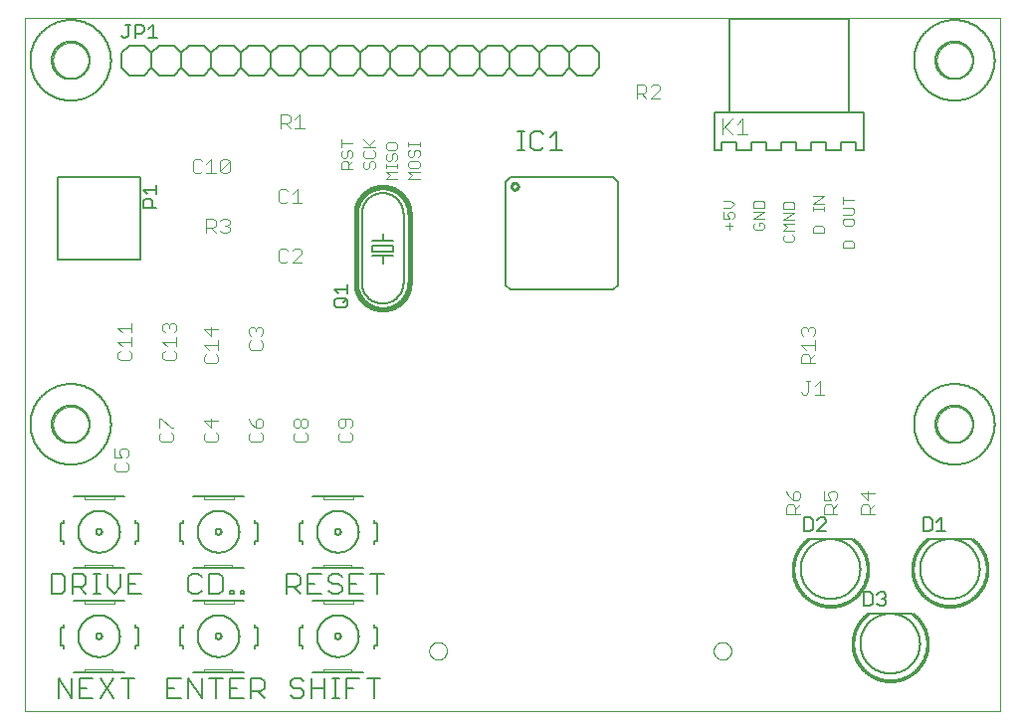
<source format=gto>
G75*
%MOIN*%
%OFA0B0*%
%FSLAX25Y25*%
%IPPOS*%
%LPD*%
%AMOC8*
5,1,8,0,0,1.08239X$1,22.5*
%
%ADD10C,0.00000*%
%ADD11C,0.00300*%
%ADD12C,0.00400*%
%ADD13C,0.00800*%
%ADD14C,0.00100*%
%ADD15C,0.00600*%
%ADD16C,0.00500*%
%ADD17C,0.01000*%
%ADD18C,0.00200*%
%ADD19C,0.01600*%
D10*
X0001500Y0001500D02*
X0001500Y0233783D01*
X0328272Y0233783D01*
X0328272Y0001500D01*
X0001500Y0001500D01*
X0011094Y0097500D02*
X0011096Y0097653D01*
X0011102Y0097807D01*
X0011112Y0097960D01*
X0011126Y0098112D01*
X0011144Y0098265D01*
X0011166Y0098416D01*
X0011191Y0098567D01*
X0011221Y0098718D01*
X0011255Y0098868D01*
X0011292Y0099016D01*
X0011333Y0099164D01*
X0011378Y0099310D01*
X0011427Y0099456D01*
X0011480Y0099600D01*
X0011536Y0099742D01*
X0011596Y0099883D01*
X0011660Y0100023D01*
X0011727Y0100161D01*
X0011798Y0100297D01*
X0011873Y0100431D01*
X0011950Y0100563D01*
X0012032Y0100693D01*
X0012116Y0100821D01*
X0012204Y0100947D01*
X0012295Y0101070D01*
X0012389Y0101191D01*
X0012487Y0101309D01*
X0012587Y0101425D01*
X0012691Y0101538D01*
X0012797Y0101649D01*
X0012906Y0101757D01*
X0013018Y0101862D01*
X0013132Y0101963D01*
X0013250Y0102062D01*
X0013369Y0102158D01*
X0013491Y0102251D01*
X0013616Y0102340D01*
X0013743Y0102427D01*
X0013872Y0102509D01*
X0014003Y0102589D01*
X0014136Y0102665D01*
X0014271Y0102738D01*
X0014408Y0102807D01*
X0014547Y0102872D01*
X0014687Y0102934D01*
X0014829Y0102992D01*
X0014972Y0103047D01*
X0015117Y0103098D01*
X0015263Y0103145D01*
X0015410Y0103188D01*
X0015558Y0103227D01*
X0015707Y0103263D01*
X0015857Y0103294D01*
X0016008Y0103322D01*
X0016159Y0103346D01*
X0016312Y0103366D01*
X0016464Y0103382D01*
X0016617Y0103394D01*
X0016770Y0103402D01*
X0016923Y0103406D01*
X0017077Y0103406D01*
X0017230Y0103402D01*
X0017383Y0103394D01*
X0017536Y0103382D01*
X0017688Y0103366D01*
X0017841Y0103346D01*
X0017992Y0103322D01*
X0018143Y0103294D01*
X0018293Y0103263D01*
X0018442Y0103227D01*
X0018590Y0103188D01*
X0018737Y0103145D01*
X0018883Y0103098D01*
X0019028Y0103047D01*
X0019171Y0102992D01*
X0019313Y0102934D01*
X0019453Y0102872D01*
X0019592Y0102807D01*
X0019729Y0102738D01*
X0019864Y0102665D01*
X0019997Y0102589D01*
X0020128Y0102509D01*
X0020257Y0102427D01*
X0020384Y0102340D01*
X0020509Y0102251D01*
X0020631Y0102158D01*
X0020750Y0102062D01*
X0020868Y0101963D01*
X0020982Y0101862D01*
X0021094Y0101757D01*
X0021203Y0101649D01*
X0021309Y0101538D01*
X0021413Y0101425D01*
X0021513Y0101309D01*
X0021611Y0101191D01*
X0021705Y0101070D01*
X0021796Y0100947D01*
X0021884Y0100821D01*
X0021968Y0100693D01*
X0022050Y0100563D01*
X0022127Y0100431D01*
X0022202Y0100297D01*
X0022273Y0100161D01*
X0022340Y0100023D01*
X0022404Y0099883D01*
X0022464Y0099742D01*
X0022520Y0099600D01*
X0022573Y0099456D01*
X0022622Y0099310D01*
X0022667Y0099164D01*
X0022708Y0099016D01*
X0022745Y0098868D01*
X0022779Y0098718D01*
X0022809Y0098567D01*
X0022834Y0098416D01*
X0022856Y0098265D01*
X0022874Y0098112D01*
X0022888Y0097960D01*
X0022898Y0097807D01*
X0022904Y0097653D01*
X0022906Y0097500D01*
X0022904Y0097347D01*
X0022898Y0097193D01*
X0022888Y0097040D01*
X0022874Y0096888D01*
X0022856Y0096735D01*
X0022834Y0096584D01*
X0022809Y0096433D01*
X0022779Y0096282D01*
X0022745Y0096132D01*
X0022708Y0095984D01*
X0022667Y0095836D01*
X0022622Y0095690D01*
X0022573Y0095544D01*
X0022520Y0095400D01*
X0022464Y0095258D01*
X0022404Y0095117D01*
X0022340Y0094977D01*
X0022273Y0094839D01*
X0022202Y0094703D01*
X0022127Y0094569D01*
X0022050Y0094437D01*
X0021968Y0094307D01*
X0021884Y0094179D01*
X0021796Y0094053D01*
X0021705Y0093930D01*
X0021611Y0093809D01*
X0021513Y0093691D01*
X0021413Y0093575D01*
X0021309Y0093462D01*
X0021203Y0093351D01*
X0021094Y0093243D01*
X0020982Y0093138D01*
X0020868Y0093037D01*
X0020750Y0092938D01*
X0020631Y0092842D01*
X0020509Y0092749D01*
X0020384Y0092660D01*
X0020257Y0092573D01*
X0020128Y0092491D01*
X0019997Y0092411D01*
X0019864Y0092335D01*
X0019729Y0092262D01*
X0019592Y0092193D01*
X0019453Y0092128D01*
X0019313Y0092066D01*
X0019171Y0092008D01*
X0019028Y0091953D01*
X0018883Y0091902D01*
X0018737Y0091855D01*
X0018590Y0091812D01*
X0018442Y0091773D01*
X0018293Y0091737D01*
X0018143Y0091706D01*
X0017992Y0091678D01*
X0017841Y0091654D01*
X0017688Y0091634D01*
X0017536Y0091618D01*
X0017383Y0091606D01*
X0017230Y0091598D01*
X0017077Y0091594D01*
X0016923Y0091594D01*
X0016770Y0091598D01*
X0016617Y0091606D01*
X0016464Y0091618D01*
X0016312Y0091634D01*
X0016159Y0091654D01*
X0016008Y0091678D01*
X0015857Y0091706D01*
X0015707Y0091737D01*
X0015558Y0091773D01*
X0015410Y0091812D01*
X0015263Y0091855D01*
X0015117Y0091902D01*
X0014972Y0091953D01*
X0014829Y0092008D01*
X0014687Y0092066D01*
X0014547Y0092128D01*
X0014408Y0092193D01*
X0014271Y0092262D01*
X0014136Y0092335D01*
X0014003Y0092411D01*
X0013872Y0092491D01*
X0013743Y0092573D01*
X0013616Y0092660D01*
X0013491Y0092749D01*
X0013369Y0092842D01*
X0013250Y0092938D01*
X0013132Y0093037D01*
X0013018Y0093138D01*
X0012906Y0093243D01*
X0012797Y0093351D01*
X0012691Y0093462D01*
X0012587Y0093575D01*
X0012487Y0093691D01*
X0012389Y0093809D01*
X0012295Y0093930D01*
X0012204Y0094053D01*
X0012116Y0094179D01*
X0012032Y0094307D01*
X0011950Y0094437D01*
X0011873Y0094569D01*
X0011798Y0094703D01*
X0011727Y0094839D01*
X0011660Y0094977D01*
X0011596Y0095117D01*
X0011536Y0095258D01*
X0011480Y0095400D01*
X0011427Y0095544D01*
X0011378Y0095690D01*
X0011333Y0095836D01*
X0011292Y0095984D01*
X0011255Y0096132D01*
X0011221Y0096282D01*
X0011191Y0096433D01*
X0011166Y0096584D01*
X0011144Y0096735D01*
X0011126Y0096888D01*
X0011112Y0097040D01*
X0011102Y0097193D01*
X0011096Y0097347D01*
X0011094Y0097500D01*
X0137090Y0021541D02*
X0137092Y0021649D01*
X0137098Y0021758D01*
X0137108Y0021866D01*
X0137122Y0021973D01*
X0137140Y0022080D01*
X0137161Y0022187D01*
X0137187Y0022292D01*
X0137217Y0022397D01*
X0137250Y0022500D01*
X0137287Y0022602D01*
X0137328Y0022702D01*
X0137372Y0022801D01*
X0137421Y0022899D01*
X0137472Y0022994D01*
X0137527Y0023087D01*
X0137586Y0023179D01*
X0137648Y0023268D01*
X0137713Y0023355D01*
X0137781Y0023439D01*
X0137852Y0023521D01*
X0137926Y0023600D01*
X0138003Y0023676D01*
X0138083Y0023750D01*
X0138166Y0023820D01*
X0138251Y0023888D01*
X0138338Y0023952D01*
X0138428Y0024013D01*
X0138520Y0024071D01*
X0138614Y0024125D01*
X0138710Y0024176D01*
X0138807Y0024223D01*
X0138907Y0024267D01*
X0139008Y0024307D01*
X0139110Y0024343D01*
X0139213Y0024375D01*
X0139318Y0024404D01*
X0139424Y0024428D01*
X0139530Y0024449D01*
X0139637Y0024466D01*
X0139745Y0024479D01*
X0139853Y0024488D01*
X0139962Y0024493D01*
X0140070Y0024494D01*
X0140179Y0024491D01*
X0140287Y0024484D01*
X0140395Y0024473D01*
X0140502Y0024458D01*
X0140609Y0024439D01*
X0140715Y0024416D01*
X0140820Y0024390D01*
X0140925Y0024359D01*
X0141027Y0024325D01*
X0141129Y0024287D01*
X0141229Y0024245D01*
X0141328Y0024200D01*
X0141425Y0024151D01*
X0141519Y0024098D01*
X0141612Y0024042D01*
X0141703Y0023983D01*
X0141792Y0023920D01*
X0141878Y0023855D01*
X0141962Y0023786D01*
X0142043Y0023714D01*
X0142121Y0023639D01*
X0142197Y0023561D01*
X0142270Y0023480D01*
X0142340Y0023397D01*
X0142406Y0023312D01*
X0142470Y0023224D01*
X0142530Y0023133D01*
X0142587Y0023041D01*
X0142640Y0022946D01*
X0142690Y0022850D01*
X0142736Y0022752D01*
X0142779Y0022652D01*
X0142818Y0022551D01*
X0142853Y0022448D01*
X0142885Y0022345D01*
X0142912Y0022240D01*
X0142936Y0022134D01*
X0142956Y0022027D01*
X0142972Y0021920D01*
X0142984Y0021812D01*
X0142992Y0021704D01*
X0142996Y0021595D01*
X0142996Y0021487D01*
X0142992Y0021378D01*
X0142984Y0021270D01*
X0142972Y0021162D01*
X0142956Y0021055D01*
X0142936Y0020948D01*
X0142912Y0020842D01*
X0142885Y0020737D01*
X0142853Y0020634D01*
X0142818Y0020531D01*
X0142779Y0020430D01*
X0142736Y0020330D01*
X0142690Y0020232D01*
X0142640Y0020136D01*
X0142587Y0020041D01*
X0142530Y0019949D01*
X0142470Y0019858D01*
X0142406Y0019770D01*
X0142340Y0019685D01*
X0142270Y0019602D01*
X0142197Y0019521D01*
X0142121Y0019443D01*
X0142043Y0019368D01*
X0141962Y0019296D01*
X0141878Y0019227D01*
X0141792Y0019162D01*
X0141703Y0019099D01*
X0141612Y0019040D01*
X0141520Y0018984D01*
X0141425Y0018931D01*
X0141328Y0018882D01*
X0141229Y0018837D01*
X0141129Y0018795D01*
X0141027Y0018757D01*
X0140925Y0018723D01*
X0140820Y0018692D01*
X0140715Y0018666D01*
X0140609Y0018643D01*
X0140502Y0018624D01*
X0140395Y0018609D01*
X0140287Y0018598D01*
X0140179Y0018591D01*
X0140070Y0018588D01*
X0139962Y0018589D01*
X0139853Y0018594D01*
X0139745Y0018603D01*
X0139637Y0018616D01*
X0139530Y0018633D01*
X0139424Y0018654D01*
X0139318Y0018678D01*
X0139213Y0018707D01*
X0139110Y0018739D01*
X0139008Y0018775D01*
X0138907Y0018815D01*
X0138807Y0018859D01*
X0138710Y0018906D01*
X0138614Y0018957D01*
X0138520Y0019011D01*
X0138428Y0019069D01*
X0138338Y0019130D01*
X0138251Y0019194D01*
X0138166Y0019262D01*
X0138083Y0019332D01*
X0138003Y0019406D01*
X0137926Y0019482D01*
X0137852Y0019561D01*
X0137781Y0019643D01*
X0137713Y0019727D01*
X0137648Y0019814D01*
X0137586Y0019903D01*
X0137527Y0019995D01*
X0137472Y0020088D01*
X0137421Y0020183D01*
X0137372Y0020281D01*
X0137328Y0020380D01*
X0137287Y0020480D01*
X0137250Y0020582D01*
X0137217Y0020685D01*
X0137187Y0020790D01*
X0137161Y0020895D01*
X0137140Y0021002D01*
X0137122Y0021109D01*
X0137108Y0021216D01*
X0137098Y0021324D01*
X0137092Y0021433D01*
X0137090Y0021541D01*
X0232366Y0021541D02*
X0232368Y0021649D01*
X0232374Y0021758D01*
X0232384Y0021866D01*
X0232398Y0021973D01*
X0232416Y0022080D01*
X0232437Y0022187D01*
X0232463Y0022292D01*
X0232493Y0022397D01*
X0232526Y0022500D01*
X0232563Y0022602D01*
X0232604Y0022702D01*
X0232648Y0022801D01*
X0232697Y0022899D01*
X0232748Y0022994D01*
X0232803Y0023087D01*
X0232862Y0023179D01*
X0232924Y0023268D01*
X0232989Y0023355D01*
X0233057Y0023439D01*
X0233128Y0023521D01*
X0233202Y0023600D01*
X0233279Y0023676D01*
X0233359Y0023750D01*
X0233442Y0023820D01*
X0233527Y0023888D01*
X0233614Y0023952D01*
X0233704Y0024013D01*
X0233796Y0024071D01*
X0233890Y0024125D01*
X0233986Y0024176D01*
X0234083Y0024223D01*
X0234183Y0024267D01*
X0234284Y0024307D01*
X0234386Y0024343D01*
X0234489Y0024375D01*
X0234594Y0024404D01*
X0234700Y0024428D01*
X0234806Y0024449D01*
X0234913Y0024466D01*
X0235021Y0024479D01*
X0235129Y0024488D01*
X0235238Y0024493D01*
X0235346Y0024494D01*
X0235455Y0024491D01*
X0235563Y0024484D01*
X0235671Y0024473D01*
X0235778Y0024458D01*
X0235885Y0024439D01*
X0235991Y0024416D01*
X0236096Y0024390D01*
X0236201Y0024359D01*
X0236303Y0024325D01*
X0236405Y0024287D01*
X0236505Y0024245D01*
X0236604Y0024200D01*
X0236701Y0024151D01*
X0236795Y0024098D01*
X0236888Y0024042D01*
X0236979Y0023983D01*
X0237068Y0023920D01*
X0237154Y0023855D01*
X0237238Y0023786D01*
X0237319Y0023714D01*
X0237397Y0023639D01*
X0237473Y0023561D01*
X0237546Y0023480D01*
X0237616Y0023397D01*
X0237682Y0023312D01*
X0237746Y0023224D01*
X0237806Y0023133D01*
X0237863Y0023041D01*
X0237916Y0022946D01*
X0237966Y0022850D01*
X0238012Y0022752D01*
X0238055Y0022652D01*
X0238094Y0022551D01*
X0238129Y0022448D01*
X0238161Y0022345D01*
X0238188Y0022240D01*
X0238212Y0022134D01*
X0238232Y0022027D01*
X0238248Y0021920D01*
X0238260Y0021812D01*
X0238268Y0021704D01*
X0238272Y0021595D01*
X0238272Y0021487D01*
X0238268Y0021378D01*
X0238260Y0021270D01*
X0238248Y0021162D01*
X0238232Y0021055D01*
X0238212Y0020948D01*
X0238188Y0020842D01*
X0238161Y0020737D01*
X0238129Y0020634D01*
X0238094Y0020531D01*
X0238055Y0020430D01*
X0238012Y0020330D01*
X0237966Y0020232D01*
X0237916Y0020136D01*
X0237863Y0020041D01*
X0237806Y0019949D01*
X0237746Y0019858D01*
X0237682Y0019770D01*
X0237616Y0019685D01*
X0237546Y0019602D01*
X0237473Y0019521D01*
X0237397Y0019443D01*
X0237319Y0019368D01*
X0237238Y0019296D01*
X0237154Y0019227D01*
X0237068Y0019162D01*
X0236979Y0019099D01*
X0236888Y0019040D01*
X0236796Y0018984D01*
X0236701Y0018931D01*
X0236604Y0018882D01*
X0236505Y0018837D01*
X0236405Y0018795D01*
X0236303Y0018757D01*
X0236201Y0018723D01*
X0236096Y0018692D01*
X0235991Y0018666D01*
X0235885Y0018643D01*
X0235778Y0018624D01*
X0235671Y0018609D01*
X0235563Y0018598D01*
X0235455Y0018591D01*
X0235346Y0018588D01*
X0235238Y0018589D01*
X0235129Y0018594D01*
X0235021Y0018603D01*
X0234913Y0018616D01*
X0234806Y0018633D01*
X0234700Y0018654D01*
X0234594Y0018678D01*
X0234489Y0018707D01*
X0234386Y0018739D01*
X0234284Y0018775D01*
X0234183Y0018815D01*
X0234083Y0018859D01*
X0233986Y0018906D01*
X0233890Y0018957D01*
X0233796Y0019011D01*
X0233704Y0019069D01*
X0233614Y0019130D01*
X0233527Y0019194D01*
X0233442Y0019262D01*
X0233359Y0019332D01*
X0233279Y0019406D01*
X0233202Y0019482D01*
X0233128Y0019561D01*
X0233057Y0019643D01*
X0232989Y0019727D01*
X0232924Y0019814D01*
X0232862Y0019903D01*
X0232803Y0019995D01*
X0232748Y0020088D01*
X0232697Y0020183D01*
X0232648Y0020281D01*
X0232604Y0020380D01*
X0232563Y0020480D01*
X0232526Y0020582D01*
X0232493Y0020685D01*
X0232463Y0020790D01*
X0232437Y0020895D01*
X0232416Y0021002D01*
X0232398Y0021109D01*
X0232384Y0021216D01*
X0232374Y0021324D01*
X0232368Y0021433D01*
X0232366Y0021541D01*
X0307094Y0097500D02*
X0307096Y0097653D01*
X0307102Y0097807D01*
X0307112Y0097960D01*
X0307126Y0098112D01*
X0307144Y0098265D01*
X0307166Y0098416D01*
X0307191Y0098567D01*
X0307221Y0098718D01*
X0307255Y0098868D01*
X0307292Y0099016D01*
X0307333Y0099164D01*
X0307378Y0099310D01*
X0307427Y0099456D01*
X0307480Y0099600D01*
X0307536Y0099742D01*
X0307596Y0099883D01*
X0307660Y0100023D01*
X0307727Y0100161D01*
X0307798Y0100297D01*
X0307873Y0100431D01*
X0307950Y0100563D01*
X0308032Y0100693D01*
X0308116Y0100821D01*
X0308204Y0100947D01*
X0308295Y0101070D01*
X0308389Y0101191D01*
X0308487Y0101309D01*
X0308587Y0101425D01*
X0308691Y0101538D01*
X0308797Y0101649D01*
X0308906Y0101757D01*
X0309018Y0101862D01*
X0309132Y0101963D01*
X0309250Y0102062D01*
X0309369Y0102158D01*
X0309491Y0102251D01*
X0309616Y0102340D01*
X0309743Y0102427D01*
X0309872Y0102509D01*
X0310003Y0102589D01*
X0310136Y0102665D01*
X0310271Y0102738D01*
X0310408Y0102807D01*
X0310547Y0102872D01*
X0310687Y0102934D01*
X0310829Y0102992D01*
X0310972Y0103047D01*
X0311117Y0103098D01*
X0311263Y0103145D01*
X0311410Y0103188D01*
X0311558Y0103227D01*
X0311707Y0103263D01*
X0311857Y0103294D01*
X0312008Y0103322D01*
X0312159Y0103346D01*
X0312312Y0103366D01*
X0312464Y0103382D01*
X0312617Y0103394D01*
X0312770Y0103402D01*
X0312923Y0103406D01*
X0313077Y0103406D01*
X0313230Y0103402D01*
X0313383Y0103394D01*
X0313536Y0103382D01*
X0313688Y0103366D01*
X0313841Y0103346D01*
X0313992Y0103322D01*
X0314143Y0103294D01*
X0314293Y0103263D01*
X0314442Y0103227D01*
X0314590Y0103188D01*
X0314737Y0103145D01*
X0314883Y0103098D01*
X0315028Y0103047D01*
X0315171Y0102992D01*
X0315313Y0102934D01*
X0315453Y0102872D01*
X0315592Y0102807D01*
X0315729Y0102738D01*
X0315864Y0102665D01*
X0315997Y0102589D01*
X0316128Y0102509D01*
X0316257Y0102427D01*
X0316384Y0102340D01*
X0316509Y0102251D01*
X0316631Y0102158D01*
X0316750Y0102062D01*
X0316868Y0101963D01*
X0316982Y0101862D01*
X0317094Y0101757D01*
X0317203Y0101649D01*
X0317309Y0101538D01*
X0317413Y0101425D01*
X0317513Y0101309D01*
X0317611Y0101191D01*
X0317705Y0101070D01*
X0317796Y0100947D01*
X0317884Y0100821D01*
X0317968Y0100693D01*
X0318050Y0100563D01*
X0318127Y0100431D01*
X0318202Y0100297D01*
X0318273Y0100161D01*
X0318340Y0100023D01*
X0318404Y0099883D01*
X0318464Y0099742D01*
X0318520Y0099600D01*
X0318573Y0099456D01*
X0318622Y0099310D01*
X0318667Y0099164D01*
X0318708Y0099016D01*
X0318745Y0098868D01*
X0318779Y0098718D01*
X0318809Y0098567D01*
X0318834Y0098416D01*
X0318856Y0098265D01*
X0318874Y0098112D01*
X0318888Y0097960D01*
X0318898Y0097807D01*
X0318904Y0097653D01*
X0318906Y0097500D01*
X0318904Y0097347D01*
X0318898Y0097193D01*
X0318888Y0097040D01*
X0318874Y0096888D01*
X0318856Y0096735D01*
X0318834Y0096584D01*
X0318809Y0096433D01*
X0318779Y0096282D01*
X0318745Y0096132D01*
X0318708Y0095984D01*
X0318667Y0095836D01*
X0318622Y0095690D01*
X0318573Y0095544D01*
X0318520Y0095400D01*
X0318464Y0095258D01*
X0318404Y0095117D01*
X0318340Y0094977D01*
X0318273Y0094839D01*
X0318202Y0094703D01*
X0318127Y0094569D01*
X0318050Y0094437D01*
X0317968Y0094307D01*
X0317884Y0094179D01*
X0317796Y0094053D01*
X0317705Y0093930D01*
X0317611Y0093809D01*
X0317513Y0093691D01*
X0317413Y0093575D01*
X0317309Y0093462D01*
X0317203Y0093351D01*
X0317094Y0093243D01*
X0316982Y0093138D01*
X0316868Y0093037D01*
X0316750Y0092938D01*
X0316631Y0092842D01*
X0316509Y0092749D01*
X0316384Y0092660D01*
X0316257Y0092573D01*
X0316128Y0092491D01*
X0315997Y0092411D01*
X0315864Y0092335D01*
X0315729Y0092262D01*
X0315592Y0092193D01*
X0315453Y0092128D01*
X0315313Y0092066D01*
X0315171Y0092008D01*
X0315028Y0091953D01*
X0314883Y0091902D01*
X0314737Y0091855D01*
X0314590Y0091812D01*
X0314442Y0091773D01*
X0314293Y0091737D01*
X0314143Y0091706D01*
X0313992Y0091678D01*
X0313841Y0091654D01*
X0313688Y0091634D01*
X0313536Y0091618D01*
X0313383Y0091606D01*
X0313230Y0091598D01*
X0313077Y0091594D01*
X0312923Y0091594D01*
X0312770Y0091598D01*
X0312617Y0091606D01*
X0312464Y0091618D01*
X0312312Y0091634D01*
X0312159Y0091654D01*
X0312008Y0091678D01*
X0311857Y0091706D01*
X0311707Y0091737D01*
X0311558Y0091773D01*
X0311410Y0091812D01*
X0311263Y0091855D01*
X0311117Y0091902D01*
X0310972Y0091953D01*
X0310829Y0092008D01*
X0310687Y0092066D01*
X0310547Y0092128D01*
X0310408Y0092193D01*
X0310271Y0092262D01*
X0310136Y0092335D01*
X0310003Y0092411D01*
X0309872Y0092491D01*
X0309743Y0092573D01*
X0309616Y0092660D01*
X0309491Y0092749D01*
X0309369Y0092842D01*
X0309250Y0092938D01*
X0309132Y0093037D01*
X0309018Y0093138D01*
X0308906Y0093243D01*
X0308797Y0093351D01*
X0308691Y0093462D01*
X0308587Y0093575D01*
X0308487Y0093691D01*
X0308389Y0093809D01*
X0308295Y0093930D01*
X0308204Y0094053D01*
X0308116Y0094179D01*
X0308032Y0094307D01*
X0307950Y0094437D01*
X0307873Y0094569D01*
X0307798Y0094703D01*
X0307727Y0094839D01*
X0307660Y0094977D01*
X0307596Y0095117D01*
X0307536Y0095258D01*
X0307480Y0095400D01*
X0307427Y0095544D01*
X0307378Y0095690D01*
X0307333Y0095836D01*
X0307292Y0095984D01*
X0307255Y0096132D01*
X0307221Y0096282D01*
X0307191Y0096433D01*
X0307166Y0096584D01*
X0307144Y0096735D01*
X0307126Y0096888D01*
X0307112Y0097040D01*
X0307102Y0097193D01*
X0307096Y0097347D01*
X0307094Y0097500D01*
X0307094Y0219500D02*
X0307096Y0219653D01*
X0307102Y0219807D01*
X0307112Y0219960D01*
X0307126Y0220112D01*
X0307144Y0220265D01*
X0307166Y0220416D01*
X0307191Y0220567D01*
X0307221Y0220718D01*
X0307255Y0220868D01*
X0307292Y0221016D01*
X0307333Y0221164D01*
X0307378Y0221310D01*
X0307427Y0221456D01*
X0307480Y0221600D01*
X0307536Y0221742D01*
X0307596Y0221883D01*
X0307660Y0222023D01*
X0307727Y0222161D01*
X0307798Y0222297D01*
X0307873Y0222431D01*
X0307950Y0222563D01*
X0308032Y0222693D01*
X0308116Y0222821D01*
X0308204Y0222947D01*
X0308295Y0223070D01*
X0308389Y0223191D01*
X0308487Y0223309D01*
X0308587Y0223425D01*
X0308691Y0223538D01*
X0308797Y0223649D01*
X0308906Y0223757D01*
X0309018Y0223862D01*
X0309132Y0223963D01*
X0309250Y0224062D01*
X0309369Y0224158D01*
X0309491Y0224251D01*
X0309616Y0224340D01*
X0309743Y0224427D01*
X0309872Y0224509D01*
X0310003Y0224589D01*
X0310136Y0224665D01*
X0310271Y0224738D01*
X0310408Y0224807D01*
X0310547Y0224872D01*
X0310687Y0224934D01*
X0310829Y0224992D01*
X0310972Y0225047D01*
X0311117Y0225098D01*
X0311263Y0225145D01*
X0311410Y0225188D01*
X0311558Y0225227D01*
X0311707Y0225263D01*
X0311857Y0225294D01*
X0312008Y0225322D01*
X0312159Y0225346D01*
X0312312Y0225366D01*
X0312464Y0225382D01*
X0312617Y0225394D01*
X0312770Y0225402D01*
X0312923Y0225406D01*
X0313077Y0225406D01*
X0313230Y0225402D01*
X0313383Y0225394D01*
X0313536Y0225382D01*
X0313688Y0225366D01*
X0313841Y0225346D01*
X0313992Y0225322D01*
X0314143Y0225294D01*
X0314293Y0225263D01*
X0314442Y0225227D01*
X0314590Y0225188D01*
X0314737Y0225145D01*
X0314883Y0225098D01*
X0315028Y0225047D01*
X0315171Y0224992D01*
X0315313Y0224934D01*
X0315453Y0224872D01*
X0315592Y0224807D01*
X0315729Y0224738D01*
X0315864Y0224665D01*
X0315997Y0224589D01*
X0316128Y0224509D01*
X0316257Y0224427D01*
X0316384Y0224340D01*
X0316509Y0224251D01*
X0316631Y0224158D01*
X0316750Y0224062D01*
X0316868Y0223963D01*
X0316982Y0223862D01*
X0317094Y0223757D01*
X0317203Y0223649D01*
X0317309Y0223538D01*
X0317413Y0223425D01*
X0317513Y0223309D01*
X0317611Y0223191D01*
X0317705Y0223070D01*
X0317796Y0222947D01*
X0317884Y0222821D01*
X0317968Y0222693D01*
X0318050Y0222563D01*
X0318127Y0222431D01*
X0318202Y0222297D01*
X0318273Y0222161D01*
X0318340Y0222023D01*
X0318404Y0221883D01*
X0318464Y0221742D01*
X0318520Y0221600D01*
X0318573Y0221456D01*
X0318622Y0221310D01*
X0318667Y0221164D01*
X0318708Y0221016D01*
X0318745Y0220868D01*
X0318779Y0220718D01*
X0318809Y0220567D01*
X0318834Y0220416D01*
X0318856Y0220265D01*
X0318874Y0220112D01*
X0318888Y0219960D01*
X0318898Y0219807D01*
X0318904Y0219653D01*
X0318906Y0219500D01*
X0318904Y0219347D01*
X0318898Y0219193D01*
X0318888Y0219040D01*
X0318874Y0218888D01*
X0318856Y0218735D01*
X0318834Y0218584D01*
X0318809Y0218433D01*
X0318779Y0218282D01*
X0318745Y0218132D01*
X0318708Y0217984D01*
X0318667Y0217836D01*
X0318622Y0217690D01*
X0318573Y0217544D01*
X0318520Y0217400D01*
X0318464Y0217258D01*
X0318404Y0217117D01*
X0318340Y0216977D01*
X0318273Y0216839D01*
X0318202Y0216703D01*
X0318127Y0216569D01*
X0318050Y0216437D01*
X0317968Y0216307D01*
X0317884Y0216179D01*
X0317796Y0216053D01*
X0317705Y0215930D01*
X0317611Y0215809D01*
X0317513Y0215691D01*
X0317413Y0215575D01*
X0317309Y0215462D01*
X0317203Y0215351D01*
X0317094Y0215243D01*
X0316982Y0215138D01*
X0316868Y0215037D01*
X0316750Y0214938D01*
X0316631Y0214842D01*
X0316509Y0214749D01*
X0316384Y0214660D01*
X0316257Y0214573D01*
X0316128Y0214491D01*
X0315997Y0214411D01*
X0315864Y0214335D01*
X0315729Y0214262D01*
X0315592Y0214193D01*
X0315453Y0214128D01*
X0315313Y0214066D01*
X0315171Y0214008D01*
X0315028Y0213953D01*
X0314883Y0213902D01*
X0314737Y0213855D01*
X0314590Y0213812D01*
X0314442Y0213773D01*
X0314293Y0213737D01*
X0314143Y0213706D01*
X0313992Y0213678D01*
X0313841Y0213654D01*
X0313688Y0213634D01*
X0313536Y0213618D01*
X0313383Y0213606D01*
X0313230Y0213598D01*
X0313077Y0213594D01*
X0312923Y0213594D01*
X0312770Y0213598D01*
X0312617Y0213606D01*
X0312464Y0213618D01*
X0312312Y0213634D01*
X0312159Y0213654D01*
X0312008Y0213678D01*
X0311857Y0213706D01*
X0311707Y0213737D01*
X0311558Y0213773D01*
X0311410Y0213812D01*
X0311263Y0213855D01*
X0311117Y0213902D01*
X0310972Y0213953D01*
X0310829Y0214008D01*
X0310687Y0214066D01*
X0310547Y0214128D01*
X0310408Y0214193D01*
X0310271Y0214262D01*
X0310136Y0214335D01*
X0310003Y0214411D01*
X0309872Y0214491D01*
X0309743Y0214573D01*
X0309616Y0214660D01*
X0309491Y0214749D01*
X0309369Y0214842D01*
X0309250Y0214938D01*
X0309132Y0215037D01*
X0309018Y0215138D01*
X0308906Y0215243D01*
X0308797Y0215351D01*
X0308691Y0215462D01*
X0308587Y0215575D01*
X0308487Y0215691D01*
X0308389Y0215809D01*
X0308295Y0215930D01*
X0308204Y0216053D01*
X0308116Y0216179D01*
X0308032Y0216307D01*
X0307950Y0216437D01*
X0307873Y0216569D01*
X0307798Y0216703D01*
X0307727Y0216839D01*
X0307660Y0216977D01*
X0307596Y0217117D01*
X0307536Y0217258D01*
X0307480Y0217400D01*
X0307427Y0217544D01*
X0307378Y0217690D01*
X0307333Y0217836D01*
X0307292Y0217984D01*
X0307255Y0218132D01*
X0307221Y0218282D01*
X0307191Y0218433D01*
X0307166Y0218584D01*
X0307144Y0218735D01*
X0307126Y0218888D01*
X0307112Y0219040D01*
X0307102Y0219193D01*
X0307096Y0219347D01*
X0307094Y0219500D01*
X0011094Y0219500D02*
X0011096Y0219653D01*
X0011102Y0219807D01*
X0011112Y0219960D01*
X0011126Y0220112D01*
X0011144Y0220265D01*
X0011166Y0220416D01*
X0011191Y0220567D01*
X0011221Y0220718D01*
X0011255Y0220868D01*
X0011292Y0221016D01*
X0011333Y0221164D01*
X0011378Y0221310D01*
X0011427Y0221456D01*
X0011480Y0221600D01*
X0011536Y0221742D01*
X0011596Y0221883D01*
X0011660Y0222023D01*
X0011727Y0222161D01*
X0011798Y0222297D01*
X0011873Y0222431D01*
X0011950Y0222563D01*
X0012032Y0222693D01*
X0012116Y0222821D01*
X0012204Y0222947D01*
X0012295Y0223070D01*
X0012389Y0223191D01*
X0012487Y0223309D01*
X0012587Y0223425D01*
X0012691Y0223538D01*
X0012797Y0223649D01*
X0012906Y0223757D01*
X0013018Y0223862D01*
X0013132Y0223963D01*
X0013250Y0224062D01*
X0013369Y0224158D01*
X0013491Y0224251D01*
X0013616Y0224340D01*
X0013743Y0224427D01*
X0013872Y0224509D01*
X0014003Y0224589D01*
X0014136Y0224665D01*
X0014271Y0224738D01*
X0014408Y0224807D01*
X0014547Y0224872D01*
X0014687Y0224934D01*
X0014829Y0224992D01*
X0014972Y0225047D01*
X0015117Y0225098D01*
X0015263Y0225145D01*
X0015410Y0225188D01*
X0015558Y0225227D01*
X0015707Y0225263D01*
X0015857Y0225294D01*
X0016008Y0225322D01*
X0016159Y0225346D01*
X0016312Y0225366D01*
X0016464Y0225382D01*
X0016617Y0225394D01*
X0016770Y0225402D01*
X0016923Y0225406D01*
X0017077Y0225406D01*
X0017230Y0225402D01*
X0017383Y0225394D01*
X0017536Y0225382D01*
X0017688Y0225366D01*
X0017841Y0225346D01*
X0017992Y0225322D01*
X0018143Y0225294D01*
X0018293Y0225263D01*
X0018442Y0225227D01*
X0018590Y0225188D01*
X0018737Y0225145D01*
X0018883Y0225098D01*
X0019028Y0225047D01*
X0019171Y0224992D01*
X0019313Y0224934D01*
X0019453Y0224872D01*
X0019592Y0224807D01*
X0019729Y0224738D01*
X0019864Y0224665D01*
X0019997Y0224589D01*
X0020128Y0224509D01*
X0020257Y0224427D01*
X0020384Y0224340D01*
X0020509Y0224251D01*
X0020631Y0224158D01*
X0020750Y0224062D01*
X0020868Y0223963D01*
X0020982Y0223862D01*
X0021094Y0223757D01*
X0021203Y0223649D01*
X0021309Y0223538D01*
X0021413Y0223425D01*
X0021513Y0223309D01*
X0021611Y0223191D01*
X0021705Y0223070D01*
X0021796Y0222947D01*
X0021884Y0222821D01*
X0021968Y0222693D01*
X0022050Y0222563D01*
X0022127Y0222431D01*
X0022202Y0222297D01*
X0022273Y0222161D01*
X0022340Y0222023D01*
X0022404Y0221883D01*
X0022464Y0221742D01*
X0022520Y0221600D01*
X0022573Y0221456D01*
X0022622Y0221310D01*
X0022667Y0221164D01*
X0022708Y0221016D01*
X0022745Y0220868D01*
X0022779Y0220718D01*
X0022809Y0220567D01*
X0022834Y0220416D01*
X0022856Y0220265D01*
X0022874Y0220112D01*
X0022888Y0219960D01*
X0022898Y0219807D01*
X0022904Y0219653D01*
X0022906Y0219500D01*
X0022904Y0219347D01*
X0022898Y0219193D01*
X0022888Y0219040D01*
X0022874Y0218888D01*
X0022856Y0218735D01*
X0022834Y0218584D01*
X0022809Y0218433D01*
X0022779Y0218282D01*
X0022745Y0218132D01*
X0022708Y0217984D01*
X0022667Y0217836D01*
X0022622Y0217690D01*
X0022573Y0217544D01*
X0022520Y0217400D01*
X0022464Y0217258D01*
X0022404Y0217117D01*
X0022340Y0216977D01*
X0022273Y0216839D01*
X0022202Y0216703D01*
X0022127Y0216569D01*
X0022050Y0216437D01*
X0021968Y0216307D01*
X0021884Y0216179D01*
X0021796Y0216053D01*
X0021705Y0215930D01*
X0021611Y0215809D01*
X0021513Y0215691D01*
X0021413Y0215575D01*
X0021309Y0215462D01*
X0021203Y0215351D01*
X0021094Y0215243D01*
X0020982Y0215138D01*
X0020868Y0215037D01*
X0020750Y0214938D01*
X0020631Y0214842D01*
X0020509Y0214749D01*
X0020384Y0214660D01*
X0020257Y0214573D01*
X0020128Y0214491D01*
X0019997Y0214411D01*
X0019864Y0214335D01*
X0019729Y0214262D01*
X0019592Y0214193D01*
X0019453Y0214128D01*
X0019313Y0214066D01*
X0019171Y0214008D01*
X0019028Y0213953D01*
X0018883Y0213902D01*
X0018737Y0213855D01*
X0018590Y0213812D01*
X0018442Y0213773D01*
X0018293Y0213737D01*
X0018143Y0213706D01*
X0017992Y0213678D01*
X0017841Y0213654D01*
X0017688Y0213634D01*
X0017536Y0213618D01*
X0017383Y0213606D01*
X0017230Y0213598D01*
X0017077Y0213594D01*
X0016923Y0213594D01*
X0016770Y0213598D01*
X0016617Y0213606D01*
X0016464Y0213618D01*
X0016312Y0213634D01*
X0016159Y0213654D01*
X0016008Y0213678D01*
X0015857Y0213706D01*
X0015707Y0213737D01*
X0015558Y0213773D01*
X0015410Y0213812D01*
X0015263Y0213855D01*
X0015117Y0213902D01*
X0014972Y0213953D01*
X0014829Y0214008D01*
X0014687Y0214066D01*
X0014547Y0214128D01*
X0014408Y0214193D01*
X0014271Y0214262D01*
X0014136Y0214335D01*
X0014003Y0214411D01*
X0013872Y0214491D01*
X0013743Y0214573D01*
X0013616Y0214660D01*
X0013491Y0214749D01*
X0013369Y0214842D01*
X0013250Y0214938D01*
X0013132Y0215037D01*
X0013018Y0215138D01*
X0012906Y0215243D01*
X0012797Y0215351D01*
X0012691Y0215462D01*
X0012587Y0215575D01*
X0012487Y0215691D01*
X0012389Y0215809D01*
X0012295Y0215930D01*
X0012204Y0216053D01*
X0012116Y0216179D01*
X0012032Y0216307D01*
X0011950Y0216437D01*
X0011873Y0216569D01*
X0011798Y0216703D01*
X0011727Y0216839D01*
X0011660Y0216977D01*
X0011596Y0217117D01*
X0011536Y0217258D01*
X0011480Y0217400D01*
X0011427Y0217544D01*
X0011378Y0217690D01*
X0011333Y0217836D01*
X0011292Y0217984D01*
X0011255Y0218132D01*
X0011221Y0218282D01*
X0011191Y0218433D01*
X0011166Y0218584D01*
X0011144Y0218735D01*
X0011126Y0218888D01*
X0011112Y0219040D01*
X0011102Y0219193D01*
X0011096Y0219347D01*
X0011094Y0219500D01*
D11*
X0107647Y0192985D02*
X0107647Y0190516D01*
X0107647Y0191751D02*
X0111350Y0191751D01*
X0110733Y0189302D02*
X0111350Y0188685D01*
X0111350Y0187450D01*
X0110733Y0186833D01*
X0111350Y0185619D02*
X0110116Y0184384D01*
X0110116Y0185002D02*
X0110116Y0183150D01*
X0111350Y0183150D02*
X0107647Y0183150D01*
X0107647Y0185002D01*
X0108264Y0185619D01*
X0109498Y0185619D01*
X0110116Y0185002D01*
X0108881Y0186833D02*
X0109498Y0187450D01*
X0109498Y0188685D01*
X0110116Y0189302D01*
X0110733Y0189302D01*
X0108264Y0189302D02*
X0107647Y0188685D01*
X0107647Y0187450D01*
X0108264Y0186833D01*
X0108881Y0186833D01*
X0115147Y0187450D02*
X0115764Y0186833D01*
X0118233Y0186833D01*
X0118850Y0187450D01*
X0118850Y0188685D01*
X0118233Y0189302D01*
X0118850Y0190516D02*
X0115147Y0190516D01*
X0115764Y0189302D02*
X0115147Y0188685D01*
X0115147Y0187450D01*
X0115764Y0185619D02*
X0115147Y0185002D01*
X0115147Y0183767D01*
X0115764Y0183150D01*
X0116381Y0183150D01*
X0116998Y0183767D01*
X0116998Y0185002D01*
X0117616Y0185619D01*
X0118233Y0185619D01*
X0118850Y0185002D01*
X0118850Y0183767D01*
X0118233Y0183150D01*
X0122647Y0183333D02*
X0122647Y0184568D01*
X0122647Y0183950D02*
X0126350Y0183950D01*
X0126350Y0183333D02*
X0126350Y0184568D01*
X0125733Y0185789D02*
X0126350Y0186406D01*
X0126350Y0187640D01*
X0125733Y0188257D01*
X0125116Y0188257D01*
X0124498Y0187640D01*
X0124498Y0186406D01*
X0123881Y0185789D01*
X0123264Y0185789D01*
X0122647Y0186406D01*
X0122647Y0187640D01*
X0123264Y0188257D01*
X0123264Y0189472D02*
X0122647Y0190089D01*
X0122647Y0191323D01*
X0123264Y0191940D01*
X0125733Y0191940D01*
X0126350Y0191323D01*
X0126350Y0190089D01*
X0125733Y0189472D01*
X0123264Y0189472D01*
X0118850Y0192985D02*
X0116998Y0191133D01*
X0117616Y0190516D02*
X0115147Y0192985D01*
X0122647Y0182119D02*
X0126350Y0182119D01*
X0123881Y0180884D02*
X0122647Y0182119D01*
X0123881Y0180884D02*
X0122647Y0179650D01*
X0126350Y0179650D01*
X0130147Y0179650D02*
X0131381Y0180884D01*
X0130147Y0182119D01*
X0133850Y0182119D01*
X0133233Y0183333D02*
X0133850Y0183950D01*
X0133850Y0185185D01*
X0133233Y0185802D01*
X0130764Y0185802D01*
X0130147Y0185185D01*
X0130147Y0183950D01*
X0130764Y0183333D01*
X0133233Y0183333D01*
X0133233Y0187016D02*
X0133850Y0187633D01*
X0133850Y0188868D01*
X0133233Y0189485D01*
X0132616Y0189485D01*
X0131998Y0188868D01*
X0131998Y0187633D01*
X0131381Y0187016D01*
X0130764Y0187016D01*
X0130147Y0187633D01*
X0130147Y0188868D01*
X0130764Y0189485D01*
X0130147Y0190699D02*
X0130147Y0191934D01*
X0130147Y0191317D02*
X0133850Y0191317D01*
X0133850Y0191934D02*
X0133850Y0190699D01*
X0133850Y0179650D02*
X0130147Y0179650D01*
X0235647Y0172485D02*
X0238116Y0172485D01*
X0239350Y0171251D01*
X0238116Y0170016D01*
X0235647Y0170016D01*
X0235647Y0168802D02*
X0235647Y0166333D01*
X0237498Y0166333D01*
X0236881Y0167568D01*
X0236881Y0168185D01*
X0237498Y0168802D01*
X0238733Y0168802D01*
X0239350Y0168185D01*
X0239350Y0166950D01*
X0238733Y0166333D01*
X0237498Y0165119D02*
X0237498Y0162650D01*
X0236264Y0163884D02*
X0238733Y0163884D01*
X0245647Y0163267D02*
X0246264Y0162650D01*
X0248733Y0162650D01*
X0249350Y0163267D01*
X0249350Y0164502D01*
X0248733Y0165119D01*
X0247498Y0165119D01*
X0247498Y0163884D01*
X0246264Y0165119D02*
X0245647Y0164502D01*
X0245647Y0163267D01*
X0245647Y0166333D02*
X0249350Y0168802D01*
X0245647Y0168802D01*
X0245647Y0170016D02*
X0245647Y0171868D01*
X0246264Y0172485D01*
X0248733Y0172485D01*
X0249350Y0171868D01*
X0249350Y0170016D01*
X0245647Y0170016D01*
X0245647Y0166333D02*
X0249350Y0166333D01*
X0255647Y0166016D02*
X0259350Y0168485D01*
X0255647Y0168485D01*
X0255647Y0169699D02*
X0255647Y0171551D01*
X0256264Y0172168D01*
X0258733Y0172168D01*
X0259350Y0171551D01*
X0259350Y0169699D01*
X0255647Y0169699D01*
X0255647Y0166016D02*
X0259350Y0166016D01*
X0259350Y0164802D02*
X0255647Y0164802D01*
X0256881Y0163568D01*
X0255647Y0162333D01*
X0259350Y0162333D01*
X0258733Y0161119D02*
X0259350Y0160502D01*
X0259350Y0159267D01*
X0258733Y0158650D01*
X0256264Y0158650D01*
X0255647Y0159267D01*
X0255647Y0160502D01*
X0256264Y0161119D01*
X0265647Y0161650D02*
X0265647Y0163502D01*
X0266264Y0164119D01*
X0268733Y0164119D01*
X0269350Y0163502D01*
X0269350Y0161650D01*
X0265647Y0161650D01*
X0265647Y0169016D02*
X0265647Y0170251D01*
X0265647Y0169633D02*
X0269350Y0169633D01*
X0269350Y0169016D02*
X0269350Y0170251D01*
X0269350Y0171472D02*
X0265647Y0171472D01*
X0269350Y0173940D01*
X0265647Y0173940D01*
X0275647Y0173851D02*
X0275647Y0171383D01*
X0275647Y0170168D02*
X0278733Y0170168D01*
X0279350Y0169551D01*
X0279350Y0168317D01*
X0278733Y0167699D01*
X0275647Y0167699D01*
X0276264Y0166485D02*
X0275647Y0165868D01*
X0275647Y0164633D01*
X0276264Y0164016D01*
X0278733Y0164016D01*
X0279350Y0164633D01*
X0279350Y0165868D01*
X0278733Y0166485D01*
X0276264Y0166485D01*
X0275647Y0172617D02*
X0279350Y0172617D01*
X0278733Y0159119D02*
X0276264Y0159119D01*
X0275647Y0158502D01*
X0275647Y0156650D01*
X0279350Y0156650D01*
X0279350Y0158502D01*
X0278733Y0159119D01*
D12*
X0265533Y0130165D02*
X0266300Y0129398D01*
X0266300Y0127863D01*
X0265533Y0127096D01*
X0266300Y0125561D02*
X0266300Y0122492D01*
X0266300Y0120957D02*
X0264765Y0119423D01*
X0264765Y0120190D02*
X0264765Y0117888D01*
X0266300Y0117888D02*
X0261696Y0117888D01*
X0261696Y0120190D01*
X0262463Y0120957D01*
X0263998Y0120957D01*
X0264765Y0120190D01*
X0263231Y0122492D02*
X0261696Y0124027D01*
X0266300Y0124027D01*
X0262463Y0127096D02*
X0261696Y0127863D01*
X0261696Y0129398D01*
X0262463Y0130165D01*
X0263231Y0130165D01*
X0263998Y0129398D01*
X0264765Y0130165D01*
X0265533Y0130165D01*
X0263998Y0129398D02*
X0263998Y0128631D01*
X0264002Y0112054D02*
X0264002Y0108217D01*
X0263235Y0107450D01*
X0262467Y0107450D01*
X0261700Y0108217D01*
X0266304Y0107450D02*
X0269373Y0107450D01*
X0267839Y0107450D02*
X0267839Y0112054D01*
X0266304Y0110519D01*
X0264769Y0112054D02*
X0263235Y0112054D01*
X0260533Y0075165D02*
X0259765Y0075165D01*
X0258998Y0074398D01*
X0258998Y0072096D01*
X0260533Y0072096D01*
X0261300Y0072863D01*
X0261300Y0074398D01*
X0260533Y0075165D01*
X0257463Y0073631D02*
X0258998Y0072096D01*
X0258998Y0070561D02*
X0259765Y0069794D01*
X0259765Y0067492D01*
X0259765Y0069027D02*
X0261300Y0070561D01*
X0258998Y0070561D02*
X0257463Y0070561D01*
X0256696Y0069794D01*
X0256696Y0067492D01*
X0261300Y0067492D01*
X0269196Y0067492D02*
X0269196Y0069794D01*
X0269963Y0070561D01*
X0271498Y0070561D01*
X0272265Y0069794D01*
X0272265Y0067492D01*
X0272265Y0069027D02*
X0273800Y0070561D01*
X0273033Y0072096D02*
X0273800Y0072863D01*
X0273800Y0074398D01*
X0273033Y0075165D01*
X0271498Y0075165D01*
X0270731Y0074398D01*
X0270731Y0073631D01*
X0271498Y0072096D01*
X0269196Y0072096D01*
X0269196Y0075165D01*
X0269196Y0067492D02*
X0273800Y0067492D01*
X0281696Y0067492D02*
X0281696Y0069794D01*
X0282463Y0070561D01*
X0283998Y0070561D01*
X0284765Y0069794D01*
X0284765Y0067492D01*
X0284765Y0069027D02*
X0286300Y0070561D01*
X0283998Y0072096D02*
X0283998Y0075165D01*
X0281696Y0074398D02*
X0283998Y0072096D01*
X0286300Y0074398D02*
X0281696Y0074398D01*
X0281696Y0067492D02*
X0286300Y0067492D01*
X0257463Y0073631D02*
X0256696Y0075165D01*
X0111300Y0092467D02*
X0110533Y0091700D01*
X0107463Y0091700D01*
X0106696Y0092467D01*
X0106696Y0094002D01*
X0107463Y0094769D01*
X0107463Y0096304D02*
X0108231Y0096304D01*
X0108998Y0097071D01*
X0108998Y0099373D01*
X0107463Y0099373D02*
X0106696Y0098606D01*
X0106696Y0097071D01*
X0107463Y0096304D01*
X0110533Y0096304D02*
X0111300Y0097071D01*
X0111300Y0098606D01*
X0110533Y0099373D01*
X0107463Y0099373D01*
X0110533Y0094769D02*
X0111300Y0094002D01*
X0111300Y0092467D01*
X0096300Y0092467D02*
X0095533Y0091700D01*
X0092463Y0091700D01*
X0091696Y0092467D01*
X0091696Y0094002D01*
X0092463Y0094769D01*
X0092463Y0096304D02*
X0093231Y0096304D01*
X0093998Y0097071D01*
X0093998Y0098606D01*
X0094765Y0099373D01*
X0095533Y0099373D01*
X0096300Y0098606D01*
X0096300Y0097071D01*
X0095533Y0096304D01*
X0094765Y0096304D01*
X0093998Y0097071D01*
X0093998Y0098606D02*
X0093231Y0099373D01*
X0092463Y0099373D01*
X0091696Y0098606D01*
X0091696Y0097071D01*
X0092463Y0096304D01*
X0095533Y0094769D02*
X0096300Y0094002D01*
X0096300Y0092467D01*
X0081300Y0092467D02*
X0080533Y0091700D01*
X0077463Y0091700D01*
X0076696Y0092467D01*
X0076696Y0094002D01*
X0077463Y0094769D01*
X0078998Y0096304D02*
X0078998Y0098606D01*
X0079765Y0099373D01*
X0080533Y0099373D01*
X0081300Y0098606D01*
X0081300Y0097071D01*
X0080533Y0096304D01*
X0078998Y0096304D01*
X0077463Y0097839D01*
X0076696Y0099373D01*
X0080533Y0094769D02*
X0081300Y0094002D01*
X0081300Y0092467D01*
X0066300Y0092467D02*
X0065533Y0091700D01*
X0062463Y0091700D01*
X0061696Y0092467D01*
X0061696Y0094002D01*
X0062463Y0094769D01*
X0063998Y0096304D02*
X0061696Y0098606D01*
X0066300Y0098606D01*
X0063998Y0099373D02*
X0063998Y0096304D01*
X0065533Y0094769D02*
X0066300Y0094002D01*
X0066300Y0092467D01*
X0051300Y0092467D02*
X0050533Y0091700D01*
X0047463Y0091700D01*
X0046696Y0092467D01*
X0046696Y0094002D01*
X0047463Y0094769D01*
X0046696Y0096304D02*
X0046696Y0099373D01*
X0047463Y0099373D01*
X0050533Y0096304D01*
X0051300Y0096304D01*
X0050533Y0094769D02*
X0051300Y0094002D01*
X0051300Y0092467D01*
X0036300Y0088606D02*
X0036300Y0087071D01*
X0035533Y0086304D01*
X0035533Y0084769D02*
X0036300Y0084002D01*
X0036300Y0082467D01*
X0035533Y0081700D01*
X0032463Y0081700D01*
X0031696Y0082467D01*
X0031696Y0084002D01*
X0032463Y0084769D01*
X0031696Y0086304D02*
X0033998Y0086304D01*
X0033231Y0087839D01*
X0033231Y0088606D01*
X0033998Y0089373D01*
X0035533Y0089373D01*
X0036300Y0088606D01*
X0031696Y0089373D02*
X0031696Y0086304D01*
X0062463Y0117888D02*
X0065533Y0117888D01*
X0066300Y0118656D01*
X0066300Y0120190D01*
X0065533Y0120957D01*
X0066300Y0122492D02*
X0066300Y0125561D01*
X0066300Y0124027D02*
X0061696Y0124027D01*
X0063231Y0122492D01*
X0062463Y0120957D02*
X0061696Y0120190D01*
X0061696Y0118656D01*
X0062463Y0117888D01*
X0052363Y0119790D02*
X0052363Y0121325D01*
X0051596Y0122092D01*
X0052363Y0123627D02*
X0052363Y0126696D01*
X0052363Y0125161D02*
X0047759Y0125161D01*
X0049294Y0123627D01*
X0048526Y0122092D02*
X0047759Y0121325D01*
X0047759Y0119790D01*
X0048526Y0119023D01*
X0051596Y0119023D01*
X0052363Y0119790D01*
X0051596Y0128231D02*
X0052363Y0128998D01*
X0052363Y0130533D01*
X0051596Y0131300D01*
X0050828Y0131300D01*
X0050061Y0130533D01*
X0050061Y0129765D01*
X0050061Y0130533D02*
X0049294Y0131300D01*
X0048526Y0131300D01*
X0047759Y0130533D01*
X0047759Y0128998D01*
X0048526Y0128231D01*
X0037363Y0128231D02*
X0037363Y0131300D01*
X0037363Y0129765D02*
X0032759Y0129765D01*
X0034294Y0128231D01*
X0037363Y0126696D02*
X0037363Y0123627D01*
X0037363Y0125161D02*
X0032759Y0125161D01*
X0034294Y0123627D01*
X0033526Y0122092D02*
X0032759Y0121325D01*
X0032759Y0119790D01*
X0033526Y0119023D01*
X0036596Y0119023D01*
X0037363Y0119790D01*
X0037363Y0121325D01*
X0036596Y0122092D01*
X0061696Y0129398D02*
X0063998Y0127096D01*
X0063998Y0130165D01*
X0066300Y0129398D02*
X0061696Y0129398D01*
X0076696Y0129398D02*
X0077463Y0130165D01*
X0078231Y0130165D01*
X0078998Y0129398D01*
X0079765Y0130165D01*
X0080533Y0130165D01*
X0081300Y0129398D01*
X0081300Y0127863D01*
X0080533Y0127096D01*
X0080533Y0125561D02*
X0081300Y0124794D01*
X0081300Y0123259D01*
X0080533Y0122492D01*
X0077463Y0122492D01*
X0076696Y0123259D01*
X0076696Y0124794D01*
X0077463Y0125561D01*
X0077463Y0127096D02*
X0076696Y0127863D01*
X0076696Y0129398D01*
X0078998Y0129398D02*
X0078998Y0128631D01*
X0087467Y0151700D02*
X0089002Y0151700D01*
X0089769Y0152467D01*
X0091304Y0151700D02*
X0094373Y0154769D01*
X0094373Y0155537D01*
X0093606Y0156304D01*
X0092071Y0156304D01*
X0091304Y0155537D01*
X0089769Y0155537D02*
X0089002Y0156304D01*
X0087467Y0156304D01*
X0086700Y0155537D01*
X0086700Y0152467D01*
X0087467Y0151700D01*
X0091304Y0151700D02*
X0094373Y0151700D01*
X0070165Y0162467D02*
X0069398Y0161700D01*
X0067863Y0161700D01*
X0067096Y0162467D01*
X0065561Y0161700D02*
X0064027Y0163235D01*
X0064794Y0163235D02*
X0062492Y0163235D01*
X0062492Y0161700D02*
X0062492Y0166304D01*
X0064794Y0166304D01*
X0065561Y0165537D01*
X0065561Y0164002D01*
X0064794Y0163235D01*
X0067096Y0165537D02*
X0067863Y0166304D01*
X0069398Y0166304D01*
X0070165Y0165537D01*
X0070165Y0164769D01*
X0069398Y0164002D01*
X0070165Y0163235D01*
X0070165Y0162467D01*
X0069398Y0164002D02*
X0068631Y0164002D01*
X0086700Y0172467D02*
X0087467Y0171700D01*
X0089002Y0171700D01*
X0089769Y0172467D01*
X0091304Y0171700D02*
X0094373Y0171700D01*
X0092839Y0171700D02*
X0092839Y0176304D01*
X0091304Y0174769D01*
X0089769Y0175537D02*
X0089002Y0176304D01*
X0087467Y0176304D01*
X0086700Y0175537D01*
X0086700Y0172467D01*
X0070165Y0182467D02*
X0069398Y0181700D01*
X0067863Y0181700D01*
X0067096Y0182467D01*
X0070165Y0185537D01*
X0070165Y0182467D01*
X0067096Y0182467D02*
X0067096Y0185537D01*
X0067863Y0186304D01*
X0069398Y0186304D01*
X0070165Y0185537D01*
X0065561Y0181700D02*
X0062492Y0181700D01*
X0064027Y0181700D02*
X0064027Y0186304D01*
X0062492Y0184769D01*
X0060957Y0185537D02*
X0060190Y0186304D01*
X0058656Y0186304D01*
X0057888Y0185537D01*
X0057888Y0182467D01*
X0058656Y0181700D01*
X0060190Y0181700D01*
X0060957Y0182467D01*
X0087492Y0196700D02*
X0087492Y0201304D01*
X0089794Y0201304D01*
X0090561Y0200537D01*
X0090561Y0199002D01*
X0089794Y0198235D01*
X0087492Y0198235D01*
X0089027Y0198235D02*
X0090561Y0196700D01*
X0092096Y0196700D02*
X0095165Y0196700D01*
X0093631Y0196700D02*
X0093631Y0201304D01*
X0092096Y0199769D01*
X0206700Y0206700D02*
X0206700Y0211304D01*
X0209002Y0211304D01*
X0209769Y0210537D01*
X0209769Y0209002D01*
X0209002Y0208235D01*
X0206700Y0208235D01*
X0208235Y0208235D02*
X0209769Y0206700D01*
X0211304Y0206700D02*
X0214373Y0209769D01*
X0214373Y0210537D01*
X0213606Y0211304D01*
X0212071Y0211304D01*
X0211304Y0210537D01*
X0211304Y0206700D02*
X0214373Y0206700D01*
X0235200Y0199904D02*
X0235200Y0194700D01*
X0235200Y0196435D02*
X0238670Y0199904D01*
X0240356Y0198170D02*
X0242091Y0199904D01*
X0242091Y0194700D01*
X0240356Y0194700D02*
X0243826Y0194700D01*
X0238670Y0194700D02*
X0236067Y0197302D01*
D13*
X0200398Y0178823D02*
X0200398Y0144177D01*
X0198823Y0142602D01*
X0164177Y0142602D01*
X0162602Y0144177D01*
X0162602Y0178823D01*
X0164177Y0180398D01*
X0198823Y0180398D01*
X0200398Y0178823D01*
X0306701Y0219500D02*
X0306703Y0219658D01*
X0306709Y0219816D01*
X0306719Y0219974D01*
X0306733Y0220132D01*
X0306751Y0220289D01*
X0306772Y0220446D01*
X0306798Y0220602D01*
X0306828Y0220758D01*
X0306861Y0220913D01*
X0306899Y0221066D01*
X0306940Y0221219D01*
X0306985Y0221371D01*
X0307034Y0221522D01*
X0307087Y0221671D01*
X0307143Y0221819D01*
X0307203Y0221965D01*
X0307267Y0222110D01*
X0307335Y0222253D01*
X0307406Y0222395D01*
X0307480Y0222535D01*
X0307558Y0222672D01*
X0307640Y0222808D01*
X0307724Y0222942D01*
X0307813Y0223073D01*
X0307904Y0223202D01*
X0307999Y0223329D01*
X0308096Y0223454D01*
X0308197Y0223576D01*
X0308301Y0223695D01*
X0308408Y0223812D01*
X0308518Y0223926D01*
X0308631Y0224037D01*
X0308746Y0224146D01*
X0308864Y0224251D01*
X0308985Y0224353D01*
X0309108Y0224453D01*
X0309234Y0224549D01*
X0309362Y0224642D01*
X0309492Y0224732D01*
X0309625Y0224818D01*
X0309760Y0224902D01*
X0309896Y0224981D01*
X0310035Y0225058D01*
X0310176Y0225130D01*
X0310318Y0225200D01*
X0310462Y0225265D01*
X0310608Y0225327D01*
X0310755Y0225385D01*
X0310904Y0225440D01*
X0311054Y0225491D01*
X0311205Y0225538D01*
X0311357Y0225581D01*
X0311510Y0225620D01*
X0311665Y0225656D01*
X0311820Y0225687D01*
X0311976Y0225715D01*
X0312132Y0225739D01*
X0312289Y0225759D01*
X0312447Y0225775D01*
X0312604Y0225787D01*
X0312763Y0225795D01*
X0312921Y0225799D01*
X0313079Y0225799D01*
X0313237Y0225795D01*
X0313396Y0225787D01*
X0313553Y0225775D01*
X0313711Y0225759D01*
X0313868Y0225739D01*
X0314024Y0225715D01*
X0314180Y0225687D01*
X0314335Y0225656D01*
X0314490Y0225620D01*
X0314643Y0225581D01*
X0314795Y0225538D01*
X0314946Y0225491D01*
X0315096Y0225440D01*
X0315245Y0225385D01*
X0315392Y0225327D01*
X0315538Y0225265D01*
X0315682Y0225200D01*
X0315824Y0225130D01*
X0315965Y0225058D01*
X0316104Y0224981D01*
X0316240Y0224902D01*
X0316375Y0224818D01*
X0316508Y0224732D01*
X0316638Y0224642D01*
X0316766Y0224549D01*
X0316892Y0224453D01*
X0317015Y0224353D01*
X0317136Y0224251D01*
X0317254Y0224146D01*
X0317369Y0224037D01*
X0317482Y0223926D01*
X0317592Y0223812D01*
X0317699Y0223695D01*
X0317803Y0223576D01*
X0317904Y0223454D01*
X0318001Y0223329D01*
X0318096Y0223202D01*
X0318187Y0223073D01*
X0318276Y0222942D01*
X0318360Y0222808D01*
X0318442Y0222672D01*
X0318520Y0222535D01*
X0318594Y0222395D01*
X0318665Y0222253D01*
X0318733Y0222110D01*
X0318797Y0221965D01*
X0318857Y0221819D01*
X0318913Y0221671D01*
X0318966Y0221522D01*
X0319015Y0221371D01*
X0319060Y0221219D01*
X0319101Y0221066D01*
X0319139Y0220913D01*
X0319172Y0220758D01*
X0319202Y0220602D01*
X0319228Y0220446D01*
X0319249Y0220289D01*
X0319267Y0220132D01*
X0319281Y0219974D01*
X0319291Y0219816D01*
X0319297Y0219658D01*
X0319299Y0219500D01*
X0319297Y0219342D01*
X0319291Y0219184D01*
X0319281Y0219026D01*
X0319267Y0218868D01*
X0319249Y0218711D01*
X0319228Y0218554D01*
X0319202Y0218398D01*
X0319172Y0218242D01*
X0319139Y0218087D01*
X0319101Y0217934D01*
X0319060Y0217781D01*
X0319015Y0217629D01*
X0318966Y0217478D01*
X0318913Y0217329D01*
X0318857Y0217181D01*
X0318797Y0217035D01*
X0318733Y0216890D01*
X0318665Y0216747D01*
X0318594Y0216605D01*
X0318520Y0216465D01*
X0318442Y0216328D01*
X0318360Y0216192D01*
X0318276Y0216058D01*
X0318187Y0215927D01*
X0318096Y0215798D01*
X0318001Y0215671D01*
X0317904Y0215546D01*
X0317803Y0215424D01*
X0317699Y0215305D01*
X0317592Y0215188D01*
X0317482Y0215074D01*
X0317369Y0214963D01*
X0317254Y0214854D01*
X0317136Y0214749D01*
X0317015Y0214647D01*
X0316892Y0214547D01*
X0316766Y0214451D01*
X0316638Y0214358D01*
X0316508Y0214268D01*
X0316375Y0214182D01*
X0316240Y0214098D01*
X0316104Y0214019D01*
X0315965Y0213942D01*
X0315824Y0213870D01*
X0315682Y0213800D01*
X0315538Y0213735D01*
X0315392Y0213673D01*
X0315245Y0213615D01*
X0315096Y0213560D01*
X0314946Y0213509D01*
X0314795Y0213462D01*
X0314643Y0213419D01*
X0314490Y0213380D01*
X0314335Y0213344D01*
X0314180Y0213313D01*
X0314024Y0213285D01*
X0313868Y0213261D01*
X0313711Y0213241D01*
X0313553Y0213225D01*
X0313396Y0213213D01*
X0313237Y0213205D01*
X0313079Y0213201D01*
X0312921Y0213201D01*
X0312763Y0213205D01*
X0312604Y0213213D01*
X0312447Y0213225D01*
X0312289Y0213241D01*
X0312132Y0213261D01*
X0311976Y0213285D01*
X0311820Y0213313D01*
X0311665Y0213344D01*
X0311510Y0213380D01*
X0311357Y0213419D01*
X0311205Y0213462D01*
X0311054Y0213509D01*
X0310904Y0213560D01*
X0310755Y0213615D01*
X0310608Y0213673D01*
X0310462Y0213735D01*
X0310318Y0213800D01*
X0310176Y0213870D01*
X0310035Y0213942D01*
X0309896Y0214019D01*
X0309760Y0214098D01*
X0309625Y0214182D01*
X0309492Y0214268D01*
X0309362Y0214358D01*
X0309234Y0214451D01*
X0309108Y0214547D01*
X0308985Y0214647D01*
X0308864Y0214749D01*
X0308746Y0214854D01*
X0308631Y0214963D01*
X0308518Y0215074D01*
X0308408Y0215188D01*
X0308301Y0215305D01*
X0308197Y0215424D01*
X0308096Y0215546D01*
X0307999Y0215671D01*
X0307904Y0215798D01*
X0307813Y0215927D01*
X0307724Y0216058D01*
X0307640Y0216192D01*
X0307558Y0216328D01*
X0307480Y0216465D01*
X0307406Y0216605D01*
X0307335Y0216747D01*
X0307267Y0216890D01*
X0307203Y0217035D01*
X0307143Y0217181D01*
X0307087Y0217329D01*
X0307034Y0217478D01*
X0306985Y0217629D01*
X0306940Y0217781D01*
X0306899Y0217934D01*
X0306861Y0218087D01*
X0306828Y0218242D01*
X0306798Y0218398D01*
X0306772Y0218554D01*
X0306751Y0218711D01*
X0306733Y0218868D01*
X0306719Y0219026D01*
X0306709Y0219184D01*
X0306703Y0219342D01*
X0306701Y0219500D01*
X0306701Y0097500D02*
X0306703Y0097658D01*
X0306709Y0097816D01*
X0306719Y0097974D01*
X0306733Y0098132D01*
X0306751Y0098289D01*
X0306772Y0098446D01*
X0306798Y0098602D01*
X0306828Y0098758D01*
X0306861Y0098913D01*
X0306899Y0099066D01*
X0306940Y0099219D01*
X0306985Y0099371D01*
X0307034Y0099522D01*
X0307087Y0099671D01*
X0307143Y0099819D01*
X0307203Y0099965D01*
X0307267Y0100110D01*
X0307335Y0100253D01*
X0307406Y0100395D01*
X0307480Y0100535D01*
X0307558Y0100672D01*
X0307640Y0100808D01*
X0307724Y0100942D01*
X0307813Y0101073D01*
X0307904Y0101202D01*
X0307999Y0101329D01*
X0308096Y0101454D01*
X0308197Y0101576D01*
X0308301Y0101695D01*
X0308408Y0101812D01*
X0308518Y0101926D01*
X0308631Y0102037D01*
X0308746Y0102146D01*
X0308864Y0102251D01*
X0308985Y0102353D01*
X0309108Y0102453D01*
X0309234Y0102549D01*
X0309362Y0102642D01*
X0309492Y0102732D01*
X0309625Y0102818D01*
X0309760Y0102902D01*
X0309896Y0102981D01*
X0310035Y0103058D01*
X0310176Y0103130D01*
X0310318Y0103200D01*
X0310462Y0103265D01*
X0310608Y0103327D01*
X0310755Y0103385D01*
X0310904Y0103440D01*
X0311054Y0103491D01*
X0311205Y0103538D01*
X0311357Y0103581D01*
X0311510Y0103620D01*
X0311665Y0103656D01*
X0311820Y0103687D01*
X0311976Y0103715D01*
X0312132Y0103739D01*
X0312289Y0103759D01*
X0312447Y0103775D01*
X0312604Y0103787D01*
X0312763Y0103795D01*
X0312921Y0103799D01*
X0313079Y0103799D01*
X0313237Y0103795D01*
X0313396Y0103787D01*
X0313553Y0103775D01*
X0313711Y0103759D01*
X0313868Y0103739D01*
X0314024Y0103715D01*
X0314180Y0103687D01*
X0314335Y0103656D01*
X0314490Y0103620D01*
X0314643Y0103581D01*
X0314795Y0103538D01*
X0314946Y0103491D01*
X0315096Y0103440D01*
X0315245Y0103385D01*
X0315392Y0103327D01*
X0315538Y0103265D01*
X0315682Y0103200D01*
X0315824Y0103130D01*
X0315965Y0103058D01*
X0316104Y0102981D01*
X0316240Y0102902D01*
X0316375Y0102818D01*
X0316508Y0102732D01*
X0316638Y0102642D01*
X0316766Y0102549D01*
X0316892Y0102453D01*
X0317015Y0102353D01*
X0317136Y0102251D01*
X0317254Y0102146D01*
X0317369Y0102037D01*
X0317482Y0101926D01*
X0317592Y0101812D01*
X0317699Y0101695D01*
X0317803Y0101576D01*
X0317904Y0101454D01*
X0318001Y0101329D01*
X0318096Y0101202D01*
X0318187Y0101073D01*
X0318276Y0100942D01*
X0318360Y0100808D01*
X0318442Y0100672D01*
X0318520Y0100535D01*
X0318594Y0100395D01*
X0318665Y0100253D01*
X0318733Y0100110D01*
X0318797Y0099965D01*
X0318857Y0099819D01*
X0318913Y0099671D01*
X0318966Y0099522D01*
X0319015Y0099371D01*
X0319060Y0099219D01*
X0319101Y0099066D01*
X0319139Y0098913D01*
X0319172Y0098758D01*
X0319202Y0098602D01*
X0319228Y0098446D01*
X0319249Y0098289D01*
X0319267Y0098132D01*
X0319281Y0097974D01*
X0319291Y0097816D01*
X0319297Y0097658D01*
X0319299Y0097500D01*
X0319297Y0097342D01*
X0319291Y0097184D01*
X0319281Y0097026D01*
X0319267Y0096868D01*
X0319249Y0096711D01*
X0319228Y0096554D01*
X0319202Y0096398D01*
X0319172Y0096242D01*
X0319139Y0096087D01*
X0319101Y0095934D01*
X0319060Y0095781D01*
X0319015Y0095629D01*
X0318966Y0095478D01*
X0318913Y0095329D01*
X0318857Y0095181D01*
X0318797Y0095035D01*
X0318733Y0094890D01*
X0318665Y0094747D01*
X0318594Y0094605D01*
X0318520Y0094465D01*
X0318442Y0094328D01*
X0318360Y0094192D01*
X0318276Y0094058D01*
X0318187Y0093927D01*
X0318096Y0093798D01*
X0318001Y0093671D01*
X0317904Y0093546D01*
X0317803Y0093424D01*
X0317699Y0093305D01*
X0317592Y0093188D01*
X0317482Y0093074D01*
X0317369Y0092963D01*
X0317254Y0092854D01*
X0317136Y0092749D01*
X0317015Y0092647D01*
X0316892Y0092547D01*
X0316766Y0092451D01*
X0316638Y0092358D01*
X0316508Y0092268D01*
X0316375Y0092182D01*
X0316240Y0092098D01*
X0316104Y0092019D01*
X0315965Y0091942D01*
X0315824Y0091870D01*
X0315682Y0091800D01*
X0315538Y0091735D01*
X0315392Y0091673D01*
X0315245Y0091615D01*
X0315096Y0091560D01*
X0314946Y0091509D01*
X0314795Y0091462D01*
X0314643Y0091419D01*
X0314490Y0091380D01*
X0314335Y0091344D01*
X0314180Y0091313D01*
X0314024Y0091285D01*
X0313868Y0091261D01*
X0313711Y0091241D01*
X0313553Y0091225D01*
X0313396Y0091213D01*
X0313237Y0091205D01*
X0313079Y0091201D01*
X0312921Y0091201D01*
X0312763Y0091205D01*
X0312604Y0091213D01*
X0312447Y0091225D01*
X0312289Y0091241D01*
X0312132Y0091261D01*
X0311976Y0091285D01*
X0311820Y0091313D01*
X0311665Y0091344D01*
X0311510Y0091380D01*
X0311357Y0091419D01*
X0311205Y0091462D01*
X0311054Y0091509D01*
X0310904Y0091560D01*
X0310755Y0091615D01*
X0310608Y0091673D01*
X0310462Y0091735D01*
X0310318Y0091800D01*
X0310176Y0091870D01*
X0310035Y0091942D01*
X0309896Y0092019D01*
X0309760Y0092098D01*
X0309625Y0092182D01*
X0309492Y0092268D01*
X0309362Y0092358D01*
X0309234Y0092451D01*
X0309108Y0092547D01*
X0308985Y0092647D01*
X0308864Y0092749D01*
X0308746Y0092854D01*
X0308631Y0092963D01*
X0308518Y0093074D01*
X0308408Y0093188D01*
X0308301Y0093305D01*
X0308197Y0093424D01*
X0308096Y0093546D01*
X0307999Y0093671D01*
X0307904Y0093798D01*
X0307813Y0093927D01*
X0307724Y0094058D01*
X0307640Y0094192D01*
X0307558Y0094328D01*
X0307480Y0094465D01*
X0307406Y0094605D01*
X0307335Y0094747D01*
X0307267Y0094890D01*
X0307203Y0095035D01*
X0307143Y0095181D01*
X0307087Y0095329D01*
X0307034Y0095478D01*
X0306985Y0095629D01*
X0306940Y0095781D01*
X0306899Y0095934D01*
X0306861Y0096087D01*
X0306828Y0096242D01*
X0306798Y0096398D01*
X0306772Y0096554D01*
X0306751Y0096711D01*
X0306733Y0096868D01*
X0306719Y0097026D01*
X0306709Y0097184D01*
X0306703Y0097342D01*
X0306701Y0097500D01*
X0304000Y0059000D02*
X0319000Y0059000D01*
X0299000Y0034000D02*
X0284000Y0034000D01*
X0279000Y0059000D02*
X0264000Y0059000D01*
X0121934Y0047406D02*
X0117397Y0047406D01*
X0119666Y0047406D02*
X0119666Y0040600D01*
X0114936Y0040600D02*
X0110399Y0040600D01*
X0110399Y0047406D01*
X0114936Y0047406D01*
X0112668Y0044003D02*
X0110399Y0044003D01*
X0107938Y0042869D02*
X0107938Y0041734D01*
X0106804Y0040600D01*
X0104535Y0040600D01*
X0103401Y0041734D01*
X0104535Y0044003D02*
X0106804Y0044003D01*
X0107938Y0042869D01*
X0107938Y0046272D02*
X0106804Y0047406D01*
X0104535Y0047406D01*
X0103401Y0046272D01*
X0103401Y0045137D01*
X0104535Y0044003D01*
X0100940Y0040600D02*
X0096403Y0040600D01*
X0096403Y0047406D01*
X0100940Y0047406D01*
X0098672Y0044003D02*
X0096403Y0044003D01*
X0093942Y0044003D02*
X0092808Y0042869D01*
X0089405Y0042869D01*
X0091674Y0042869D02*
X0093942Y0040600D01*
X0093942Y0044003D02*
X0093942Y0046272D01*
X0092808Y0047406D01*
X0089405Y0047406D01*
X0089405Y0040600D01*
X0075032Y0040600D02*
X0073898Y0040600D01*
X0073898Y0041734D01*
X0075032Y0041734D01*
X0075032Y0040600D01*
X0071533Y0040600D02*
X0070399Y0040600D01*
X0070399Y0041734D01*
X0071533Y0041734D01*
X0071533Y0040600D01*
X0067938Y0041734D02*
X0067938Y0046272D01*
X0066804Y0047406D01*
X0063401Y0047406D01*
X0063401Y0040600D01*
X0066804Y0040600D01*
X0067938Y0041734D01*
X0060940Y0041734D02*
X0059806Y0040600D01*
X0057537Y0040600D01*
X0056403Y0041734D01*
X0056403Y0046272D01*
X0057537Y0047406D01*
X0059806Y0047406D01*
X0060940Y0046272D01*
X0040768Y0047406D02*
X0036231Y0047406D01*
X0036231Y0040600D01*
X0040768Y0040600D01*
X0038499Y0044003D02*
X0036231Y0044003D01*
X0033770Y0042869D02*
X0033770Y0047406D01*
X0029233Y0047406D02*
X0029233Y0042869D01*
X0031501Y0040600D01*
X0033770Y0042869D01*
X0026836Y0040600D02*
X0024567Y0040600D01*
X0025702Y0040600D02*
X0025702Y0047406D01*
X0026836Y0047406D02*
X0024567Y0047406D01*
X0022107Y0046272D02*
X0022107Y0044003D01*
X0020972Y0042869D01*
X0017569Y0042869D01*
X0019838Y0042869D02*
X0022107Y0040600D01*
X0017569Y0040600D02*
X0017569Y0047406D01*
X0020972Y0047406D01*
X0022107Y0046272D01*
X0015109Y0046272D02*
X0015109Y0041734D01*
X0013974Y0040600D01*
X0010571Y0040600D01*
X0010571Y0047406D01*
X0013974Y0047406D01*
X0015109Y0046272D01*
X0012904Y0012406D02*
X0017441Y0005600D01*
X0017441Y0012406D01*
X0019902Y0012406D02*
X0019902Y0005600D01*
X0024439Y0005600D01*
X0026900Y0005600D02*
X0031437Y0012406D01*
X0033898Y0012406D02*
X0038435Y0012406D01*
X0036167Y0012406D02*
X0036167Y0005600D01*
X0031437Y0005600D02*
X0026900Y0012406D01*
X0024439Y0012406D02*
X0019902Y0012406D01*
X0019902Y0009003D02*
X0022171Y0009003D01*
X0012904Y0005600D02*
X0012904Y0012406D01*
X0049405Y0012406D02*
X0049405Y0005600D01*
X0053942Y0005600D01*
X0056403Y0005600D02*
X0056403Y0012406D01*
X0060940Y0005600D01*
X0060940Y0012406D01*
X0063401Y0012406D02*
X0067938Y0012406D01*
X0065670Y0012406D02*
X0065670Y0005600D01*
X0070399Y0005600D02*
X0074936Y0005600D01*
X0077397Y0005600D02*
X0077397Y0012406D01*
X0080800Y0012406D01*
X0081934Y0011272D01*
X0081934Y0009003D01*
X0080800Y0007869D01*
X0077397Y0007869D01*
X0079666Y0007869D02*
X0081934Y0005600D01*
X0090571Y0006734D02*
X0091706Y0005600D01*
X0093974Y0005600D01*
X0095109Y0006734D01*
X0095109Y0007869D01*
X0093974Y0009003D01*
X0091706Y0009003D01*
X0090571Y0010137D01*
X0090571Y0011272D01*
X0091706Y0012406D01*
X0093974Y0012406D01*
X0095109Y0011272D01*
X0097569Y0012406D02*
X0097569Y0005600D01*
X0097569Y0009003D02*
X0102107Y0009003D01*
X0102107Y0012406D02*
X0102107Y0005600D01*
X0104567Y0005600D02*
X0106836Y0005600D01*
X0105702Y0005600D02*
X0105702Y0012406D01*
X0106836Y0012406D02*
X0104567Y0012406D01*
X0109233Y0012406D02*
X0113770Y0012406D01*
X0116231Y0012406D02*
X0120768Y0012406D01*
X0118499Y0012406D02*
X0118499Y0005600D01*
X0111501Y0009003D02*
X0109233Y0009003D01*
X0109233Y0005600D02*
X0109233Y0012406D01*
X0074936Y0012406D02*
X0070399Y0012406D01*
X0070399Y0005600D01*
X0070399Y0009003D02*
X0072668Y0009003D01*
X0053942Y0012406D02*
X0049405Y0012406D01*
X0049405Y0009003D02*
X0051674Y0009003D01*
X0010701Y0097500D02*
X0010703Y0097658D01*
X0010709Y0097816D01*
X0010719Y0097974D01*
X0010733Y0098132D01*
X0010751Y0098289D01*
X0010772Y0098446D01*
X0010798Y0098602D01*
X0010828Y0098758D01*
X0010861Y0098913D01*
X0010899Y0099066D01*
X0010940Y0099219D01*
X0010985Y0099371D01*
X0011034Y0099522D01*
X0011087Y0099671D01*
X0011143Y0099819D01*
X0011203Y0099965D01*
X0011267Y0100110D01*
X0011335Y0100253D01*
X0011406Y0100395D01*
X0011480Y0100535D01*
X0011558Y0100672D01*
X0011640Y0100808D01*
X0011724Y0100942D01*
X0011813Y0101073D01*
X0011904Y0101202D01*
X0011999Y0101329D01*
X0012096Y0101454D01*
X0012197Y0101576D01*
X0012301Y0101695D01*
X0012408Y0101812D01*
X0012518Y0101926D01*
X0012631Y0102037D01*
X0012746Y0102146D01*
X0012864Y0102251D01*
X0012985Y0102353D01*
X0013108Y0102453D01*
X0013234Y0102549D01*
X0013362Y0102642D01*
X0013492Y0102732D01*
X0013625Y0102818D01*
X0013760Y0102902D01*
X0013896Y0102981D01*
X0014035Y0103058D01*
X0014176Y0103130D01*
X0014318Y0103200D01*
X0014462Y0103265D01*
X0014608Y0103327D01*
X0014755Y0103385D01*
X0014904Y0103440D01*
X0015054Y0103491D01*
X0015205Y0103538D01*
X0015357Y0103581D01*
X0015510Y0103620D01*
X0015665Y0103656D01*
X0015820Y0103687D01*
X0015976Y0103715D01*
X0016132Y0103739D01*
X0016289Y0103759D01*
X0016447Y0103775D01*
X0016604Y0103787D01*
X0016763Y0103795D01*
X0016921Y0103799D01*
X0017079Y0103799D01*
X0017237Y0103795D01*
X0017396Y0103787D01*
X0017553Y0103775D01*
X0017711Y0103759D01*
X0017868Y0103739D01*
X0018024Y0103715D01*
X0018180Y0103687D01*
X0018335Y0103656D01*
X0018490Y0103620D01*
X0018643Y0103581D01*
X0018795Y0103538D01*
X0018946Y0103491D01*
X0019096Y0103440D01*
X0019245Y0103385D01*
X0019392Y0103327D01*
X0019538Y0103265D01*
X0019682Y0103200D01*
X0019824Y0103130D01*
X0019965Y0103058D01*
X0020104Y0102981D01*
X0020240Y0102902D01*
X0020375Y0102818D01*
X0020508Y0102732D01*
X0020638Y0102642D01*
X0020766Y0102549D01*
X0020892Y0102453D01*
X0021015Y0102353D01*
X0021136Y0102251D01*
X0021254Y0102146D01*
X0021369Y0102037D01*
X0021482Y0101926D01*
X0021592Y0101812D01*
X0021699Y0101695D01*
X0021803Y0101576D01*
X0021904Y0101454D01*
X0022001Y0101329D01*
X0022096Y0101202D01*
X0022187Y0101073D01*
X0022276Y0100942D01*
X0022360Y0100808D01*
X0022442Y0100672D01*
X0022520Y0100535D01*
X0022594Y0100395D01*
X0022665Y0100253D01*
X0022733Y0100110D01*
X0022797Y0099965D01*
X0022857Y0099819D01*
X0022913Y0099671D01*
X0022966Y0099522D01*
X0023015Y0099371D01*
X0023060Y0099219D01*
X0023101Y0099066D01*
X0023139Y0098913D01*
X0023172Y0098758D01*
X0023202Y0098602D01*
X0023228Y0098446D01*
X0023249Y0098289D01*
X0023267Y0098132D01*
X0023281Y0097974D01*
X0023291Y0097816D01*
X0023297Y0097658D01*
X0023299Y0097500D01*
X0023297Y0097342D01*
X0023291Y0097184D01*
X0023281Y0097026D01*
X0023267Y0096868D01*
X0023249Y0096711D01*
X0023228Y0096554D01*
X0023202Y0096398D01*
X0023172Y0096242D01*
X0023139Y0096087D01*
X0023101Y0095934D01*
X0023060Y0095781D01*
X0023015Y0095629D01*
X0022966Y0095478D01*
X0022913Y0095329D01*
X0022857Y0095181D01*
X0022797Y0095035D01*
X0022733Y0094890D01*
X0022665Y0094747D01*
X0022594Y0094605D01*
X0022520Y0094465D01*
X0022442Y0094328D01*
X0022360Y0094192D01*
X0022276Y0094058D01*
X0022187Y0093927D01*
X0022096Y0093798D01*
X0022001Y0093671D01*
X0021904Y0093546D01*
X0021803Y0093424D01*
X0021699Y0093305D01*
X0021592Y0093188D01*
X0021482Y0093074D01*
X0021369Y0092963D01*
X0021254Y0092854D01*
X0021136Y0092749D01*
X0021015Y0092647D01*
X0020892Y0092547D01*
X0020766Y0092451D01*
X0020638Y0092358D01*
X0020508Y0092268D01*
X0020375Y0092182D01*
X0020240Y0092098D01*
X0020104Y0092019D01*
X0019965Y0091942D01*
X0019824Y0091870D01*
X0019682Y0091800D01*
X0019538Y0091735D01*
X0019392Y0091673D01*
X0019245Y0091615D01*
X0019096Y0091560D01*
X0018946Y0091509D01*
X0018795Y0091462D01*
X0018643Y0091419D01*
X0018490Y0091380D01*
X0018335Y0091344D01*
X0018180Y0091313D01*
X0018024Y0091285D01*
X0017868Y0091261D01*
X0017711Y0091241D01*
X0017553Y0091225D01*
X0017396Y0091213D01*
X0017237Y0091205D01*
X0017079Y0091201D01*
X0016921Y0091201D01*
X0016763Y0091205D01*
X0016604Y0091213D01*
X0016447Y0091225D01*
X0016289Y0091241D01*
X0016132Y0091261D01*
X0015976Y0091285D01*
X0015820Y0091313D01*
X0015665Y0091344D01*
X0015510Y0091380D01*
X0015357Y0091419D01*
X0015205Y0091462D01*
X0015054Y0091509D01*
X0014904Y0091560D01*
X0014755Y0091615D01*
X0014608Y0091673D01*
X0014462Y0091735D01*
X0014318Y0091800D01*
X0014176Y0091870D01*
X0014035Y0091942D01*
X0013896Y0092019D01*
X0013760Y0092098D01*
X0013625Y0092182D01*
X0013492Y0092268D01*
X0013362Y0092358D01*
X0013234Y0092451D01*
X0013108Y0092547D01*
X0012985Y0092647D01*
X0012864Y0092749D01*
X0012746Y0092854D01*
X0012631Y0092963D01*
X0012518Y0093074D01*
X0012408Y0093188D01*
X0012301Y0093305D01*
X0012197Y0093424D01*
X0012096Y0093546D01*
X0011999Y0093671D01*
X0011904Y0093798D01*
X0011813Y0093927D01*
X0011724Y0094058D01*
X0011640Y0094192D01*
X0011558Y0094328D01*
X0011480Y0094465D01*
X0011406Y0094605D01*
X0011335Y0094747D01*
X0011267Y0094890D01*
X0011203Y0095035D01*
X0011143Y0095181D01*
X0011087Y0095329D01*
X0011034Y0095478D01*
X0010985Y0095629D01*
X0010940Y0095781D01*
X0010899Y0095934D01*
X0010861Y0096087D01*
X0010828Y0096242D01*
X0010798Y0096398D01*
X0010772Y0096554D01*
X0010751Y0096711D01*
X0010733Y0096868D01*
X0010719Y0097026D01*
X0010709Y0097184D01*
X0010703Y0097342D01*
X0010701Y0097500D01*
X0010701Y0219500D02*
X0010703Y0219658D01*
X0010709Y0219816D01*
X0010719Y0219974D01*
X0010733Y0220132D01*
X0010751Y0220289D01*
X0010772Y0220446D01*
X0010798Y0220602D01*
X0010828Y0220758D01*
X0010861Y0220913D01*
X0010899Y0221066D01*
X0010940Y0221219D01*
X0010985Y0221371D01*
X0011034Y0221522D01*
X0011087Y0221671D01*
X0011143Y0221819D01*
X0011203Y0221965D01*
X0011267Y0222110D01*
X0011335Y0222253D01*
X0011406Y0222395D01*
X0011480Y0222535D01*
X0011558Y0222672D01*
X0011640Y0222808D01*
X0011724Y0222942D01*
X0011813Y0223073D01*
X0011904Y0223202D01*
X0011999Y0223329D01*
X0012096Y0223454D01*
X0012197Y0223576D01*
X0012301Y0223695D01*
X0012408Y0223812D01*
X0012518Y0223926D01*
X0012631Y0224037D01*
X0012746Y0224146D01*
X0012864Y0224251D01*
X0012985Y0224353D01*
X0013108Y0224453D01*
X0013234Y0224549D01*
X0013362Y0224642D01*
X0013492Y0224732D01*
X0013625Y0224818D01*
X0013760Y0224902D01*
X0013896Y0224981D01*
X0014035Y0225058D01*
X0014176Y0225130D01*
X0014318Y0225200D01*
X0014462Y0225265D01*
X0014608Y0225327D01*
X0014755Y0225385D01*
X0014904Y0225440D01*
X0015054Y0225491D01*
X0015205Y0225538D01*
X0015357Y0225581D01*
X0015510Y0225620D01*
X0015665Y0225656D01*
X0015820Y0225687D01*
X0015976Y0225715D01*
X0016132Y0225739D01*
X0016289Y0225759D01*
X0016447Y0225775D01*
X0016604Y0225787D01*
X0016763Y0225795D01*
X0016921Y0225799D01*
X0017079Y0225799D01*
X0017237Y0225795D01*
X0017396Y0225787D01*
X0017553Y0225775D01*
X0017711Y0225759D01*
X0017868Y0225739D01*
X0018024Y0225715D01*
X0018180Y0225687D01*
X0018335Y0225656D01*
X0018490Y0225620D01*
X0018643Y0225581D01*
X0018795Y0225538D01*
X0018946Y0225491D01*
X0019096Y0225440D01*
X0019245Y0225385D01*
X0019392Y0225327D01*
X0019538Y0225265D01*
X0019682Y0225200D01*
X0019824Y0225130D01*
X0019965Y0225058D01*
X0020104Y0224981D01*
X0020240Y0224902D01*
X0020375Y0224818D01*
X0020508Y0224732D01*
X0020638Y0224642D01*
X0020766Y0224549D01*
X0020892Y0224453D01*
X0021015Y0224353D01*
X0021136Y0224251D01*
X0021254Y0224146D01*
X0021369Y0224037D01*
X0021482Y0223926D01*
X0021592Y0223812D01*
X0021699Y0223695D01*
X0021803Y0223576D01*
X0021904Y0223454D01*
X0022001Y0223329D01*
X0022096Y0223202D01*
X0022187Y0223073D01*
X0022276Y0222942D01*
X0022360Y0222808D01*
X0022442Y0222672D01*
X0022520Y0222535D01*
X0022594Y0222395D01*
X0022665Y0222253D01*
X0022733Y0222110D01*
X0022797Y0221965D01*
X0022857Y0221819D01*
X0022913Y0221671D01*
X0022966Y0221522D01*
X0023015Y0221371D01*
X0023060Y0221219D01*
X0023101Y0221066D01*
X0023139Y0220913D01*
X0023172Y0220758D01*
X0023202Y0220602D01*
X0023228Y0220446D01*
X0023249Y0220289D01*
X0023267Y0220132D01*
X0023281Y0219974D01*
X0023291Y0219816D01*
X0023297Y0219658D01*
X0023299Y0219500D01*
X0023297Y0219342D01*
X0023291Y0219184D01*
X0023281Y0219026D01*
X0023267Y0218868D01*
X0023249Y0218711D01*
X0023228Y0218554D01*
X0023202Y0218398D01*
X0023172Y0218242D01*
X0023139Y0218087D01*
X0023101Y0217934D01*
X0023060Y0217781D01*
X0023015Y0217629D01*
X0022966Y0217478D01*
X0022913Y0217329D01*
X0022857Y0217181D01*
X0022797Y0217035D01*
X0022733Y0216890D01*
X0022665Y0216747D01*
X0022594Y0216605D01*
X0022520Y0216465D01*
X0022442Y0216328D01*
X0022360Y0216192D01*
X0022276Y0216058D01*
X0022187Y0215927D01*
X0022096Y0215798D01*
X0022001Y0215671D01*
X0021904Y0215546D01*
X0021803Y0215424D01*
X0021699Y0215305D01*
X0021592Y0215188D01*
X0021482Y0215074D01*
X0021369Y0214963D01*
X0021254Y0214854D01*
X0021136Y0214749D01*
X0021015Y0214647D01*
X0020892Y0214547D01*
X0020766Y0214451D01*
X0020638Y0214358D01*
X0020508Y0214268D01*
X0020375Y0214182D01*
X0020240Y0214098D01*
X0020104Y0214019D01*
X0019965Y0213942D01*
X0019824Y0213870D01*
X0019682Y0213800D01*
X0019538Y0213735D01*
X0019392Y0213673D01*
X0019245Y0213615D01*
X0019096Y0213560D01*
X0018946Y0213509D01*
X0018795Y0213462D01*
X0018643Y0213419D01*
X0018490Y0213380D01*
X0018335Y0213344D01*
X0018180Y0213313D01*
X0018024Y0213285D01*
X0017868Y0213261D01*
X0017711Y0213241D01*
X0017553Y0213225D01*
X0017396Y0213213D01*
X0017237Y0213205D01*
X0017079Y0213201D01*
X0016921Y0213201D01*
X0016763Y0213205D01*
X0016604Y0213213D01*
X0016447Y0213225D01*
X0016289Y0213241D01*
X0016132Y0213261D01*
X0015976Y0213285D01*
X0015820Y0213313D01*
X0015665Y0213344D01*
X0015510Y0213380D01*
X0015357Y0213419D01*
X0015205Y0213462D01*
X0015054Y0213509D01*
X0014904Y0213560D01*
X0014755Y0213615D01*
X0014608Y0213673D01*
X0014462Y0213735D01*
X0014318Y0213800D01*
X0014176Y0213870D01*
X0014035Y0213942D01*
X0013896Y0214019D01*
X0013760Y0214098D01*
X0013625Y0214182D01*
X0013492Y0214268D01*
X0013362Y0214358D01*
X0013234Y0214451D01*
X0013108Y0214547D01*
X0012985Y0214647D01*
X0012864Y0214749D01*
X0012746Y0214854D01*
X0012631Y0214963D01*
X0012518Y0215074D01*
X0012408Y0215188D01*
X0012301Y0215305D01*
X0012197Y0215424D01*
X0012096Y0215546D01*
X0011999Y0215671D01*
X0011904Y0215798D01*
X0011813Y0215927D01*
X0011724Y0216058D01*
X0011640Y0216192D01*
X0011558Y0216328D01*
X0011480Y0216465D01*
X0011406Y0216605D01*
X0011335Y0216747D01*
X0011267Y0216890D01*
X0011203Y0217035D01*
X0011143Y0217181D01*
X0011087Y0217329D01*
X0011034Y0217478D01*
X0010985Y0217629D01*
X0010940Y0217781D01*
X0010899Y0217934D01*
X0010861Y0218087D01*
X0010828Y0218242D01*
X0010798Y0218398D01*
X0010772Y0218554D01*
X0010751Y0218711D01*
X0010733Y0218868D01*
X0010719Y0219026D01*
X0010709Y0219184D01*
X0010703Y0219342D01*
X0010701Y0219500D01*
D14*
X0263691Y0059329D02*
X0264231Y0058609D01*
X0264230Y0058610D02*
X0263997Y0058429D01*
X0263769Y0058243D01*
X0263545Y0058051D01*
X0263326Y0057854D01*
X0263112Y0057652D01*
X0262903Y0057444D01*
X0262700Y0057231D01*
X0262501Y0057014D01*
X0262308Y0056791D01*
X0262120Y0056564D01*
X0261938Y0056333D01*
X0261761Y0056097D01*
X0261591Y0055856D01*
X0261426Y0055612D01*
X0261268Y0055364D01*
X0261115Y0055112D01*
X0260969Y0054856D01*
X0260829Y0054597D01*
X0260695Y0054334D01*
X0260568Y0054069D01*
X0260447Y0053800D01*
X0260333Y0053528D01*
X0260226Y0053254D01*
X0260125Y0052977D01*
X0260031Y0052698D01*
X0259944Y0052416D01*
X0259864Y0052133D01*
X0259791Y0051847D01*
X0259725Y0051560D01*
X0259666Y0051271D01*
X0259614Y0050981D01*
X0259569Y0050690D01*
X0259531Y0050398D01*
X0259501Y0050105D01*
X0259477Y0049811D01*
X0259461Y0049517D01*
X0259452Y0049223D01*
X0259450Y0048928D01*
X0259456Y0048633D01*
X0259468Y0048339D01*
X0259488Y0048045D01*
X0259515Y0047752D01*
X0259549Y0047459D01*
X0259590Y0047167D01*
X0259639Y0046877D01*
X0259694Y0046587D01*
X0259756Y0046300D01*
X0259826Y0046013D01*
X0259903Y0045729D01*
X0259986Y0045446D01*
X0260076Y0045166D01*
X0260173Y0044888D01*
X0260277Y0044612D01*
X0260388Y0044339D01*
X0260505Y0044069D01*
X0260629Y0043801D01*
X0260759Y0043537D01*
X0260896Y0043276D01*
X0261039Y0043019D01*
X0261189Y0042765D01*
X0261344Y0042514D01*
X0261506Y0042268D01*
X0261673Y0042026D01*
X0261847Y0041788D01*
X0262026Y0041554D01*
X0262211Y0041324D01*
X0262401Y0041100D01*
X0262597Y0040879D01*
X0262798Y0040664D01*
X0263005Y0040454D01*
X0263216Y0040249D01*
X0263433Y0040049D01*
X0263654Y0039854D01*
X0263880Y0039665D01*
X0264110Y0039482D01*
X0264345Y0039304D01*
X0264585Y0039132D01*
X0264828Y0038966D01*
X0265075Y0038806D01*
X0265326Y0038652D01*
X0265581Y0038504D01*
X0265840Y0038362D01*
X0266101Y0038227D01*
X0266366Y0038098D01*
X0266634Y0037976D01*
X0266905Y0037860D01*
X0267179Y0037751D01*
X0267455Y0037649D01*
X0267734Y0037554D01*
X0268015Y0037465D01*
X0268298Y0037383D01*
X0268583Y0037308D01*
X0268870Y0037241D01*
X0269158Y0037180D01*
X0269448Y0037126D01*
X0269739Y0037079D01*
X0270031Y0037040D01*
X0270323Y0037008D01*
X0270617Y0036982D01*
X0270911Y0036964D01*
X0271205Y0036954D01*
X0271500Y0036950D01*
X0271795Y0036954D01*
X0272089Y0036964D01*
X0272383Y0036982D01*
X0272677Y0037008D01*
X0272969Y0037040D01*
X0273261Y0037079D01*
X0273552Y0037126D01*
X0273842Y0037180D01*
X0274130Y0037241D01*
X0274417Y0037308D01*
X0274702Y0037383D01*
X0274985Y0037465D01*
X0275266Y0037554D01*
X0275545Y0037649D01*
X0275821Y0037751D01*
X0276095Y0037860D01*
X0276366Y0037976D01*
X0276634Y0038098D01*
X0276899Y0038227D01*
X0277160Y0038362D01*
X0277419Y0038504D01*
X0277674Y0038652D01*
X0277925Y0038806D01*
X0278172Y0038966D01*
X0278415Y0039132D01*
X0278655Y0039304D01*
X0278890Y0039482D01*
X0279120Y0039665D01*
X0279346Y0039854D01*
X0279567Y0040049D01*
X0279784Y0040249D01*
X0279995Y0040454D01*
X0280202Y0040664D01*
X0280403Y0040879D01*
X0280599Y0041100D01*
X0280789Y0041324D01*
X0280974Y0041554D01*
X0281153Y0041788D01*
X0281327Y0042026D01*
X0281494Y0042268D01*
X0281656Y0042514D01*
X0281811Y0042765D01*
X0281961Y0043019D01*
X0282104Y0043276D01*
X0282241Y0043537D01*
X0282371Y0043801D01*
X0282495Y0044069D01*
X0282612Y0044339D01*
X0282723Y0044612D01*
X0282827Y0044888D01*
X0282924Y0045166D01*
X0283014Y0045446D01*
X0283097Y0045729D01*
X0283174Y0046013D01*
X0283244Y0046300D01*
X0283306Y0046587D01*
X0283361Y0046877D01*
X0283410Y0047167D01*
X0283451Y0047459D01*
X0283485Y0047752D01*
X0283512Y0048045D01*
X0283532Y0048339D01*
X0283544Y0048633D01*
X0283550Y0048928D01*
X0283548Y0049223D01*
X0283539Y0049517D01*
X0283523Y0049811D01*
X0283499Y0050105D01*
X0283469Y0050398D01*
X0283431Y0050690D01*
X0283386Y0050981D01*
X0283334Y0051271D01*
X0283275Y0051560D01*
X0283209Y0051847D01*
X0283136Y0052133D01*
X0283056Y0052416D01*
X0282969Y0052698D01*
X0282875Y0052977D01*
X0282774Y0053254D01*
X0282667Y0053528D01*
X0282553Y0053800D01*
X0282432Y0054069D01*
X0282305Y0054334D01*
X0282171Y0054597D01*
X0282031Y0054856D01*
X0281885Y0055112D01*
X0281732Y0055364D01*
X0281574Y0055612D01*
X0281409Y0055856D01*
X0281239Y0056097D01*
X0281062Y0056333D01*
X0280880Y0056564D01*
X0280692Y0056791D01*
X0280499Y0057014D01*
X0280300Y0057231D01*
X0280097Y0057444D01*
X0279888Y0057652D01*
X0279674Y0057854D01*
X0279455Y0058051D01*
X0279231Y0058243D01*
X0279003Y0058429D01*
X0278770Y0058610D01*
X0279309Y0059329D01*
X0279310Y0059330D01*
X0279560Y0059136D01*
X0279806Y0058936D01*
X0280046Y0058730D01*
X0280281Y0058518D01*
X0280511Y0058300D01*
X0280736Y0058077D01*
X0280955Y0057849D01*
X0281169Y0057615D01*
X0281377Y0057376D01*
X0281579Y0057132D01*
X0281774Y0056883D01*
X0281964Y0056629D01*
X0282147Y0056371D01*
X0282324Y0056109D01*
X0282495Y0055842D01*
X0282659Y0055571D01*
X0282816Y0055296D01*
X0282967Y0055018D01*
X0283111Y0054735D01*
X0283247Y0054450D01*
X0283377Y0054161D01*
X0283500Y0053869D01*
X0283615Y0053574D01*
X0283723Y0053277D01*
X0283824Y0052976D01*
X0283918Y0052674D01*
X0284004Y0052369D01*
X0284083Y0052062D01*
X0284154Y0051754D01*
X0284217Y0051444D01*
X0284273Y0051132D01*
X0284322Y0050819D01*
X0284362Y0050505D01*
X0284395Y0050190D01*
X0284420Y0049874D01*
X0284438Y0049558D01*
X0284448Y0049242D01*
X0284450Y0048925D01*
X0284444Y0048608D01*
X0284431Y0048292D01*
X0284409Y0047976D01*
X0284381Y0047661D01*
X0284344Y0047346D01*
X0284300Y0047033D01*
X0284248Y0046720D01*
X0284188Y0046409D01*
X0284121Y0046100D01*
X0284046Y0045792D01*
X0283964Y0045486D01*
X0283875Y0045183D01*
X0283778Y0044881D01*
X0283673Y0044582D01*
X0283561Y0044286D01*
X0283443Y0043992D01*
X0283317Y0043702D01*
X0283184Y0043415D01*
X0283043Y0043130D01*
X0282896Y0042850D01*
X0282743Y0042573D01*
X0282582Y0042300D01*
X0282415Y0042031D01*
X0282241Y0041766D01*
X0282061Y0041506D01*
X0281875Y0041250D01*
X0281682Y0040999D01*
X0281484Y0040752D01*
X0281279Y0040510D01*
X0281069Y0040274D01*
X0280852Y0040042D01*
X0280630Y0039817D01*
X0280403Y0039596D01*
X0280171Y0039381D01*
X0279933Y0039172D01*
X0279690Y0038969D01*
X0279442Y0038771D01*
X0279190Y0038580D01*
X0278933Y0038395D01*
X0278671Y0038217D01*
X0278405Y0038045D01*
X0278136Y0037879D01*
X0277862Y0037720D01*
X0277584Y0037568D01*
X0277303Y0037423D01*
X0277018Y0037284D01*
X0276730Y0037153D01*
X0276438Y0037029D01*
X0276144Y0036911D01*
X0275847Y0036801D01*
X0275548Y0036699D01*
X0275246Y0036604D01*
X0274942Y0036516D01*
X0274635Y0036435D01*
X0274327Y0036362D01*
X0274017Y0036297D01*
X0273706Y0036239D01*
X0273393Y0036189D01*
X0273079Y0036147D01*
X0272765Y0036112D01*
X0272449Y0036085D01*
X0272133Y0036065D01*
X0271817Y0036054D01*
X0271500Y0036050D01*
X0271183Y0036054D01*
X0270867Y0036065D01*
X0270551Y0036085D01*
X0270235Y0036112D01*
X0269921Y0036147D01*
X0269607Y0036189D01*
X0269294Y0036239D01*
X0268983Y0036297D01*
X0268673Y0036362D01*
X0268365Y0036435D01*
X0268058Y0036516D01*
X0267754Y0036604D01*
X0267452Y0036699D01*
X0267153Y0036801D01*
X0266856Y0036911D01*
X0266562Y0037029D01*
X0266270Y0037153D01*
X0265982Y0037284D01*
X0265697Y0037423D01*
X0265416Y0037568D01*
X0265138Y0037720D01*
X0264864Y0037879D01*
X0264595Y0038045D01*
X0264329Y0038217D01*
X0264067Y0038395D01*
X0263810Y0038580D01*
X0263558Y0038771D01*
X0263310Y0038969D01*
X0263067Y0039172D01*
X0262829Y0039381D01*
X0262597Y0039596D01*
X0262370Y0039817D01*
X0262148Y0040042D01*
X0261931Y0040274D01*
X0261721Y0040510D01*
X0261516Y0040752D01*
X0261318Y0040999D01*
X0261125Y0041250D01*
X0260939Y0041506D01*
X0260759Y0041766D01*
X0260585Y0042031D01*
X0260418Y0042300D01*
X0260257Y0042573D01*
X0260104Y0042850D01*
X0259957Y0043130D01*
X0259816Y0043415D01*
X0259683Y0043702D01*
X0259557Y0043992D01*
X0259439Y0044286D01*
X0259327Y0044582D01*
X0259222Y0044881D01*
X0259125Y0045183D01*
X0259036Y0045486D01*
X0258954Y0045792D01*
X0258879Y0046100D01*
X0258812Y0046409D01*
X0258752Y0046720D01*
X0258700Y0047033D01*
X0258656Y0047346D01*
X0258619Y0047661D01*
X0258591Y0047976D01*
X0258569Y0048292D01*
X0258556Y0048608D01*
X0258550Y0048925D01*
X0258552Y0049242D01*
X0258562Y0049558D01*
X0258580Y0049874D01*
X0258605Y0050190D01*
X0258638Y0050505D01*
X0258678Y0050819D01*
X0258727Y0051132D01*
X0258783Y0051444D01*
X0258846Y0051754D01*
X0258917Y0052062D01*
X0258996Y0052369D01*
X0259082Y0052674D01*
X0259176Y0052976D01*
X0259277Y0053277D01*
X0259385Y0053574D01*
X0259500Y0053869D01*
X0259623Y0054161D01*
X0259753Y0054450D01*
X0259889Y0054735D01*
X0260033Y0055018D01*
X0260184Y0055296D01*
X0260341Y0055571D01*
X0260505Y0055842D01*
X0260676Y0056109D01*
X0260853Y0056371D01*
X0261036Y0056629D01*
X0261226Y0056883D01*
X0261421Y0057132D01*
X0261623Y0057376D01*
X0261831Y0057615D01*
X0262045Y0057849D01*
X0262264Y0058077D01*
X0262489Y0058300D01*
X0262719Y0058518D01*
X0262954Y0058730D01*
X0263194Y0058936D01*
X0263440Y0059136D01*
X0263690Y0059330D01*
X0263746Y0059255D01*
X0263498Y0059062D01*
X0263254Y0058863D01*
X0263016Y0058659D01*
X0262782Y0058449D01*
X0262554Y0058233D01*
X0262331Y0058011D01*
X0262113Y0057784D01*
X0261901Y0057552D01*
X0261695Y0057315D01*
X0261494Y0057073D01*
X0261300Y0056825D01*
X0261112Y0056574D01*
X0260930Y0056317D01*
X0260754Y0056057D01*
X0260585Y0055792D01*
X0260422Y0055523D01*
X0260266Y0055250D01*
X0260116Y0054974D01*
X0259974Y0054694D01*
X0259838Y0054410D01*
X0259709Y0054123D01*
X0259587Y0053833D01*
X0259473Y0053541D01*
X0259365Y0053245D01*
X0259265Y0052947D01*
X0259172Y0052647D01*
X0259087Y0052344D01*
X0259009Y0052040D01*
X0258938Y0051734D01*
X0258875Y0051426D01*
X0258819Y0051116D01*
X0258771Y0050806D01*
X0258731Y0050494D01*
X0258698Y0050181D01*
X0258673Y0049868D01*
X0258656Y0049554D01*
X0258646Y0049240D01*
X0258644Y0048925D01*
X0258650Y0048611D01*
X0258663Y0048297D01*
X0258684Y0047983D01*
X0258713Y0047670D01*
X0258749Y0047358D01*
X0258793Y0047047D01*
X0258845Y0046737D01*
X0258904Y0046428D01*
X0258971Y0046121D01*
X0259045Y0045815D01*
X0259126Y0045512D01*
X0259215Y0045210D01*
X0259312Y0044911D01*
X0259415Y0044614D01*
X0259526Y0044320D01*
X0259644Y0044029D01*
X0259769Y0043740D01*
X0259901Y0043455D01*
X0260040Y0043173D01*
X0260186Y0042895D01*
X0260339Y0042620D01*
X0260498Y0042349D01*
X0260664Y0042082D01*
X0260837Y0041819D01*
X0261015Y0041560D01*
X0261200Y0041306D01*
X0261392Y0041057D01*
X0261589Y0040812D01*
X0261792Y0040572D01*
X0262001Y0040337D01*
X0262216Y0040107D01*
X0262436Y0039883D01*
X0262661Y0039664D01*
X0262892Y0039451D01*
X0263128Y0039243D01*
X0263370Y0039041D01*
X0263615Y0038846D01*
X0263866Y0038656D01*
X0264121Y0038472D01*
X0264381Y0038295D01*
X0264645Y0038124D01*
X0264913Y0037960D01*
X0265185Y0037802D01*
X0265460Y0037651D01*
X0265740Y0037507D01*
X0266022Y0037369D01*
X0266308Y0037239D01*
X0266597Y0037115D01*
X0266890Y0036999D01*
X0267184Y0036890D01*
X0267482Y0036788D01*
X0267781Y0036694D01*
X0268084Y0036606D01*
X0268388Y0036526D01*
X0268693Y0036454D01*
X0269001Y0036389D01*
X0269310Y0036332D01*
X0269621Y0036282D01*
X0269932Y0036240D01*
X0270245Y0036205D01*
X0270558Y0036179D01*
X0270872Y0036159D01*
X0271186Y0036148D01*
X0271500Y0036144D01*
X0271814Y0036148D01*
X0272128Y0036159D01*
X0272442Y0036179D01*
X0272755Y0036205D01*
X0273068Y0036240D01*
X0273379Y0036282D01*
X0273690Y0036332D01*
X0273999Y0036389D01*
X0274307Y0036454D01*
X0274612Y0036526D01*
X0274916Y0036606D01*
X0275219Y0036694D01*
X0275518Y0036788D01*
X0275816Y0036890D01*
X0276110Y0036999D01*
X0276403Y0037115D01*
X0276692Y0037239D01*
X0276978Y0037369D01*
X0277260Y0037507D01*
X0277540Y0037651D01*
X0277815Y0037802D01*
X0278087Y0037960D01*
X0278355Y0038124D01*
X0278619Y0038295D01*
X0278879Y0038472D01*
X0279134Y0038656D01*
X0279385Y0038846D01*
X0279630Y0039041D01*
X0279872Y0039243D01*
X0280108Y0039451D01*
X0280339Y0039664D01*
X0280564Y0039883D01*
X0280784Y0040107D01*
X0280999Y0040337D01*
X0281208Y0040572D01*
X0281411Y0040812D01*
X0281608Y0041057D01*
X0281800Y0041306D01*
X0281985Y0041560D01*
X0282163Y0041819D01*
X0282336Y0042082D01*
X0282502Y0042349D01*
X0282661Y0042620D01*
X0282814Y0042895D01*
X0282960Y0043173D01*
X0283099Y0043455D01*
X0283231Y0043740D01*
X0283356Y0044029D01*
X0283474Y0044320D01*
X0283585Y0044614D01*
X0283688Y0044911D01*
X0283785Y0045210D01*
X0283874Y0045512D01*
X0283955Y0045815D01*
X0284029Y0046121D01*
X0284096Y0046428D01*
X0284155Y0046737D01*
X0284207Y0047047D01*
X0284251Y0047358D01*
X0284287Y0047670D01*
X0284316Y0047983D01*
X0284337Y0048297D01*
X0284350Y0048611D01*
X0284356Y0048925D01*
X0284354Y0049240D01*
X0284344Y0049554D01*
X0284327Y0049868D01*
X0284302Y0050181D01*
X0284269Y0050494D01*
X0284229Y0050806D01*
X0284181Y0051116D01*
X0284125Y0051426D01*
X0284062Y0051734D01*
X0283991Y0052040D01*
X0283913Y0052344D01*
X0283828Y0052647D01*
X0283735Y0052947D01*
X0283635Y0053245D01*
X0283527Y0053541D01*
X0283413Y0053833D01*
X0283291Y0054123D01*
X0283162Y0054410D01*
X0283026Y0054694D01*
X0282884Y0054974D01*
X0282734Y0055250D01*
X0282578Y0055523D01*
X0282415Y0055792D01*
X0282246Y0056057D01*
X0282070Y0056317D01*
X0281888Y0056574D01*
X0281700Y0056825D01*
X0281506Y0057073D01*
X0281305Y0057315D01*
X0281099Y0057552D01*
X0280887Y0057784D01*
X0280669Y0058011D01*
X0280446Y0058233D01*
X0280218Y0058449D01*
X0279984Y0058659D01*
X0279746Y0058863D01*
X0279502Y0059062D01*
X0279254Y0059255D01*
X0279197Y0059180D01*
X0279444Y0058988D01*
X0279686Y0058791D01*
X0279923Y0058588D01*
X0280154Y0058379D01*
X0280381Y0058165D01*
X0280603Y0057945D01*
X0280819Y0057720D01*
X0281029Y0057489D01*
X0281234Y0057254D01*
X0281433Y0057013D01*
X0281626Y0056768D01*
X0281812Y0056518D01*
X0281993Y0056264D01*
X0282168Y0056005D01*
X0282336Y0055742D01*
X0282497Y0055475D01*
X0282652Y0055204D01*
X0282801Y0054930D01*
X0282942Y0054652D01*
X0283077Y0054370D01*
X0283205Y0054086D01*
X0283326Y0053798D01*
X0283440Y0053507D01*
X0283546Y0053214D01*
X0283646Y0052918D01*
X0283738Y0052620D01*
X0283823Y0052320D01*
X0283900Y0052017D01*
X0283970Y0051713D01*
X0284033Y0051408D01*
X0284088Y0051101D01*
X0284136Y0050792D01*
X0284176Y0050483D01*
X0284208Y0050172D01*
X0284233Y0049861D01*
X0284250Y0049550D01*
X0284260Y0049238D01*
X0284262Y0048926D01*
X0284256Y0048614D01*
X0284243Y0048302D01*
X0284222Y0047991D01*
X0284194Y0047680D01*
X0284157Y0047370D01*
X0284114Y0047061D01*
X0284063Y0046753D01*
X0284004Y0046446D01*
X0283938Y0046142D01*
X0283864Y0045838D01*
X0283783Y0045537D01*
X0283695Y0045238D01*
X0283599Y0044941D01*
X0283496Y0044646D01*
X0283386Y0044354D01*
X0283269Y0044065D01*
X0283145Y0043778D01*
X0283014Y0043495D01*
X0282876Y0043215D01*
X0282731Y0042939D01*
X0282579Y0042666D01*
X0282421Y0042397D01*
X0282256Y0042132D01*
X0282085Y0041871D01*
X0281908Y0041615D01*
X0281724Y0041362D01*
X0281534Y0041115D01*
X0281339Y0040872D01*
X0281137Y0040633D01*
X0280929Y0040400D01*
X0280716Y0040172D01*
X0280498Y0039950D01*
X0280274Y0039732D01*
X0280045Y0039521D01*
X0279810Y0039315D01*
X0279571Y0039114D01*
X0279327Y0038920D01*
X0279078Y0038732D01*
X0278825Y0038549D01*
X0278567Y0038373D01*
X0278305Y0038204D01*
X0278039Y0038041D01*
X0277769Y0037884D01*
X0277495Y0037734D01*
X0277218Y0037591D01*
X0276938Y0037454D01*
X0276654Y0037325D01*
X0276367Y0037202D01*
X0276077Y0037087D01*
X0275784Y0036979D01*
X0275489Y0036877D01*
X0275191Y0036783D01*
X0274891Y0036697D01*
X0274590Y0036618D01*
X0274286Y0036546D01*
X0273981Y0036481D01*
X0273674Y0036424D01*
X0273366Y0036375D01*
X0273056Y0036333D01*
X0272746Y0036299D01*
X0272435Y0036272D01*
X0272124Y0036253D01*
X0271812Y0036242D01*
X0271500Y0036238D01*
X0271188Y0036242D01*
X0270876Y0036253D01*
X0270565Y0036272D01*
X0270254Y0036299D01*
X0269944Y0036333D01*
X0269634Y0036375D01*
X0269326Y0036424D01*
X0269019Y0036481D01*
X0268714Y0036546D01*
X0268410Y0036618D01*
X0268109Y0036697D01*
X0267809Y0036783D01*
X0267511Y0036877D01*
X0267216Y0036979D01*
X0266923Y0037087D01*
X0266633Y0037202D01*
X0266346Y0037325D01*
X0266062Y0037454D01*
X0265782Y0037591D01*
X0265505Y0037734D01*
X0265231Y0037884D01*
X0264961Y0038041D01*
X0264695Y0038204D01*
X0264433Y0038373D01*
X0264175Y0038549D01*
X0263922Y0038732D01*
X0263673Y0038920D01*
X0263429Y0039114D01*
X0263190Y0039315D01*
X0262955Y0039521D01*
X0262726Y0039732D01*
X0262502Y0039950D01*
X0262284Y0040172D01*
X0262071Y0040400D01*
X0261863Y0040633D01*
X0261661Y0040872D01*
X0261466Y0041115D01*
X0261276Y0041362D01*
X0261092Y0041615D01*
X0260915Y0041871D01*
X0260744Y0042132D01*
X0260579Y0042397D01*
X0260421Y0042666D01*
X0260269Y0042939D01*
X0260124Y0043215D01*
X0259986Y0043495D01*
X0259855Y0043778D01*
X0259731Y0044065D01*
X0259614Y0044354D01*
X0259504Y0044646D01*
X0259401Y0044941D01*
X0259305Y0045238D01*
X0259217Y0045537D01*
X0259136Y0045838D01*
X0259062Y0046142D01*
X0258996Y0046446D01*
X0258937Y0046753D01*
X0258886Y0047061D01*
X0258843Y0047370D01*
X0258806Y0047680D01*
X0258778Y0047991D01*
X0258757Y0048302D01*
X0258744Y0048614D01*
X0258738Y0048926D01*
X0258740Y0049238D01*
X0258750Y0049550D01*
X0258767Y0049861D01*
X0258792Y0050172D01*
X0258824Y0050483D01*
X0258864Y0050792D01*
X0258912Y0051101D01*
X0258967Y0051408D01*
X0259030Y0051713D01*
X0259100Y0052017D01*
X0259177Y0052320D01*
X0259262Y0052620D01*
X0259354Y0052918D01*
X0259454Y0053214D01*
X0259560Y0053507D01*
X0259674Y0053798D01*
X0259795Y0054086D01*
X0259923Y0054370D01*
X0260058Y0054652D01*
X0260199Y0054930D01*
X0260348Y0055204D01*
X0260503Y0055475D01*
X0260664Y0055742D01*
X0260832Y0056005D01*
X0261007Y0056264D01*
X0261188Y0056518D01*
X0261374Y0056768D01*
X0261567Y0057013D01*
X0261766Y0057254D01*
X0261971Y0057489D01*
X0262181Y0057720D01*
X0262397Y0057945D01*
X0262619Y0058165D01*
X0262846Y0058379D01*
X0263077Y0058588D01*
X0263314Y0058791D01*
X0263556Y0058988D01*
X0263803Y0059180D01*
X0263859Y0059104D01*
X0263614Y0058914D01*
X0263374Y0058719D01*
X0263139Y0058517D01*
X0262909Y0058310D01*
X0262684Y0058097D01*
X0262464Y0057879D01*
X0262250Y0057655D01*
X0262041Y0057426D01*
X0261838Y0057193D01*
X0261640Y0056954D01*
X0261449Y0056711D01*
X0261263Y0056462D01*
X0261084Y0056210D01*
X0260911Y0055953D01*
X0260744Y0055692D01*
X0260583Y0055427D01*
X0260430Y0055158D01*
X0260282Y0054886D01*
X0260142Y0054610D01*
X0260008Y0054330D01*
X0259881Y0054048D01*
X0259761Y0053762D01*
X0259648Y0053474D01*
X0259542Y0053183D01*
X0259444Y0052889D01*
X0259352Y0052593D01*
X0259268Y0052295D01*
X0259191Y0051995D01*
X0259122Y0051693D01*
X0259059Y0051390D01*
X0259005Y0051085D01*
X0258957Y0050779D01*
X0258918Y0050471D01*
X0258886Y0050163D01*
X0258861Y0049855D01*
X0258844Y0049545D01*
X0258834Y0049236D01*
X0258832Y0048926D01*
X0258838Y0048616D01*
X0258851Y0048307D01*
X0258872Y0047998D01*
X0258900Y0047689D01*
X0258936Y0047382D01*
X0258979Y0047075D01*
X0259030Y0046769D01*
X0259088Y0046465D01*
X0259154Y0046162D01*
X0259227Y0045861D01*
X0259307Y0045562D01*
X0259395Y0045265D01*
X0259490Y0044970D01*
X0259592Y0044678D01*
X0259701Y0044388D01*
X0259818Y0044101D01*
X0259941Y0043817D01*
X0260071Y0043536D01*
X0260208Y0043258D01*
X0260352Y0042984D01*
X0260502Y0042713D01*
X0260659Y0042446D01*
X0260823Y0042183D01*
X0260993Y0041924D01*
X0261169Y0041669D01*
X0261351Y0041418D01*
X0261540Y0041173D01*
X0261734Y0040931D01*
X0261934Y0040695D01*
X0262140Y0040464D01*
X0262352Y0040237D01*
X0262569Y0040016D01*
X0262791Y0039801D01*
X0263018Y0039590D01*
X0263251Y0039386D01*
X0263489Y0039187D01*
X0263731Y0038994D01*
X0263978Y0038807D01*
X0264229Y0038626D01*
X0264485Y0038452D01*
X0264745Y0038283D01*
X0265009Y0038121D01*
X0265277Y0037966D01*
X0265549Y0037817D01*
X0265824Y0037675D01*
X0266103Y0037539D01*
X0266384Y0037411D01*
X0266669Y0037289D01*
X0266957Y0037175D01*
X0267248Y0037067D01*
X0267541Y0036967D01*
X0267836Y0036873D01*
X0268134Y0036787D01*
X0268433Y0036709D01*
X0268735Y0036638D01*
X0269038Y0036574D01*
X0269342Y0036517D01*
X0269648Y0036468D01*
X0269955Y0036427D01*
X0270263Y0036393D01*
X0270572Y0036366D01*
X0270881Y0036347D01*
X0271190Y0036336D01*
X0271500Y0036332D01*
X0271810Y0036336D01*
X0272119Y0036347D01*
X0272428Y0036366D01*
X0272737Y0036393D01*
X0273045Y0036427D01*
X0273352Y0036468D01*
X0273658Y0036517D01*
X0273962Y0036574D01*
X0274265Y0036638D01*
X0274567Y0036709D01*
X0274866Y0036787D01*
X0275164Y0036873D01*
X0275459Y0036967D01*
X0275752Y0037067D01*
X0276043Y0037175D01*
X0276331Y0037289D01*
X0276616Y0037411D01*
X0276897Y0037539D01*
X0277176Y0037675D01*
X0277451Y0037817D01*
X0277723Y0037966D01*
X0277991Y0038121D01*
X0278255Y0038283D01*
X0278515Y0038452D01*
X0278771Y0038626D01*
X0279022Y0038807D01*
X0279269Y0038994D01*
X0279511Y0039187D01*
X0279749Y0039386D01*
X0279982Y0039590D01*
X0280209Y0039801D01*
X0280431Y0040016D01*
X0280648Y0040237D01*
X0280860Y0040464D01*
X0281066Y0040695D01*
X0281266Y0040931D01*
X0281460Y0041173D01*
X0281649Y0041418D01*
X0281831Y0041669D01*
X0282007Y0041924D01*
X0282177Y0042183D01*
X0282341Y0042446D01*
X0282498Y0042713D01*
X0282648Y0042984D01*
X0282792Y0043258D01*
X0282929Y0043536D01*
X0283059Y0043817D01*
X0283182Y0044101D01*
X0283299Y0044388D01*
X0283408Y0044678D01*
X0283510Y0044970D01*
X0283605Y0045265D01*
X0283693Y0045562D01*
X0283773Y0045861D01*
X0283846Y0046162D01*
X0283912Y0046465D01*
X0283970Y0046769D01*
X0284021Y0047075D01*
X0284064Y0047382D01*
X0284100Y0047689D01*
X0284128Y0047998D01*
X0284149Y0048307D01*
X0284162Y0048616D01*
X0284168Y0048926D01*
X0284166Y0049236D01*
X0284156Y0049545D01*
X0284139Y0049855D01*
X0284114Y0050163D01*
X0284082Y0050471D01*
X0284043Y0050779D01*
X0283995Y0051085D01*
X0283941Y0051390D01*
X0283878Y0051693D01*
X0283809Y0051995D01*
X0283732Y0052295D01*
X0283648Y0052593D01*
X0283556Y0052889D01*
X0283458Y0053183D01*
X0283352Y0053474D01*
X0283239Y0053762D01*
X0283119Y0054048D01*
X0282992Y0054330D01*
X0282858Y0054610D01*
X0282718Y0054886D01*
X0282570Y0055158D01*
X0282417Y0055427D01*
X0282256Y0055692D01*
X0282089Y0055953D01*
X0281916Y0056210D01*
X0281737Y0056462D01*
X0281551Y0056711D01*
X0281360Y0056954D01*
X0281162Y0057193D01*
X0280959Y0057426D01*
X0280750Y0057655D01*
X0280536Y0057879D01*
X0280316Y0058097D01*
X0280091Y0058310D01*
X0279861Y0058517D01*
X0279626Y0058719D01*
X0279386Y0058914D01*
X0279141Y0059104D01*
X0279084Y0059029D01*
X0279327Y0058841D01*
X0279566Y0058646D01*
X0279799Y0058446D01*
X0280027Y0058241D01*
X0280251Y0058029D01*
X0280469Y0057813D01*
X0280682Y0057591D01*
X0280889Y0057364D01*
X0281091Y0057132D01*
X0281287Y0056895D01*
X0281477Y0056653D01*
X0281661Y0056407D01*
X0281839Y0056156D01*
X0282011Y0055901D01*
X0282176Y0055642D01*
X0282336Y0055379D01*
X0282488Y0055112D01*
X0282635Y0054842D01*
X0282774Y0054568D01*
X0282907Y0054291D01*
X0283033Y0054010D01*
X0283152Y0053727D01*
X0283264Y0053440D01*
X0283369Y0053151D01*
X0283467Y0052860D01*
X0283558Y0052566D01*
X0283641Y0052270D01*
X0283718Y0051973D01*
X0283787Y0051673D01*
X0283848Y0051372D01*
X0283903Y0051069D01*
X0283949Y0050765D01*
X0283989Y0050460D01*
X0284021Y0050155D01*
X0284045Y0049848D01*
X0284062Y0049541D01*
X0284072Y0049234D01*
X0284074Y0048926D01*
X0284068Y0048619D01*
X0284055Y0048312D01*
X0284035Y0048005D01*
X0284006Y0047699D01*
X0283971Y0047393D01*
X0283928Y0047089D01*
X0283877Y0046786D01*
X0283820Y0046484D01*
X0283754Y0046183D01*
X0283682Y0045884D01*
X0283602Y0045588D01*
X0283515Y0045293D01*
X0283421Y0045000D01*
X0283319Y0044710D01*
X0283211Y0044422D01*
X0283096Y0044137D01*
X0282973Y0043855D01*
X0282844Y0043576D01*
X0282708Y0043300D01*
X0282565Y0043028D01*
X0282416Y0042759D01*
X0282260Y0042494D01*
X0282098Y0042233D01*
X0281929Y0041976D01*
X0281754Y0041723D01*
X0281573Y0041475D01*
X0281386Y0041231D01*
X0281193Y0040991D01*
X0280995Y0040757D01*
X0280790Y0040527D01*
X0280580Y0040302D01*
X0280365Y0040083D01*
X0280144Y0039869D01*
X0279919Y0039660D01*
X0279688Y0039457D01*
X0279452Y0039260D01*
X0279211Y0039068D01*
X0278966Y0038883D01*
X0278717Y0038703D01*
X0278463Y0038530D01*
X0278205Y0038363D01*
X0277943Y0038202D01*
X0277677Y0038048D01*
X0277407Y0037900D01*
X0277134Y0037759D01*
X0276857Y0037624D01*
X0276578Y0037497D01*
X0276295Y0037376D01*
X0276009Y0037262D01*
X0275721Y0037156D01*
X0275430Y0037056D01*
X0275137Y0036963D01*
X0274841Y0036878D01*
X0274544Y0036800D01*
X0274245Y0036729D01*
X0273944Y0036666D01*
X0273642Y0036610D01*
X0273338Y0036561D01*
X0273033Y0036520D01*
X0272728Y0036486D01*
X0272422Y0036460D01*
X0272115Y0036441D01*
X0271807Y0036430D01*
X0271500Y0036426D01*
X0271193Y0036430D01*
X0270885Y0036441D01*
X0270578Y0036460D01*
X0270272Y0036486D01*
X0269967Y0036520D01*
X0269662Y0036561D01*
X0269358Y0036610D01*
X0269056Y0036666D01*
X0268755Y0036729D01*
X0268456Y0036800D01*
X0268159Y0036878D01*
X0267863Y0036963D01*
X0267570Y0037056D01*
X0267279Y0037156D01*
X0266991Y0037262D01*
X0266705Y0037376D01*
X0266422Y0037497D01*
X0266143Y0037624D01*
X0265866Y0037759D01*
X0265593Y0037900D01*
X0265323Y0038048D01*
X0265057Y0038202D01*
X0264795Y0038363D01*
X0264537Y0038530D01*
X0264283Y0038703D01*
X0264034Y0038883D01*
X0263789Y0039068D01*
X0263548Y0039260D01*
X0263312Y0039457D01*
X0263081Y0039660D01*
X0262856Y0039869D01*
X0262635Y0040083D01*
X0262420Y0040302D01*
X0262210Y0040527D01*
X0262005Y0040757D01*
X0261807Y0040991D01*
X0261614Y0041231D01*
X0261427Y0041475D01*
X0261246Y0041723D01*
X0261071Y0041976D01*
X0260902Y0042233D01*
X0260740Y0042494D01*
X0260584Y0042759D01*
X0260435Y0043028D01*
X0260292Y0043300D01*
X0260156Y0043576D01*
X0260027Y0043855D01*
X0259904Y0044137D01*
X0259789Y0044422D01*
X0259681Y0044710D01*
X0259579Y0045000D01*
X0259485Y0045293D01*
X0259398Y0045588D01*
X0259318Y0045884D01*
X0259246Y0046183D01*
X0259180Y0046484D01*
X0259123Y0046786D01*
X0259072Y0047089D01*
X0259029Y0047393D01*
X0258994Y0047699D01*
X0258965Y0048005D01*
X0258945Y0048312D01*
X0258932Y0048619D01*
X0258926Y0048926D01*
X0258928Y0049234D01*
X0258938Y0049541D01*
X0258955Y0049848D01*
X0258979Y0050155D01*
X0259011Y0050460D01*
X0259051Y0050765D01*
X0259097Y0051069D01*
X0259152Y0051372D01*
X0259213Y0051673D01*
X0259282Y0051973D01*
X0259359Y0052270D01*
X0259442Y0052566D01*
X0259533Y0052860D01*
X0259631Y0053151D01*
X0259736Y0053440D01*
X0259848Y0053727D01*
X0259967Y0054010D01*
X0260093Y0054291D01*
X0260226Y0054568D01*
X0260365Y0054842D01*
X0260512Y0055112D01*
X0260664Y0055379D01*
X0260824Y0055642D01*
X0260989Y0055901D01*
X0261161Y0056156D01*
X0261339Y0056407D01*
X0261523Y0056653D01*
X0261713Y0056895D01*
X0261909Y0057132D01*
X0262111Y0057364D01*
X0262318Y0057591D01*
X0262531Y0057813D01*
X0262749Y0058029D01*
X0262973Y0058241D01*
X0263201Y0058446D01*
X0263434Y0058646D01*
X0263673Y0058841D01*
X0263916Y0059029D01*
X0263972Y0058954D01*
X0263731Y0058767D01*
X0263494Y0058574D01*
X0263263Y0058375D01*
X0263036Y0058171D01*
X0262814Y0057962D01*
X0262598Y0057747D01*
X0262387Y0057526D01*
X0262181Y0057301D01*
X0261981Y0057071D01*
X0261786Y0056835D01*
X0261598Y0056596D01*
X0261415Y0056351D01*
X0261238Y0056102D01*
X0261068Y0055849D01*
X0260903Y0055592D01*
X0260745Y0055331D01*
X0260594Y0055066D01*
X0260449Y0054798D01*
X0260310Y0054526D01*
X0260178Y0054251D01*
X0260053Y0053972D01*
X0259935Y0053691D01*
X0259824Y0053407D01*
X0259720Y0053120D01*
X0259622Y0052831D01*
X0259532Y0052539D01*
X0259449Y0052246D01*
X0259374Y0051950D01*
X0259305Y0051653D01*
X0259244Y0051354D01*
X0259190Y0051053D01*
X0259144Y0050752D01*
X0259104Y0050449D01*
X0259073Y0050146D01*
X0259048Y0049841D01*
X0259032Y0049537D01*
X0259022Y0049232D01*
X0259020Y0048927D01*
X0259026Y0048622D01*
X0259039Y0048317D01*
X0259059Y0048012D01*
X0259087Y0047708D01*
X0259122Y0047405D01*
X0259165Y0047103D01*
X0259215Y0046802D01*
X0259272Y0046502D01*
X0259337Y0046204D01*
X0259409Y0045908D01*
X0259488Y0045613D01*
X0259575Y0045320D01*
X0259668Y0045030D01*
X0259769Y0044742D01*
X0259877Y0044456D01*
X0259991Y0044173D01*
X0260113Y0043893D01*
X0260241Y0043616D01*
X0260376Y0043343D01*
X0260517Y0043073D01*
X0260666Y0042806D01*
X0260820Y0042543D01*
X0260981Y0042284D01*
X0261149Y0042028D01*
X0261322Y0041777D01*
X0261502Y0041531D01*
X0261688Y0041289D01*
X0261879Y0041051D01*
X0262076Y0040818D01*
X0262279Y0040590D01*
X0262488Y0040367D01*
X0262701Y0040149D01*
X0262920Y0039937D01*
X0263144Y0039730D01*
X0263374Y0039528D01*
X0263608Y0039332D01*
X0263846Y0039142D01*
X0264090Y0038958D01*
X0264337Y0038780D01*
X0264589Y0038608D01*
X0264846Y0038442D01*
X0265106Y0038283D01*
X0265370Y0038129D01*
X0265637Y0037983D01*
X0265908Y0037843D01*
X0266183Y0037709D01*
X0266460Y0037583D01*
X0266741Y0037463D01*
X0267025Y0037350D01*
X0267311Y0037244D01*
X0267599Y0037145D01*
X0267890Y0037053D01*
X0268184Y0036969D01*
X0268479Y0036891D01*
X0268776Y0036821D01*
X0269074Y0036758D01*
X0269374Y0036702D01*
X0269676Y0036654D01*
X0269978Y0036613D01*
X0270281Y0036580D01*
X0270585Y0036554D01*
X0270890Y0036535D01*
X0271195Y0036524D01*
X0271500Y0036520D01*
X0271805Y0036524D01*
X0272110Y0036535D01*
X0272415Y0036554D01*
X0272719Y0036580D01*
X0273022Y0036613D01*
X0273324Y0036654D01*
X0273626Y0036702D01*
X0273926Y0036758D01*
X0274224Y0036821D01*
X0274521Y0036891D01*
X0274816Y0036969D01*
X0275110Y0037053D01*
X0275401Y0037145D01*
X0275689Y0037244D01*
X0275975Y0037350D01*
X0276259Y0037463D01*
X0276540Y0037583D01*
X0276817Y0037709D01*
X0277092Y0037843D01*
X0277363Y0037983D01*
X0277630Y0038129D01*
X0277894Y0038283D01*
X0278154Y0038442D01*
X0278411Y0038608D01*
X0278663Y0038780D01*
X0278910Y0038958D01*
X0279154Y0039142D01*
X0279392Y0039332D01*
X0279626Y0039528D01*
X0279856Y0039730D01*
X0280080Y0039937D01*
X0280299Y0040149D01*
X0280512Y0040367D01*
X0280721Y0040590D01*
X0280924Y0040818D01*
X0281121Y0041051D01*
X0281312Y0041289D01*
X0281498Y0041531D01*
X0281678Y0041777D01*
X0281851Y0042028D01*
X0282019Y0042284D01*
X0282180Y0042543D01*
X0282334Y0042806D01*
X0282483Y0043073D01*
X0282624Y0043343D01*
X0282759Y0043616D01*
X0282887Y0043893D01*
X0283009Y0044173D01*
X0283123Y0044456D01*
X0283231Y0044742D01*
X0283332Y0045030D01*
X0283425Y0045320D01*
X0283512Y0045613D01*
X0283591Y0045908D01*
X0283663Y0046204D01*
X0283728Y0046502D01*
X0283785Y0046802D01*
X0283835Y0047103D01*
X0283878Y0047405D01*
X0283913Y0047708D01*
X0283941Y0048012D01*
X0283961Y0048317D01*
X0283974Y0048622D01*
X0283980Y0048927D01*
X0283978Y0049232D01*
X0283968Y0049537D01*
X0283952Y0049841D01*
X0283927Y0050146D01*
X0283896Y0050449D01*
X0283856Y0050752D01*
X0283810Y0051053D01*
X0283756Y0051354D01*
X0283695Y0051653D01*
X0283626Y0051950D01*
X0283551Y0052246D01*
X0283468Y0052539D01*
X0283378Y0052831D01*
X0283280Y0053120D01*
X0283176Y0053407D01*
X0283065Y0053691D01*
X0282947Y0053972D01*
X0282822Y0054251D01*
X0282690Y0054526D01*
X0282551Y0054798D01*
X0282406Y0055066D01*
X0282255Y0055331D01*
X0282097Y0055592D01*
X0281932Y0055849D01*
X0281762Y0056102D01*
X0281585Y0056351D01*
X0281402Y0056596D01*
X0281214Y0056835D01*
X0281019Y0057071D01*
X0280819Y0057301D01*
X0280613Y0057526D01*
X0280402Y0057747D01*
X0280186Y0057962D01*
X0279964Y0058171D01*
X0279737Y0058375D01*
X0279506Y0058574D01*
X0279269Y0058767D01*
X0279028Y0058954D01*
X0278972Y0058879D01*
X0279211Y0058693D01*
X0279446Y0058502D01*
X0279675Y0058305D01*
X0279900Y0058102D01*
X0280121Y0057894D01*
X0280335Y0057680D01*
X0280545Y0057462D01*
X0280749Y0057238D01*
X0280948Y0057010D01*
X0281141Y0056776D01*
X0281328Y0056538D01*
X0281509Y0056296D01*
X0281685Y0056049D01*
X0281854Y0055798D01*
X0282017Y0055542D01*
X0282174Y0055283D01*
X0282324Y0055020D01*
X0282468Y0054754D01*
X0282606Y0054484D01*
X0282737Y0054211D01*
X0282861Y0053935D01*
X0282978Y0053655D01*
X0283088Y0053373D01*
X0283192Y0053089D01*
X0283288Y0052802D01*
X0283378Y0052512D01*
X0283460Y0052221D01*
X0283535Y0051928D01*
X0283603Y0051632D01*
X0283664Y0051336D01*
X0283717Y0051038D01*
X0283763Y0050738D01*
X0283802Y0050438D01*
X0283834Y0050137D01*
X0283858Y0049835D01*
X0283875Y0049532D01*
X0283884Y0049230D01*
X0283886Y0048927D01*
X0283880Y0048624D01*
X0283867Y0048322D01*
X0283847Y0048019D01*
X0283819Y0047718D01*
X0283784Y0047417D01*
X0283742Y0047117D01*
X0283692Y0046818D01*
X0283635Y0046521D01*
X0283571Y0046225D01*
X0283500Y0045931D01*
X0283421Y0045638D01*
X0283335Y0045348D01*
X0283242Y0045059D01*
X0283143Y0044774D01*
X0283036Y0044490D01*
X0282922Y0044210D01*
X0282802Y0043932D01*
X0282674Y0043657D01*
X0282540Y0043385D01*
X0282400Y0043117D01*
X0282253Y0042852D01*
X0282099Y0042591D01*
X0281939Y0042334D01*
X0281773Y0042081D01*
X0281601Y0041832D01*
X0281423Y0041587D01*
X0281238Y0041346D01*
X0281048Y0041111D01*
X0280853Y0040880D01*
X0280651Y0040653D01*
X0280445Y0040432D01*
X0280232Y0040216D01*
X0280015Y0040005D01*
X0279793Y0039800D01*
X0279565Y0039600D01*
X0279333Y0039405D01*
X0279096Y0039217D01*
X0278854Y0039034D01*
X0278609Y0038857D01*
X0278358Y0038686D01*
X0278104Y0038522D01*
X0277846Y0038363D01*
X0277584Y0038211D01*
X0277319Y0038066D01*
X0277050Y0037927D01*
X0276777Y0037794D01*
X0276502Y0037669D01*
X0276223Y0037550D01*
X0275942Y0037438D01*
X0275658Y0037333D01*
X0275371Y0037234D01*
X0275082Y0037143D01*
X0274791Y0037059D01*
X0274498Y0036982D01*
X0274204Y0036913D01*
X0273907Y0036850D01*
X0273610Y0036795D01*
X0273311Y0036747D01*
X0273011Y0036706D01*
X0272709Y0036673D01*
X0272408Y0036647D01*
X0272105Y0036629D01*
X0271803Y0036618D01*
X0271500Y0036614D01*
X0271197Y0036618D01*
X0270895Y0036629D01*
X0270592Y0036647D01*
X0270291Y0036673D01*
X0269989Y0036706D01*
X0269689Y0036747D01*
X0269390Y0036795D01*
X0269093Y0036850D01*
X0268796Y0036913D01*
X0268502Y0036982D01*
X0268209Y0037059D01*
X0267918Y0037143D01*
X0267629Y0037234D01*
X0267342Y0037333D01*
X0267058Y0037438D01*
X0266777Y0037550D01*
X0266498Y0037669D01*
X0266223Y0037794D01*
X0265950Y0037927D01*
X0265681Y0038066D01*
X0265416Y0038211D01*
X0265154Y0038363D01*
X0264896Y0038522D01*
X0264642Y0038686D01*
X0264391Y0038857D01*
X0264146Y0039034D01*
X0263904Y0039217D01*
X0263667Y0039405D01*
X0263435Y0039600D01*
X0263207Y0039800D01*
X0262985Y0040005D01*
X0262768Y0040216D01*
X0262555Y0040432D01*
X0262349Y0040653D01*
X0262147Y0040880D01*
X0261952Y0041111D01*
X0261762Y0041346D01*
X0261577Y0041587D01*
X0261399Y0041832D01*
X0261227Y0042081D01*
X0261061Y0042334D01*
X0260901Y0042591D01*
X0260747Y0042852D01*
X0260600Y0043117D01*
X0260460Y0043385D01*
X0260326Y0043657D01*
X0260198Y0043932D01*
X0260078Y0044210D01*
X0259964Y0044490D01*
X0259857Y0044774D01*
X0259758Y0045059D01*
X0259665Y0045348D01*
X0259579Y0045638D01*
X0259500Y0045931D01*
X0259429Y0046225D01*
X0259365Y0046521D01*
X0259308Y0046818D01*
X0259258Y0047117D01*
X0259216Y0047417D01*
X0259181Y0047718D01*
X0259153Y0048019D01*
X0259133Y0048322D01*
X0259120Y0048624D01*
X0259114Y0048927D01*
X0259116Y0049230D01*
X0259125Y0049532D01*
X0259142Y0049835D01*
X0259166Y0050137D01*
X0259198Y0050438D01*
X0259237Y0050738D01*
X0259283Y0051038D01*
X0259336Y0051336D01*
X0259397Y0051632D01*
X0259465Y0051928D01*
X0259540Y0052221D01*
X0259622Y0052512D01*
X0259712Y0052802D01*
X0259808Y0053089D01*
X0259912Y0053373D01*
X0260022Y0053655D01*
X0260139Y0053935D01*
X0260263Y0054211D01*
X0260394Y0054484D01*
X0260532Y0054754D01*
X0260676Y0055020D01*
X0260826Y0055283D01*
X0260983Y0055542D01*
X0261146Y0055798D01*
X0261315Y0056049D01*
X0261491Y0056296D01*
X0261672Y0056538D01*
X0261859Y0056776D01*
X0262052Y0057010D01*
X0262251Y0057238D01*
X0262455Y0057462D01*
X0262665Y0057680D01*
X0262879Y0057894D01*
X0263100Y0058102D01*
X0263325Y0058305D01*
X0263554Y0058502D01*
X0263789Y0058693D01*
X0264028Y0058879D01*
X0264085Y0058804D01*
X0263847Y0058619D01*
X0263615Y0058429D01*
X0263386Y0058234D01*
X0263163Y0058033D01*
X0262945Y0057826D01*
X0262731Y0057614D01*
X0262523Y0057397D01*
X0262321Y0057175D01*
X0262124Y0056948D01*
X0261932Y0056717D01*
X0261746Y0056481D01*
X0261566Y0056240D01*
X0261392Y0055995D01*
X0261224Y0055746D01*
X0261062Y0055492D01*
X0260907Y0055235D01*
X0260758Y0054974D01*
X0260615Y0054710D01*
X0260478Y0054442D01*
X0260349Y0054171D01*
X0260226Y0053897D01*
X0260109Y0053620D01*
X0260000Y0053340D01*
X0259897Y0053057D01*
X0259801Y0052773D01*
X0259713Y0052485D01*
X0259631Y0052196D01*
X0259556Y0051905D01*
X0259489Y0051612D01*
X0259428Y0051318D01*
X0259375Y0051022D01*
X0259330Y0050725D01*
X0259291Y0050427D01*
X0259260Y0050128D01*
X0259236Y0049828D01*
X0259219Y0049528D01*
X0259210Y0049228D01*
X0259208Y0048927D01*
X0259214Y0048627D01*
X0259226Y0048326D01*
X0259247Y0048027D01*
X0259274Y0047727D01*
X0259309Y0047429D01*
X0259351Y0047131D01*
X0259400Y0046835D01*
X0259457Y0046540D01*
X0259521Y0046246D01*
X0259591Y0045954D01*
X0259669Y0045664D01*
X0259755Y0045375D01*
X0259847Y0045089D01*
X0259946Y0044805D01*
X0260052Y0044524D01*
X0260165Y0044246D01*
X0260284Y0043970D01*
X0260411Y0043697D01*
X0260544Y0043428D01*
X0260683Y0043162D01*
X0260829Y0042899D01*
X0260981Y0042640D01*
X0261140Y0042384D01*
X0261305Y0042133D01*
X0261476Y0041886D01*
X0261653Y0041643D01*
X0261836Y0041404D01*
X0262024Y0041170D01*
X0262218Y0040941D01*
X0262418Y0040717D01*
X0262623Y0040497D01*
X0262834Y0040283D01*
X0263050Y0040073D01*
X0263270Y0039869D01*
X0263496Y0039671D01*
X0263727Y0039478D01*
X0263962Y0039291D01*
X0264201Y0039109D01*
X0264445Y0038934D01*
X0264694Y0038764D01*
X0264946Y0038601D01*
X0265202Y0038444D01*
X0265462Y0038293D01*
X0265726Y0038149D01*
X0265993Y0038011D01*
X0266263Y0037879D01*
X0266536Y0037755D01*
X0266813Y0037637D01*
X0267092Y0037526D01*
X0267374Y0037421D01*
X0267658Y0037324D01*
X0267945Y0037233D01*
X0268234Y0037150D01*
X0268524Y0037074D01*
X0268817Y0037004D01*
X0269111Y0036942D01*
X0269406Y0036888D01*
X0269703Y0036840D01*
X0270001Y0036800D01*
X0270300Y0036767D01*
X0270599Y0036741D01*
X0270899Y0036723D01*
X0271199Y0036712D01*
X0271500Y0036708D01*
X0271801Y0036712D01*
X0272101Y0036723D01*
X0272401Y0036741D01*
X0272700Y0036767D01*
X0272999Y0036800D01*
X0273297Y0036840D01*
X0273594Y0036888D01*
X0273889Y0036942D01*
X0274183Y0037004D01*
X0274476Y0037074D01*
X0274766Y0037150D01*
X0275055Y0037233D01*
X0275342Y0037324D01*
X0275626Y0037421D01*
X0275908Y0037526D01*
X0276187Y0037637D01*
X0276464Y0037755D01*
X0276737Y0037879D01*
X0277007Y0038011D01*
X0277274Y0038149D01*
X0277538Y0038293D01*
X0277798Y0038444D01*
X0278054Y0038601D01*
X0278306Y0038764D01*
X0278555Y0038934D01*
X0278799Y0039109D01*
X0279038Y0039291D01*
X0279273Y0039478D01*
X0279504Y0039671D01*
X0279730Y0039869D01*
X0279950Y0040073D01*
X0280166Y0040283D01*
X0280377Y0040497D01*
X0280582Y0040717D01*
X0280782Y0040941D01*
X0280976Y0041170D01*
X0281164Y0041404D01*
X0281347Y0041643D01*
X0281524Y0041886D01*
X0281695Y0042133D01*
X0281860Y0042384D01*
X0282019Y0042640D01*
X0282171Y0042899D01*
X0282317Y0043162D01*
X0282456Y0043428D01*
X0282589Y0043697D01*
X0282716Y0043970D01*
X0282835Y0044246D01*
X0282948Y0044524D01*
X0283054Y0044805D01*
X0283153Y0045089D01*
X0283245Y0045375D01*
X0283331Y0045664D01*
X0283409Y0045954D01*
X0283479Y0046246D01*
X0283543Y0046540D01*
X0283600Y0046835D01*
X0283649Y0047131D01*
X0283691Y0047429D01*
X0283726Y0047727D01*
X0283753Y0048027D01*
X0283774Y0048326D01*
X0283786Y0048627D01*
X0283792Y0048927D01*
X0283790Y0049228D01*
X0283781Y0049528D01*
X0283764Y0049828D01*
X0283740Y0050128D01*
X0283709Y0050427D01*
X0283670Y0050725D01*
X0283625Y0051022D01*
X0283572Y0051318D01*
X0283511Y0051612D01*
X0283444Y0051905D01*
X0283369Y0052196D01*
X0283287Y0052485D01*
X0283199Y0052773D01*
X0283103Y0053057D01*
X0283000Y0053340D01*
X0282891Y0053620D01*
X0282774Y0053897D01*
X0282651Y0054171D01*
X0282522Y0054442D01*
X0282385Y0054710D01*
X0282242Y0054974D01*
X0282093Y0055235D01*
X0281938Y0055492D01*
X0281776Y0055746D01*
X0281608Y0055995D01*
X0281434Y0056240D01*
X0281254Y0056481D01*
X0281068Y0056717D01*
X0280876Y0056948D01*
X0280679Y0057175D01*
X0280477Y0057397D01*
X0280269Y0057614D01*
X0280055Y0057826D01*
X0279837Y0058033D01*
X0279614Y0058234D01*
X0279385Y0058429D01*
X0279153Y0058619D01*
X0278915Y0058804D01*
X0278859Y0058728D01*
X0279094Y0058546D01*
X0279325Y0058357D01*
X0279552Y0058163D01*
X0279774Y0057963D01*
X0279990Y0057758D01*
X0280202Y0057548D01*
X0280408Y0057333D01*
X0280609Y0057113D01*
X0280805Y0056887D01*
X0280995Y0056658D01*
X0281179Y0056423D01*
X0281358Y0056184D01*
X0281531Y0055941D01*
X0281697Y0055694D01*
X0281858Y0055442D01*
X0282012Y0055187D01*
X0282160Y0054928D01*
X0282302Y0054666D01*
X0282437Y0054400D01*
X0282566Y0054131D01*
X0282688Y0053859D01*
X0282804Y0053584D01*
X0282913Y0053306D01*
X0283014Y0053026D01*
X0283109Y0052743D01*
X0283197Y0052458D01*
X0283278Y0052171D01*
X0283353Y0051883D01*
X0283419Y0051592D01*
X0283479Y0051300D01*
X0283532Y0051006D01*
X0283577Y0050711D01*
X0283616Y0050416D01*
X0283647Y0050119D01*
X0283670Y0049822D01*
X0283687Y0049524D01*
X0283696Y0049226D01*
X0283698Y0048928D01*
X0283692Y0048629D01*
X0283680Y0048331D01*
X0283660Y0048034D01*
X0283632Y0047737D01*
X0283598Y0047441D01*
X0283556Y0047145D01*
X0283507Y0046851D01*
X0283451Y0046558D01*
X0283388Y0046267D01*
X0283317Y0045977D01*
X0283240Y0045689D01*
X0283156Y0045403D01*
X0283064Y0045119D01*
X0282966Y0044837D01*
X0282861Y0044558D01*
X0282749Y0044282D01*
X0282630Y0044008D01*
X0282505Y0043738D01*
X0282373Y0043470D01*
X0282234Y0043206D01*
X0282089Y0042945D01*
X0281938Y0042688D01*
X0281781Y0042435D01*
X0281617Y0042186D01*
X0281447Y0041940D01*
X0281272Y0041699D01*
X0281090Y0041462D01*
X0280903Y0041230D01*
X0280711Y0041003D01*
X0280512Y0040780D01*
X0280309Y0040562D01*
X0280100Y0040349D01*
X0279886Y0040141D01*
X0279666Y0039939D01*
X0279443Y0039742D01*
X0279214Y0039551D01*
X0278980Y0039365D01*
X0278743Y0039185D01*
X0278501Y0039011D01*
X0278254Y0038843D01*
X0278004Y0038681D01*
X0277750Y0038525D01*
X0277492Y0038375D01*
X0277230Y0038232D01*
X0276965Y0038095D01*
X0276697Y0037964D01*
X0276426Y0037841D01*
X0276151Y0037724D01*
X0275874Y0037613D01*
X0275594Y0037510D01*
X0275312Y0037413D01*
X0275028Y0037323D01*
X0274741Y0037241D01*
X0274453Y0037165D01*
X0274163Y0037096D01*
X0273871Y0037035D01*
X0273578Y0036980D01*
X0273283Y0036933D01*
X0272988Y0036893D01*
X0272691Y0036860D01*
X0272394Y0036835D01*
X0272096Y0036817D01*
X0271798Y0036806D01*
X0271500Y0036802D01*
X0271202Y0036806D01*
X0270904Y0036817D01*
X0270606Y0036835D01*
X0270309Y0036860D01*
X0270012Y0036893D01*
X0269717Y0036933D01*
X0269422Y0036980D01*
X0269129Y0037035D01*
X0268837Y0037096D01*
X0268547Y0037165D01*
X0268259Y0037241D01*
X0267972Y0037323D01*
X0267688Y0037413D01*
X0267406Y0037510D01*
X0267126Y0037613D01*
X0266849Y0037724D01*
X0266574Y0037841D01*
X0266303Y0037964D01*
X0266035Y0038095D01*
X0265770Y0038232D01*
X0265508Y0038375D01*
X0265250Y0038525D01*
X0264996Y0038681D01*
X0264746Y0038843D01*
X0264499Y0039011D01*
X0264257Y0039185D01*
X0264020Y0039365D01*
X0263786Y0039551D01*
X0263557Y0039742D01*
X0263334Y0039939D01*
X0263114Y0040141D01*
X0262900Y0040349D01*
X0262691Y0040562D01*
X0262488Y0040780D01*
X0262289Y0041003D01*
X0262097Y0041230D01*
X0261910Y0041462D01*
X0261728Y0041699D01*
X0261553Y0041940D01*
X0261383Y0042186D01*
X0261219Y0042435D01*
X0261062Y0042688D01*
X0260911Y0042945D01*
X0260766Y0043206D01*
X0260627Y0043470D01*
X0260495Y0043738D01*
X0260370Y0044008D01*
X0260251Y0044282D01*
X0260139Y0044558D01*
X0260034Y0044837D01*
X0259936Y0045119D01*
X0259844Y0045403D01*
X0259760Y0045689D01*
X0259683Y0045977D01*
X0259612Y0046267D01*
X0259549Y0046558D01*
X0259493Y0046851D01*
X0259444Y0047145D01*
X0259402Y0047441D01*
X0259368Y0047737D01*
X0259340Y0048034D01*
X0259320Y0048331D01*
X0259308Y0048629D01*
X0259302Y0048928D01*
X0259304Y0049226D01*
X0259313Y0049524D01*
X0259330Y0049822D01*
X0259353Y0050119D01*
X0259384Y0050416D01*
X0259423Y0050711D01*
X0259468Y0051006D01*
X0259521Y0051300D01*
X0259581Y0051592D01*
X0259647Y0051883D01*
X0259722Y0052171D01*
X0259803Y0052458D01*
X0259891Y0052743D01*
X0259986Y0053026D01*
X0260087Y0053306D01*
X0260196Y0053584D01*
X0260312Y0053859D01*
X0260434Y0054131D01*
X0260563Y0054400D01*
X0260698Y0054666D01*
X0260840Y0054928D01*
X0260988Y0055187D01*
X0261142Y0055442D01*
X0261303Y0055694D01*
X0261469Y0055941D01*
X0261642Y0056184D01*
X0261821Y0056423D01*
X0262005Y0056658D01*
X0262195Y0056887D01*
X0262391Y0057113D01*
X0262592Y0057333D01*
X0262798Y0057548D01*
X0263010Y0057758D01*
X0263226Y0057963D01*
X0263448Y0058163D01*
X0263675Y0058357D01*
X0263906Y0058546D01*
X0264141Y0058728D01*
X0264198Y0058653D01*
X0263964Y0058472D01*
X0263735Y0058285D01*
X0263510Y0058092D01*
X0263290Y0057894D01*
X0263075Y0057691D01*
X0262865Y0057482D01*
X0262660Y0057268D01*
X0262461Y0057050D01*
X0262267Y0056826D01*
X0262078Y0056598D01*
X0261895Y0056366D01*
X0261718Y0056129D01*
X0261547Y0055887D01*
X0261381Y0055642D01*
X0261222Y0055393D01*
X0261069Y0055139D01*
X0260922Y0054883D01*
X0260781Y0054622D01*
X0260647Y0054358D01*
X0260519Y0054091D01*
X0260398Y0053821D01*
X0260283Y0053549D01*
X0260175Y0053273D01*
X0260074Y0052995D01*
X0259980Y0052714D01*
X0259893Y0052432D01*
X0259812Y0052147D01*
X0259739Y0051860D01*
X0259672Y0051572D01*
X0259613Y0051282D01*
X0259561Y0050990D01*
X0259516Y0050698D01*
X0259478Y0050404D01*
X0259447Y0050110D01*
X0259423Y0049815D01*
X0259407Y0049520D01*
X0259398Y0049224D01*
X0259396Y0048928D01*
X0259402Y0048632D01*
X0259414Y0048336D01*
X0259434Y0048041D01*
X0259461Y0047746D01*
X0259495Y0047452D01*
X0259537Y0047159D01*
X0259585Y0046867D01*
X0259641Y0046577D01*
X0259704Y0046288D01*
X0259774Y0046000D01*
X0259851Y0045714D01*
X0259934Y0045430D01*
X0260025Y0045149D01*
X0260123Y0044869D01*
X0260227Y0044592D01*
X0260338Y0044318D01*
X0260456Y0044047D01*
X0260580Y0043778D01*
X0260711Y0043513D01*
X0260849Y0043251D01*
X0260992Y0042992D01*
X0261142Y0042737D01*
X0261299Y0042485D01*
X0261461Y0042238D01*
X0261629Y0041995D01*
X0261804Y0041755D01*
X0261984Y0041520D01*
X0262169Y0041290D01*
X0262361Y0041064D01*
X0262557Y0040843D01*
X0262759Y0040627D01*
X0262967Y0040416D01*
X0263179Y0040210D01*
X0263397Y0040009D01*
X0263619Y0039813D01*
X0263846Y0039623D01*
X0264077Y0039439D01*
X0264313Y0039261D01*
X0264553Y0039088D01*
X0264798Y0038921D01*
X0265046Y0038760D01*
X0265299Y0038605D01*
X0265555Y0038457D01*
X0265814Y0038315D01*
X0266077Y0038179D01*
X0266343Y0038049D01*
X0266612Y0037927D01*
X0266885Y0037810D01*
X0267160Y0037701D01*
X0267437Y0037598D01*
X0267717Y0037502D01*
X0267999Y0037413D01*
X0268284Y0037331D01*
X0268570Y0037256D01*
X0268858Y0037188D01*
X0269147Y0037127D01*
X0269438Y0037073D01*
X0269731Y0037026D01*
X0270024Y0036986D01*
X0270318Y0036954D01*
X0270613Y0036929D01*
X0270908Y0036910D01*
X0271204Y0036900D01*
X0271500Y0036896D01*
X0271796Y0036900D01*
X0272092Y0036910D01*
X0272387Y0036929D01*
X0272682Y0036954D01*
X0272976Y0036986D01*
X0273269Y0037026D01*
X0273562Y0037073D01*
X0273853Y0037127D01*
X0274142Y0037188D01*
X0274430Y0037256D01*
X0274716Y0037331D01*
X0275001Y0037413D01*
X0275283Y0037502D01*
X0275563Y0037598D01*
X0275840Y0037701D01*
X0276115Y0037810D01*
X0276388Y0037927D01*
X0276657Y0038049D01*
X0276923Y0038179D01*
X0277186Y0038315D01*
X0277445Y0038457D01*
X0277701Y0038605D01*
X0277954Y0038760D01*
X0278202Y0038921D01*
X0278447Y0039088D01*
X0278687Y0039261D01*
X0278923Y0039439D01*
X0279154Y0039623D01*
X0279381Y0039813D01*
X0279603Y0040009D01*
X0279821Y0040210D01*
X0280033Y0040416D01*
X0280241Y0040627D01*
X0280443Y0040843D01*
X0280639Y0041064D01*
X0280831Y0041290D01*
X0281016Y0041520D01*
X0281196Y0041755D01*
X0281371Y0041995D01*
X0281539Y0042238D01*
X0281701Y0042485D01*
X0281858Y0042737D01*
X0282008Y0042992D01*
X0282151Y0043251D01*
X0282289Y0043513D01*
X0282420Y0043778D01*
X0282544Y0044047D01*
X0282662Y0044318D01*
X0282773Y0044592D01*
X0282877Y0044869D01*
X0282975Y0045149D01*
X0283066Y0045430D01*
X0283149Y0045714D01*
X0283226Y0046000D01*
X0283296Y0046288D01*
X0283359Y0046577D01*
X0283415Y0046867D01*
X0283463Y0047159D01*
X0283505Y0047452D01*
X0283539Y0047746D01*
X0283566Y0048041D01*
X0283586Y0048336D01*
X0283598Y0048632D01*
X0283604Y0048928D01*
X0283602Y0049224D01*
X0283593Y0049520D01*
X0283577Y0049815D01*
X0283553Y0050110D01*
X0283522Y0050404D01*
X0283484Y0050698D01*
X0283439Y0050990D01*
X0283387Y0051282D01*
X0283328Y0051572D01*
X0283261Y0051860D01*
X0283188Y0052147D01*
X0283107Y0052432D01*
X0283020Y0052714D01*
X0282926Y0052995D01*
X0282825Y0053273D01*
X0282717Y0053549D01*
X0282602Y0053821D01*
X0282481Y0054091D01*
X0282353Y0054358D01*
X0282219Y0054622D01*
X0282078Y0054883D01*
X0281931Y0055139D01*
X0281778Y0055393D01*
X0281619Y0055642D01*
X0281453Y0055887D01*
X0281282Y0056129D01*
X0281105Y0056366D01*
X0280922Y0056598D01*
X0280733Y0056826D01*
X0280539Y0057050D01*
X0280340Y0057268D01*
X0280135Y0057482D01*
X0279925Y0057691D01*
X0279710Y0057894D01*
X0279490Y0058092D01*
X0279265Y0058285D01*
X0279036Y0058472D01*
X0278802Y0058653D01*
X0303691Y0059329D02*
X0304231Y0058609D01*
X0304230Y0058610D02*
X0303997Y0058429D01*
X0303769Y0058243D01*
X0303545Y0058051D01*
X0303326Y0057854D01*
X0303112Y0057652D01*
X0302903Y0057444D01*
X0302700Y0057231D01*
X0302501Y0057014D01*
X0302308Y0056791D01*
X0302120Y0056564D01*
X0301938Y0056333D01*
X0301761Y0056097D01*
X0301591Y0055856D01*
X0301426Y0055612D01*
X0301268Y0055364D01*
X0301115Y0055112D01*
X0300969Y0054856D01*
X0300829Y0054597D01*
X0300695Y0054334D01*
X0300568Y0054069D01*
X0300447Y0053800D01*
X0300333Y0053528D01*
X0300226Y0053254D01*
X0300125Y0052977D01*
X0300031Y0052698D01*
X0299944Y0052416D01*
X0299864Y0052133D01*
X0299791Y0051847D01*
X0299725Y0051560D01*
X0299666Y0051271D01*
X0299614Y0050981D01*
X0299569Y0050690D01*
X0299531Y0050398D01*
X0299501Y0050105D01*
X0299477Y0049811D01*
X0299461Y0049517D01*
X0299452Y0049223D01*
X0299450Y0048928D01*
X0299456Y0048633D01*
X0299468Y0048339D01*
X0299488Y0048045D01*
X0299515Y0047752D01*
X0299549Y0047459D01*
X0299590Y0047167D01*
X0299639Y0046877D01*
X0299694Y0046587D01*
X0299756Y0046300D01*
X0299826Y0046013D01*
X0299903Y0045729D01*
X0299986Y0045446D01*
X0300076Y0045166D01*
X0300173Y0044888D01*
X0300277Y0044612D01*
X0300388Y0044339D01*
X0300505Y0044069D01*
X0300629Y0043801D01*
X0300759Y0043537D01*
X0300896Y0043276D01*
X0301039Y0043019D01*
X0301189Y0042765D01*
X0301344Y0042514D01*
X0301506Y0042268D01*
X0301673Y0042026D01*
X0301847Y0041788D01*
X0302026Y0041554D01*
X0302211Y0041324D01*
X0302401Y0041100D01*
X0302597Y0040879D01*
X0302798Y0040664D01*
X0303005Y0040454D01*
X0303216Y0040249D01*
X0303433Y0040049D01*
X0303654Y0039854D01*
X0303880Y0039665D01*
X0304110Y0039482D01*
X0304345Y0039304D01*
X0304585Y0039132D01*
X0304828Y0038966D01*
X0305075Y0038806D01*
X0305326Y0038652D01*
X0305581Y0038504D01*
X0305840Y0038362D01*
X0306101Y0038227D01*
X0306366Y0038098D01*
X0306634Y0037976D01*
X0306905Y0037860D01*
X0307179Y0037751D01*
X0307455Y0037649D01*
X0307734Y0037554D01*
X0308015Y0037465D01*
X0308298Y0037383D01*
X0308583Y0037308D01*
X0308870Y0037241D01*
X0309158Y0037180D01*
X0309448Y0037126D01*
X0309739Y0037079D01*
X0310031Y0037040D01*
X0310323Y0037008D01*
X0310617Y0036982D01*
X0310911Y0036964D01*
X0311205Y0036954D01*
X0311500Y0036950D01*
X0311795Y0036954D01*
X0312089Y0036964D01*
X0312383Y0036982D01*
X0312677Y0037008D01*
X0312969Y0037040D01*
X0313261Y0037079D01*
X0313552Y0037126D01*
X0313842Y0037180D01*
X0314130Y0037241D01*
X0314417Y0037308D01*
X0314702Y0037383D01*
X0314985Y0037465D01*
X0315266Y0037554D01*
X0315545Y0037649D01*
X0315821Y0037751D01*
X0316095Y0037860D01*
X0316366Y0037976D01*
X0316634Y0038098D01*
X0316899Y0038227D01*
X0317160Y0038362D01*
X0317419Y0038504D01*
X0317674Y0038652D01*
X0317925Y0038806D01*
X0318172Y0038966D01*
X0318415Y0039132D01*
X0318655Y0039304D01*
X0318890Y0039482D01*
X0319120Y0039665D01*
X0319346Y0039854D01*
X0319567Y0040049D01*
X0319784Y0040249D01*
X0319995Y0040454D01*
X0320202Y0040664D01*
X0320403Y0040879D01*
X0320599Y0041100D01*
X0320789Y0041324D01*
X0320974Y0041554D01*
X0321153Y0041788D01*
X0321327Y0042026D01*
X0321494Y0042268D01*
X0321656Y0042514D01*
X0321811Y0042765D01*
X0321961Y0043019D01*
X0322104Y0043276D01*
X0322241Y0043537D01*
X0322371Y0043801D01*
X0322495Y0044069D01*
X0322612Y0044339D01*
X0322723Y0044612D01*
X0322827Y0044888D01*
X0322924Y0045166D01*
X0323014Y0045446D01*
X0323097Y0045729D01*
X0323174Y0046013D01*
X0323244Y0046300D01*
X0323306Y0046587D01*
X0323361Y0046877D01*
X0323410Y0047167D01*
X0323451Y0047459D01*
X0323485Y0047752D01*
X0323512Y0048045D01*
X0323532Y0048339D01*
X0323544Y0048633D01*
X0323550Y0048928D01*
X0323548Y0049223D01*
X0323539Y0049517D01*
X0323523Y0049811D01*
X0323499Y0050105D01*
X0323469Y0050398D01*
X0323431Y0050690D01*
X0323386Y0050981D01*
X0323334Y0051271D01*
X0323275Y0051560D01*
X0323209Y0051847D01*
X0323136Y0052133D01*
X0323056Y0052416D01*
X0322969Y0052698D01*
X0322875Y0052977D01*
X0322774Y0053254D01*
X0322667Y0053528D01*
X0322553Y0053800D01*
X0322432Y0054069D01*
X0322305Y0054334D01*
X0322171Y0054597D01*
X0322031Y0054856D01*
X0321885Y0055112D01*
X0321732Y0055364D01*
X0321574Y0055612D01*
X0321409Y0055856D01*
X0321239Y0056097D01*
X0321062Y0056333D01*
X0320880Y0056564D01*
X0320692Y0056791D01*
X0320499Y0057014D01*
X0320300Y0057231D01*
X0320097Y0057444D01*
X0319888Y0057652D01*
X0319674Y0057854D01*
X0319455Y0058051D01*
X0319231Y0058243D01*
X0319003Y0058429D01*
X0318770Y0058610D01*
X0319309Y0059329D01*
X0319310Y0059330D01*
X0319560Y0059136D01*
X0319806Y0058936D01*
X0320046Y0058730D01*
X0320281Y0058518D01*
X0320511Y0058300D01*
X0320736Y0058077D01*
X0320955Y0057849D01*
X0321169Y0057615D01*
X0321377Y0057376D01*
X0321579Y0057132D01*
X0321774Y0056883D01*
X0321964Y0056629D01*
X0322147Y0056371D01*
X0322324Y0056109D01*
X0322495Y0055842D01*
X0322659Y0055571D01*
X0322816Y0055296D01*
X0322967Y0055018D01*
X0323111Y0054735D01*
X0323247Y0054450D01*
X0323377Y0054161D01*
X0323500Y0053869D01*
X0323615Y0053574D01*
X0323723Y0053277D01*
X0323824Y0052976D01*
X0323918Y0052674D01*
X0324004Y0052369D01*
X0324083Y0052062D01*
X0324154Y0051754D01*
X0324217Y0051444D01*
X0324273Y0051132D01*
X0324322Y0050819D01*
X0324362Y0050505D01*
X0324395Y0050190D01*
X0324420Y0049874D01*
X0324438Y0049558D01*
X0324448Y0049242D01*
X0324450Y0048925D01*
X0324444Y0048608D01*
X0324431Y0048292D01*
X0324409Y0047976D01*
X0324381Y0047661D01*
X0324344Y0047346D01*
X0324300Y0047033D01*
X0324248Y0046720D01*
X0324188Y0046409D01*
X0324121Y0046100D01*
X0324046Y0045792D01*
X0323964Y0045486D01*
X0323875Y0045183D01*
X0323778Y0044881D01*
X0323673Y0044582D01*
X0323561Y0044286D01*
X0323443Y0043992D01*
X0323317Y0043702D01*
X0323184Y0043415D01*
X0323043Y0043130D01*
X0322896Y0042850D01*
X0322743Y0042573D01*
X0322582Y0042300D01*
X0322415Y0042031D01*
X0322241Y0041766D01*
X0322061Y0041506D01*
X0321875Y0041250D01*
X0321682Y0040999D01*
X0321484Y0040752D01*
X0321279Y0040510D01*
X0321069Y0040274D01*
X0320852Y0040042D01*
X0320630Y0039817D01*
X0320403Y0039596D01*
X0320171Y0039381D01*
X0319933Y0039172D01*
X0319690Y0038969D01*
X0319442Y0038771D01*
X0319190Y0038580D01*
X0318933Y0038395D01*
X0318671Y0038217D01*
X0318405Y0038045D01*
X0318136Y0037879D01*
X0317862Y0037720D01*
X0317584Y0037568D01*
X0317303Y0037423D01*
X0317018Y0037284D01*
X0316730Y0037153D01*
X0316438Y0037029D01*
X0316144Y0036911D01*
X0315847Y0036801D01*
X0315548Y0036699D01*
X0315246Y0036604D01*
X0314942Y0036516D01*
X0314635Y0036435D01*
X0314327Y0036362D01*
X0314017Y0036297D01*
X0313706Y0036239D01*
X0313393Y0036189D01*
X0313079Y0036147D01*
X0312765Y0036112D01*
X0312449Y0036085D01*
X0312133Y0036065D01*
X0311817Y0036054D01*
X0311500Y0036050D01*
X0311183Y0036054D01*
X0310867Y0036065D01*
X0310551Y0036085D01*
X0310235Y0036112D01*
X0309921Y0036147D01*
X0309607Y0036189D01*
X0309294Y0036239D01*
X0308983Y0036297D01*
X0308673Y0036362D01*
X0308365Y0036435D01*
X0308058Y0036516D01*
X0307754Y0036604D01*
X0307452Y0036699D01*
X0307153Y0036801D01*
X0306856Y0036911D01*
X0306562Y0037029D01*
X0306270Y0037153D01*
X0305982Y0037284D01*
X0305697Y0037423D01*
X0305416Y0037568D01*
X0305138Y0037720D01*
X0304864Y0037879D01*
X0304595Y0038045D01*
X0304329Y0038217D01*
X0304067Y0038395D01*
X0303810Y0038580D01*
X0303558Y0038771D01*
X0303310Y0038969D01*
X0303067Y0039172D01*
X0302829Y0039381D01*
X0302597Y0039596D01*
X0302370Y0039817D01*
X0302148Y0040042D01*
X0301931Y0040274D01*
X0301721Y0040510D01*
X0301516Y0040752D01*
X0301318Y0040999D01*
X0301125Y0041250D01*
X0300939Y0041506D01*
X0300759Y0041766D01*
X0300585Y0042031D01*
X0300418Y0042300D01*
X0300257Y0042573D01*
X0300104Y0042850D01*
X0299957Y0043130D01*
X0299816Y0043415D01*
X0299683Y0043702D01*
X0299557Y0043992D01*
X0299439Y0044286D01*
X0299327Y0044582D01*
X0299222Y0044881D01*
X0299125Y0045183D01*
X0299036Y0045486D01*
X0298954Y0045792D01*
X0298879Y0046100D01*
X0298812Y0046409D01*
X0298752Y0046720D01*
X0298700Y0047033D01*
X0298656Y0047346D01*
X0298619Y0047661D01*
X0298591Y0047976D01*
X0298569Y0048292D01*
X0298556Y0048608D01*
X0298550Y0048925D01*
X0298552Y0049242D01*
X0298562Y0049558D01*
X0298580Y0049874D01*
X0298605Y0050190D01*
X0298638Y0050505D01*
X0298678Y0050819D01*
X0298727Y0051132D01*
X0298783Y0051444D01*
X0298846Y0051754D01*
X0298917Y0052062D01*
X0298996Y0052369D01*
X0299082Y0052674D01*
X0299176Y0052976D01*
X0299277Y0053277D01*
X0299385Y0053574D01*
X0299500Y0053869D01*
X0299623Y0054161D01*
X0299753Y0054450D01*
X0299889Y0054735D01*
X0300033Y0055018D01*
X0300184Y0055296D01*
X0300341Y0055571D01*
X0300505Y0055842D01*
X0300676Y0056109D01*
X0300853Y0056371D01*
X0301036Y0056629D01*
X0301226Y0056883D01*
X0301421Y0057132D01*
X0301623Y0057376D01*
X0301831Y0057615D01*
X0302045Y0057849D01*
X0302264Y0058077D01*
X0302489Y0058300D01*
X0302719Y0058518D01*
X0302954Y0058730D01*
X0303194Y0058936D01*
X0303440Y0059136D01*
X0303690Y0059330D01*
X0303746Y0059255D01*
X0303498Y0059062D01*
X0303254Y0058863D01*
X0303016Y0058659D01*
X0302782Y0058449D01*
X0302554Y0058233D01*
X0302331Y0058011D01*
X0302113Y0057784D01*
X0301901Y0057552D01*
X0301695Y0057315D01*
X0301494Y0057073D01*
X0301300Y0056825D01*
X0301112Y0056574D01*
X0300930Y0056317D01*
X0300754Y0056057D01*
X0300585Y0055792D01*
X0300422Y0055523D01*
X0300266Y0055250D01*
X0300116Y0054974D01*
X0299974Y0054694D01*
X0299838Y0054410D01*
X0299709Y0054123D01*
X0299587Y0053833D01*
X0299473Y0053541D01*
X0299365Y0053245D01*
X0299265Y0052947D01*
X0299172Y0052647D01*
X0299087Y0052344D01*
X0299009Y0052040D01*
X0298938Y0051734D01*
X0298875Y0051426D01*
X0298819Y0051116D01*
X0298771Y0050806D01*
X0298731Y0050494D01*
X0298698Y0050181D01*
X0298673Y0049868D01*
X0298656Y0049554D01*
X0298646Y0049240D01*
X0298644Y0048925D01*
X0298650Y0048611D01*
X0298663Y0048297D01*
X0298684Y0047983D01*
X0298713Y0047670D01*
X0298749Y0047358D01*
X0298793Y0047047D01*
X0298845Y0046737D01*
X0298904Y0046428D01*
X0298971Y0046121D01*
X0299045Y0045815D01*
X0299126Y0045512D01*
X0299215Y0045210D01*
X0299312Y0044911D01*
X0299415Y0044614D01*
X0299526Y0044320D01*
X0299644Y0044029D01*
X0299769Y0043740D01*
X0299901Y0043455D01*
X0300040Y0043173D01*
X0300186Y0042895D01*
X0300339Y0042620D01*
X0300498Y0042349D01*
X0300664Y0042082D01*
X0300837Y0041819D01*
X0301015Y0041560D01*
X0301200Y0041306D01*
X0301392Y0041057D01*
X0301589Y0040812D01*
X0301792Y0040572D01*
X0302001Y0040337D01*
X0302216Y0040107D01*
X0302436Y0039883D01*
X0302661Y0039664D01*
X0302892Y0039451D01*
X0303128Y0039243D01*
X0303370Y0039041D01*
X0303615Y0038846D01*
X0303866Y0038656D01*
X0304121Y0038472D01*
X0304381Y0038295D01*
X0304645Y0038124D01*
X0304913Y0037960D01*
X0305185Y0037802D01*
X0305460Y0037651D01*
X0305740Y0037507D01*
X0306022Y0037369D01*
X0306308Y0037239D01*
X0306597Y0037115D01*
X0306890Y0036999D01*
X0307184Y0036890D01*
X0307482Y0036788D01*
X0307781Y0036694D01*
X0308084Y0036606D01*
X0308388Y0036526D01*
X0308693Y0036454D01*
X0309001Y0036389D01*
X0309310Y0036332D01*
X0309621Y0036282D01*
X0309932Y0036240D01*
X0310245Y0036205D01*
X0310558Y0036179D01*
X0310872Y0036159D01*
X0311186Y0036148D01*
X0311500Y0036144D01*
X0311814Y0036148D01*
X0312128Y0036159D01*
X0312442Y0036179D01*
X0312755Y0036205D01*
X0313068Y0036240D01*
X0313379Y0036282D01*
X0313690Y0036332D01*
X0313999Y0036389D01*
X0314307Y0036454D01*
X0314612Y0036526D01*
X0314916Y0036606D01*
X0315219Y0036694D01*
X0315518Y0036788D01*
X0315816Y0036890D01*
X0316110Y0036999D01*
X0316403Y0037115D01*
X0316692Y0037239D01*
X0316978Y0037369D01*
X0317260Y0037507D01*
X0317540Y0037651D01*
X0317815Y0037802D01*
X0318087Y0037960D01*
X0318355Y0038124D01*
X0318619Y0038295D01*
X0318879Y0038472D01*
X0319134Y0038656D01*
X0319385Y0038846D01*
X0319630Y0039041D01*
X0319872Y0039243D01*
X0320108Y0039451D01*
X0320339Y0039664D01*
X0320564Y0039883D01*
X0320784Y0040107D01*
X0320999Y0040337D01*
X0321208Y0040572D01*
X0321411Y0040812D01*
X0321608Y0041057D01*
X0321800Y0041306D01*
X0321985Y0041560D01*
X0322163Y0041819D01*
X0322336Y0042082D01*
X0322502Y0042349D01*
X0322661Y0042620D01*
X0322814Y0042895D01*
X0322960Y0043173D01*
X0323099Y0043455D01*
X0323231Y0043740D01*
X0323356Y0044029D01*
X0323474Y0044320D01*
X0323585Y0044614D01*
X0323688Y0044911D01*
X0323785Y0045210D01*
X0323874Y0045512D01*
X0323955Y0045815D01*
X0324029Y0046121D01*
X0324096Y0046428D01*
X0324155Y0046737D01*
X0324207Y0047047D01*
X0324251Y0047358D01*
X0324287Y0047670D01*
X0324316Y0047983D01*
X0324337Y0048297D01*
X0324350Y0048611D01*
X0324356Y0048925D01*
X0324354Y0049240D01*
X0324344Y0049554D01*
X0324327Y0049868D01*
X0324302Y0050181D01*
X0324269Y0050494D01*
X0324229Y0050806D01*
X0324181Y0051116D01*
X0324125Y0051426D01*
X0324062Y0051734D01*
X0323991Y0052040D01*
X0323913Y0052344D01*
X0323828Y0052647D01*
X0323735Y0052947D01*
X0323635Y0053245D01*
X0323527Y0053541D01*
X0323413Y0053833D01*
X0323291Y0054123D01*
X0323162Y0054410D01*
X0323026Y0054694D01*
X0322884Y0054974D01*
X0322734Y0055250D01*
X0322578Y0055523D01*
X0322415Y0055792D01*
X0322246Y0056057D01*
X0322070Y0056317D01*
X0321888Y0056574D01*
X0321700Y0056825D01*
X0321506Y0057073D01*
X0321305Y0057315D01*
X0321099Y0057552D01*
X0320887Y0057784D01*
X0320669Y0058011D01*
X0320446Y0058233D01*
X0320218Y0058449D01*
X0319984Y0058659D01*
X0319746Y0058863D01*
X0319502Y0059062D01*
X0319254Y0059255D01*
X0319197Y0059180D01*
X0319444Y0058988D01*
X0319686Y0058791D01*
X0319923Y0058588D01*
X0320154Y0058379D01*
X0320381Y0058165D01*
X0320603Y0057945D01*
X0320819Y0057720D01*
X0321029Y0057489D01*
X0321234Y0057254D01*
X0321433Y0057013D01*
X0321626Y0056768D01*
X0321812Y0056518D01*
X0321993Y0056264D01*
X0322168Y0056005D01*
X0322336Y0055742D01*
X0322497Y0055475D01*
X0322652Y0055204D01*
X0322801Y0054930D01*
X0322942Y0054652D01*
X0323077Y0054370D01*
X0323205Y0054086D01*
X0323326Y0053798D01*
X0323440Y0053507D01*
X0323546Y0053214D01*
X0323646Y0052918D01*
X0323738Y0052620D01*
X0323823Y0052320D01*
X0323900Y0052017D01*
X0323970Y0051713D01*
X0324033Y0051408D01*
X0324088Y0051101D01*
X0324136Y0050792D01*
X0324176Y0050483D01*
X0324208Y0050172D01*
X0324233Y0049861D01*
X0324250Y0049550D01*
X0324260Y0049238D01*
X0324262Y0048926D01*
X0324256Y0048614D01*
X0324243Y0048302D01*
X0324222Y0047991D01*
X0324194Y0047680D01*
X0324157Y0047370D01*
X0324114Y0047061D01*
X0324063Y0046753D01*
X0324004Y0046446D01*
X0323938Y0046142D01*
X0323864Y0045838D01*
X0323783Y0045537D01*
X0323695Y0045238D01*
X0323599Y0044941D01*
X0323496Y0044646D01*
X0323386Y0044354D01*
X0323269Y0044065D01*
X0323145Y0043778D01*
X0323014Y0043495D01*
X0322876Y0043215D01*
X0322731Y0042939D01*
X0322579Y0042666D01*
X0322421Y0042397D01*
X0322256Y0042132D01*
X0322085Y0041871D01*
X0321908Y0041615D01*
X0321724Y0041362D01*
X0321534Y0041115D01*
X0321339Y0040872D01*
X0321137Y0040633D01*
X0320929Y0040400D01*
X0320716Y0040172D01*
X0320498Y0039950D01*
X0320274Y0039732D01*
X0320045Y0039521D01*
X0319810Y0039315D01*
X0319571Y0039114D01*
X0319327Y0038920D01*
X0319078Y0038732D01*
X0318825Y0038549D01*
X0318567Y0038373D01*
X0318305Y0038204D01*
X0318039Y0038041D01*
X0317769Y0037884D01*
X0317495Y0037734D01*
X0317218Y0037591D01*
X0316938Y0037454D01*
X0316654Y0037325D01*
X0316367Y0037202D01*
X0316077Y0037087D01*
X0315784Y0036979D01*
X0315489Y0036877D01*
X0315191Y0036783D01*
X0314891Y0036697D01*
X0314590Y0036618D01*
X0314286Y0036546D01*
X0313981Y0036481D01*
X0313674Y0036424D01*
X0313366Y0036375D01*
X0313056Y0036333D01*
X0312746Y0036299D01*
X0312435Y0036272D01*
X0312124Y0036253D01*
X0311812Y0036242D01*
X0311500Y0036238D01*
X0311188Y0036242D01*
X0310876Y0036253D01*
X0310565Y0036272D01*
X0310254Y0036299D01*
X0309944Y0036333D01*
X0309634Y0036375D01*
X0309326Y0036424D01*
X0309019Y0036481D01*
X0308714Y0036546D01*
X0308410Y0036618D01*
X0308109Y0036697D01*
X0307809Y0036783D01*
X0307511Y0036877D01*
X0307216Y0036979D01*
X0306923Y0037087D01*
X0306633Y0037202D01*
X0306346Y0037325D01*
X0306062Y0037454D01*
X0305782Y0037591D01*
X0305505Y0037734D01*
X0305231Y0037884D01*
X0304961Y0038041D01*
X0304695Y0038204D01*
X0304433Y0038373D01*
X0304175Y0038549D01*
X0303922Y0038732D01*
X0303673Y0038920D01*
X0303429Y0039114D01*
X0303190Y0039315D01*
X0302955Y0039521D01*
X0302726Y0039732D01*
X0302502Y0039950D01*
X0302284Y0040172D01*
X0302071Y0040400D01*
X0301863Y0040633D01*
X0301661Y0040872D01*
X0301466Y0041115D01*
X0301276Y0041362D01*
X0301092Y0041615D01*
X0300915Y0041871D01*
X0300744Y0042132D01*
X0300579Y0042397D01*
X0300421Y0042666D01*
X0300269Y0042939D01*
X0300124Y0043215D01*
X0299986Y0043495D01*
X0299855Y0043778D01*
X0299731Y0044065D01*
X0299614Y0044354D01*
X0299504Y0044646D01*
X0299401Y0044941D01*
X0299305Y0045238D01*
X0299217Y0045537D01*
X0299136Y0045838D01*
X0299062Y0046142D01*
X0298996Y0046446D01*
X0298937Y0046753D01*
X0298886Y0047061D01*
X0298843Y0047370D01*
X0298806Y0047680D01*
X0298778Y0047991D01*
X0298757Y0048302D01*
X0298744Y0048614D01*
X0298738Y0048926D01*
X0298740Y0049238D01*
X0298750Y0049550D01*
X0298767Y0049861D01*
X0298792Y0050172D01*
X0298824Y0050483D01*
X0298864Y0050792D01*
X0298912Y0051101D01*
X0298967Y0051408D01*
X0299030Y0051713D01*
X0299100Y0052017D01*
X0299177Y0052320D01*
X0299262Y0052620D01*
X0299354Y0052918D01*
X0299454Y0053214D01*
X0299560Y0053507D01*
X0299674Y0053798D01*
X0299795Y0054086D01*
X0299923Y0054370D01*
X0300058Y0054652D01*
X0300199Y0054930D01*
X0300348Y0055204D01*
X0300503Y0055475D01*
X0300664Y0055742D01*
X0300832Y0056005D01*
X0301007Y0056264D01*
X0301188Y0056518D01*
X0301374Y0056768D01*
X0301567Y0057013D01*
X0301766Y0057254D01*
X0301971Y0057489D01*
X0302181Y0057720D01*
X0302397Y0057945D01*
X0302619Y0058165D01*
X0302846Y0058379D01*
X0303077Y0058588D01*
X0303314Y0058791D01*
X0303556Y0058988D01*
X0303803Y0059180D01*
X0303859Y0059104D01*
X0303614Y0058914D01*
X0303374Y0058719D01*
X0303139Y0058517D01*
X0302909Y0058310D01*
X0302684Y0058097D01*
X0302464Y0057879D01*
X0302250Y0057655D01*
X0302041Y0057426D01*
X0301838Y0057193D01*
X0301640Y0056954D01*
X0301449Y0056711D01*
X0301263Y0056462D01*
X0301084Y0056210D01*
X0300911Y0055953D01*
X0300744Y0055692D01*
X0300583Y0055427D01*
X0300430Y0055158D01*
X0300282Y0054886D01*
X0300142Y0054610D01*
X0300008Y0054330D01*
X0299881Y0054048D01*
X0299761Y0053762D01*
X0299648Y0053474D01*
X0299542Y0053183D01*
X0299444Y0052889D01*
X0299352Y0052593D01*
X0299268Y0052295D01*
X0299191Y0051995D01*
X0299122Y0051693D01*
X0299059Y0051390D01*
X0299005Y0051085D01*
X0298957Y0050779D01*
X0298918Y0050471D01*
X0298886Y0050163D01*
X0298861Y0049855D01*
X0298844Y0049545D01*
X0298834Y0049236D01*
X0298832Y0048926D01*
X0298838Y0048616D01*
X0298851Y0048307D01*
X0298872Y0047998D01*
X0298900Y0047689D01*
X0298936Y0047382D01*
X0298979Y0047075D01*
X0299030Y0046769D01*
X0299088Y0046465D01*
X0299154Y0046162D01*
X0299227Y0045861D01*
X0299307Y0045562D01*
X0299395Y0045265D01*
X0299490Y0044970D01*
X0299592Y0044678D01*
X0299701Y0044388D01*
X0299818Y0044101D01*
X0299941Y0043817D01*
X0300071Y0043536D01*
X0300208Y0043258D01*
X0300352Y0042984D01*
X0300502Y0042713D01*
X0300659Y0042446D01*
X0300823Y0042183D01*
X0300993Y0041924D01*
X0301169Y0041669D01*
X0301351Y0041418D01*
X0301540Y0041173D01*
X0301734Y0040931D01*
X0301934Y0040695D01*
X0302140Y0040464D01*
X0302352Y0040237D01*
X0302569Y0040016D01*
X0302791Y0039801D01*
X0303018Y0039590D01*
X0303251Y0039386D01*
X0303489Y0039187D01*
X0303731Y0038994D01*
X0303978Y0038807D01*
X0304229Y0038626D01*
X0304485Y0038452D01*
X0304745Y0038283D01*
X0305009Y0038121D01*
X0305277Y0037966D01*
X0305549Y0037817D01*
X0305824Y0037675D01*
X0306103Y0037539D01*
X0306384Y0037411D01*
X0306669Y0037289D01*
X0306957Y0037175D01*
X0307248Y0037067D01*
X0307541Y0036967D01*
X0307836Y0036873D01*
X0308134Y0036787D01*
X0308433Y0036709D01*
X0308735Y0036638D01*
X0309038Y0036574D01*
X0309342Y0036517D01*
X0309648Y0036468D01*
X0309955Y0036427D01*
X0310263Y0036393D01*
X0310572Y0036366D01*
X0310881Y0036347D01*
X0311190Y0036336D01*
X0311500Y0036332D01*
X0311810Y0036336D01*
X0312119Y0036347D01*
X0312428Y0036366D01*
X0312737Y0036393D01*
X0313045Y0036427D01*
X0313352Y0036468D01*
X0313658Y0036517D01*
X0313962Y0036574D01*
X0314265Y0036638D01*
X0314567Y0036709D01*
X0314866Y0036787D01*
X0315164Y0036873D01*
X0315459Y0036967D01*
X0315752Y0037067D01*
X0316043Y0037175D01*
X0316331Y0037289D01*
X0316616Y0037411D01*
X0316897Y0037539D01*
X0317176Y0037675D01*
X0317451Y0037817D01*
X0317723Y0037966D01*
X0317991Y0038121D01*
X0318255Y0038283D01*
X0318515Y0038452D01*
X0318771Y0038626D01*
X0319022Y0038807D01*
X0319269Y0038994D01*
X0319511Y0039187D01*
X0319749Y0039386D01*
X0319982Y0039590D01*
X0320209Y0039801D01*
X0320431Y0040016D01*
X0320648Y0040237D01*
X0320860Y0040464D01*
X0321066Y0040695D01*
X0321266Y0040931D01*
X0321460Y0041173D01*
X0321649Y0041418D01*
X0321831Y0041669D01*
X0322007Y0041924D01*
X0322177Y0042183D01*
X0322341Y0042446D01*
X0322498Y0042713D01*
X0322648Y0042984D01*
X0322792Y0043258D01*
X0322929Y0043536D01*
X0323059Y0043817D01*
X0323182Y0044101D01*
X0323299Y0044388D01*
X0323408Y0044678D01*
X0323510Y0044970D01*
X0323605Y0045265D01*
X0323693Y0045562D01*
X0323773Y0045861D01*
X0323846Y0046162D01*
X0323912Y0046465D01*
X0323970Y0046769D01*
X0324021Y0047075D01*
X0324064Y0047382D01*
X0324100Y0047689D01*
X0324128Y0047998D01*
X0324149Y0048307D01*
X0324162Y0048616D01*
X0324168Y0048926D01*
X0324166Y0049236D01*
X0324156Y0049545D01*
X0324139Y0049855D01*
X0324114Y0050163D01*
X0324082Y0050471D01*
X0324043Y0050779D01*
X0323995Y0051085D01*
X0323941Y0051390D01*
X0323878Y0051693D01*
X0323809Y0051995D01*
X0323732Y0052295D01*
X0323648Y0052593D01*
X0323556Y0052889D01*
X0323458Y0053183D01*
X0323352Y0053474D01*
X0323239Y0053762D01*
X0323119Y0054048D01*
X0322992Y0054330D01*
X0322858Y0054610D01*
X0322718Y0054886D01*
X0322570Y0055158D01*
X0322417Y0055427D01*
X0322256Y0055692D01*
X0322089Y0055953D01*
X0321916Y0056210D01*
X0321737Y0056462D01*
X0321551Y0056711D01*
X0321360Y0056954D01*
X0321162Y0057193D01*
X0320959Y0057426D01*
X0320750Y0057655D01*
X0320536Y0057879D01*
X0320316Y0058097D01*
X0320091Y0058310D01*
X0319861Y0058517D01*
X0319626Y0058719D01*
X0319386Y0058914D01*
X0319141Y0059104D01*
X0319084Y0059029D01*
X0319327Y0058841D01*
X0319566Y0058646D01*
X0319799Y0058446D01*
X0320027Y0058241D01*
X0320251Y0058029D01*
X0320469Y0057813D01*
X0320682Y0057591D01*
X0320889Y0057364D01*
X0321091Y0057132D01*
X0321287Y0056895D01*
X0321477Y0056653D01*
X0321661Y0056407D01*
X0321839Y0056156D01*
X0322011Y0055901D01*
X0322176Y0055642D01*
X0322336Y0055379D01*
X0322488Y0055112D01*
X0322635Y0054842D01*
X0322774Y0054568D01*
X0322907Y0054291D01*
X0323033Y0054010D01*
X0323152Y0053727D01*
X0323264Y0053440D01*
X0323369Y0053151D01*
X0323467Y0052860D01*
X0323558Y0052566D01*
X0323641Y0052270D01*
X0323718Y0051973D01*
X0323787Y0051673D01*
X0323848Y0051372D01*
X0323903Y0051069D01*
X0323949Y0050765D01*
X0323989Y0050460D01*
X0324021Y0050155D01*
X0324045Y0049848D01*
X0324062Y0049541D01*
X0324072Y0049234D01*
X0324074Y0048926D01*
X0324068Y0048619D01*
X0324055Y0048312D01*
X0324035Y0048005D01*
X0324006Y0047699D01*
X0323971Y0047393D01*
X0323928Y0047089D01*
X0323877Y0046786D01*
X0323820Y0046484D01*
X0323754Y0046183D01*
X0323682Y0045884D01*
X0323602Y0045588D01*
X0323515Y0045293D01*
X0323421Y0045000D01*
X0323319Y0044710D01*
X0323211Y0044422D01*
X0323096Y0044137D01*
X0322973Y0043855D01*
X0322844Y0043576D01*
X0322708Y0043300D01*
X0322565Y0043028D01*
X0322416Y0042759D01*
X0322260Y0042494D01*
X0322098Y0042233D01*
X0321929Y0041976D01*
X0321754Y0041723D01*
X0321573Y0041475D01*
X0321386Y0041231D01*
X0321193Y0040991D01*
X0320995Y0040757D01*
X0320790Y0040527D01*
X0320580Y0040302D01*
X0320365Y0040083D01*
X0320144Y0039869D01*
X0319919Y0039660D01*
X0319688Y0039457D01*
X0319452Y0039260D01*
X0319211Y0039068D01*
X0318966Y0038883D01*
X0318717Y0038703D01*
X0318463Y0038530D01*
X0318205Y0038363D01*
X0317943Y0038202D01*
X0317677Y0038048D01*
X0317407Y0037900D01*
X0317134Y0037759D01*
X0316857Y0037624D01*
X0316578Y0037497D01*
X0316295Y0037376D01*
X0316009Y0037262D01*
X0315721Y0037156D01*
X0315430Y0037056D01*
X0315137Y0036963D01*
X0314841Y0036878D01*
X0314544Y0036800D01*
X0314245Y0036729D01*
X0313944Y0036666D01*
X0313642Y0036610D01*
X0313338Y0036561D01*
X0313033Y0036520D01*
X0312728Y0036486D01*
X0312422Y0036460D01*
X0312115Y0036441D01*
X0311807Y0036430D01*
X0311500Y0036426D01*
X0311193Y0036430D01*
X0310885Y0036441D01*
X0310578Y0036460D01*
X0310272Y0036486D01*
X0309967Y0036520D01*
X0309662Y0036561D01*
X0309358Y0036610D01*
X0309056Y0036666D01*
X0308755Y0036729D01*
X0308456Y0036800D01*
X0308159Y0036878D01*
X0307863Y0036963D01*
X0307570Y0037056D01*
X0307279Y0037156D01*
X0306991Y0037262D01*
X0306705Y0037376D01*
X0306422Y0037497D01*
X0306143Y0037624D01*
X0305866Y0037759D01*
X0305593Y0037900D01*
X0305323Y0038048D01*
X0305057Y0038202D01*
X0304795Y0038363D01*
X0304537Y0038530D01*
X0304283Y0038703D01*
X0304034Y0038883D01*
X0303789Y0039068D01*
X0303548Y0039260D01*
X0303312Y0039457D01*
X0303081Y0039660D01*
X0302856Y0039869D01*
X0302635Y0040083D01*
X0302420Y0040302D01*
X0302210Y0040527D01*
X0302005Y0040757D01*
X0301807Y0040991D01*
X0301614Y0041231D01*
X0301427Y0041475D01*
X0301246Y0041723D01*
X0301071Y0041976D01*
X0300902Y0042233D01*
X0300740Y0042494D01*
X0300584Y0042759D01*
X0300435Y0043028D01*
X0300292Y0043300D01*
X0300156Y0043576D01*
X0300027Y0043855D01*
X0299904Y0044137D01*
X0299789Y0044422D01*
X0299681Y0044710D01*
X0299579Y0045000D01*
X0299485Y0045293D01*
X0299398Y0045588D01*
X0299318Y0045884D01*
X0299246Y0046183D01*
X0299180Y0046484D01*
X0299123Y0046786D01*
X0299072Y0047089D01*
X0299029Y0047393D01*
X0298994Y0047699D01*
X0298965Y0048005D01*
X0298945Y0048312D01*
X0298932Y0048619D01*
X0298926Y0048926D01*
X0298928Y0049234D01*
X0298938Y0049541D01*
X0298955Y0049848D01*
X0298979Y0050155D01*
X0299011Y0050460D01*
X0299051Y0050765D01*
X0299097Y0051069D01*
X0299152Y0051372D01*
X0299213Y0051673D01*
X0299282Y0051973D01*
X0299359Y0052270D01*
X0299442Y0052566D01*
X0299533Y0052860D01*
X0299631Y0053151D01*
X0299736Y0053440D01*
X0299848Y0053727D01*
X0299967Y0054010D01*
X0300093Y0054291D01*
X0300226Y0054568D01*
X0300365Y0054842D01*
X0300512Y0055112D01*
X0300664Y0055379D01*
X0300824Y0055642D01*
X0300989Y0055901D01*
X0301161Y0056156D01*
X0301339Y0056407D01*
X0301523Y0056653D01*
X0301713Y0056895D01*
X0301909Y0057132D01*
X0302111Y0057364D01*
X0302318Y0057591D01*
X0302531Y0057813D01*
X0302749Y0058029D01*
X0302973Y0058241D01*
X0303201Y0058446D01*
X0303434Y0058646D01*
X0303673Y0058841D01*
X0303916Y0059029D01*
X0303972Y0058954D01*
X0303731Y0058767D01*
X0303494Y0058574D01*
X0303263Y0058375D01*
X0303036Y0058171D01*
X0302814Y0057962D01*
X0302598Y0057747D01*
X0302387Y0057526D01*
X0302181Y0057301D01*
X0301981Y0057071D01*
X0301786Y0056835D01*
X0301598Y0056596D01*
X0301415Y0056351D01*
X0301238Y0056102D01*
X0301068Y0055849D01*
X0300903Y0055592D01*
X0300745Y0055331D01*
X0300594Y0055066D01*
X0300449Y0054798D01*
X0300310Y0054526D01*
X0300178Y0054251D01*
X0300053Y0053972D01*
X0299935Y0053691D01*
X0299824Y0053407D01*
X0299720Y0053120D01*
X0299622Y0052831D01*
X0299532Y0052539D01*
X0299449Y0052246D01*
X0299374Y0051950D01*
X0299305Y0051653D01*
X0299244Y0051354D01*
X0299190Y0051053D01*
X0299144Y0050752D01*
X0299104Y0050449D01*
X0299073Y0050146D01*
X0299048Y0049841D01*
X0299032Y0049537D01*
X0299022Y0049232D01*
X0299020Y0048927D01*
X0299026Y0048622D01*
X0299039Y0048317D01*
X0299059Y0048012D01*
X0299087Y0047708D01*
X0299122Y0047405D01*
X0299165Y0047103D01*
X0299215Y0046802D01*
X0299272Y0046502D01*
X0299337Y0046204D01*
X0299409Y0045908D01*
X0299488Y0045613D01*
X0299575Y0045320D01*
X0299668Y0045030D01*
X0299769Y0044742D01*
X0299877Y0044456D01*
X0299991Y0044173D01*
X0300113Y0043893D01*
X0300241Y0043616D01*
X0300376Y0043343D01*
X0300517Y0043073D01*
X0300666Y0042806D01*
X0300820Y0042543D01*
X0300981Y0042284D01*
X0301149Y0042028D01*
X0301322Y0041777D01*
X0301502Y0041531D01*
X0301688Y0041289D01*
X0301879Y0041051D01*
X0302076Y0040818D01*
X0302279Y0040590D01*
X0302488Y0040367D01*
X0302701Y0040149D01*
X0302920Y0039937D01*
X0303144Y0039730D01*
X0303374Y0039528D01*
X0303608Y0039332D01*
X0303846Y0039142D01*
X0304090Y0038958D01*
X0304337Y0038780D01*
X0304589Y0038608D01*
X0304846Y0038442D01*
X0305106Y0038283D01*
X0305370Y0038129D01*
X0305637Y0037983D01*
X0305908Y0037843D01*
X0306183Y0037709D01*
X0306460Y0037583D01*
X0306741Y0037463D01*
X0307025Y0037350D01*
X0307311Y0037244D01*
X0307599Y0037145D01*
X0307890Y0037053D01*
X0308184Y0036969D01*
X0308479Y0036891D01*
X0308776Y0036821D01*
X0309074Y0036758D01*
X0309374Y0036702D01*
X0309676Y0036654D01*
X0309978Y0036613D01*
X0310281Y0036580D01*
X0310585Y0036554D01*
X0310890Y0036535D01*
X0311195Y0036524D01*
X0311500Y0036520D01*
X0311805Y0036524D01*
X0312110Y0036535D01*
X0312415Y0036554D01*
X0312719Y0036580D01*
X0313022Y0036613D01*
X0313324Y0036654D01*
X0313626Y0036702D01*
X0313926Y0036758D01*
X0314224Y0036821D01*
X0314521Y0036891D01*
X0314816Y0036969D01*
X0315110Y0037053D01*
X0315401Y0037145D01*
X0315689Y0037244D01*
X0315975Y0037350D01*
X0316259Y0037463D01*
X0316540Y0037583D01*
X0316817Y0037709D01*
X0317092Y0037843D01*
X0317363Y0037983D01*
X0317630Y0038129D01*
X0317894Y0038283D01*
X0318154Y0038442D01*
X0318411Y0038608D01*
X0318663Y0038780D01*
X0318910Y0038958D01*
X0319154Y0039142D01*
X0319392Y0039332D01*
X0319626Y0039528D01*
X0319856Y0039730D01*
X0320080Y0039937D01*
X0320299Y0040149D01*
X0320512Y0040367D01*
X0320721Y0040590D01*
X0320924Y0040818D01*
X0321121Y0041051D01*
X0321312Y0041289D01*
X0321498Y0041531D01*
X0321678Y0041777D01*
X0321851Y0042028D01*
X0322019Y0042284D01*
X0322180Y0042543D01*
X0322334Y0042806D01*
X0322483Y0043073D01*
X0322624Y0043343D01*
X0322759Y0043616D01*
X0322887Y0043893D01*
X0323009Y0044173D01*
X0323123Y0044456D01*
X0323231Y0044742D01*
X0323332Y0045030D01*
X0323425Y0045320D01*
X0323512Y0045613D01*
X0323591Y0045908D01*
X0323663Y0046204D01*
X0323728Y0046502D01*
X0323785Y0046802D01*
X0323835Y0047103D01*
X0323878Y0047405D01*
X0323913Y0047708D01*
X0323941Y0048012D01*
X0323961Y0048317D01*
X0323974Y0048622D01*
X0323980Y0048927D01*
X0323978Y0049232D01*
X0323968Y0049537D01*
X0323952Y0049841D01*
X0323927Y0050146D01*
X0323896Y0050449D01*
X0323856Y0050752D01*
X0323810Y0051053D01*
X0323756Y0051354D01*
X0323695Y0051653D01*
X0323626Y0051950D01*
X0323551Y0052246D01*
X0323468Y0052539D01*
X0323378Y0052831D01*
X0323280Y0053120D01*
X0323176Y0053407D01*
X0323065Y0053691D01*
X0322947Y0053972D01*
X0322822Y0054251D01*
X0322690Y0054526D01*
X0322551Y0054798D01*
X0322406Y0055066D01*
X0322255Y0055331D01*
X0322097Y0055592D01*
X0321932Y0055849D01*
X0321762Y0056102D01*
X0321585Y0056351D01*
X0321402Y0056596D01*
X0321214Y0056835D01*
X0321019Y0057071D01*
X0320819Y0057301D01*
X0320613Y0057526D01*
X0320402Y0057747D01*
X0320186Y0057962D01*
X0319964Y0058171D01*
X0319737Y0058375D01*
X0319506Y0058574D01*
X0319269Y0058767D01*
X0319028Y0058954D01*
X0318972Y0058879D01*
X0319211Y0058693D01*
X0319446Y0058502D01*
X0319675Y0058305D01*
X0319900Y0058102D01*
X0320121Y0057894D01*
X0320335Y0057680D01*
X0320545Y0057462D01*
X0320749Y0057238D01*
X0320948Y0057010D01*
X0321141Y0056776D01*
X0321328Y0056538D01*
X0321509Y0056296D01*
X0321685Y0056049D01*
X0321854Y0055798D01*
X0322017Y0055542D01*
X0322174Y0055283D01*
X0322324Y0055020D01*
X0322468Y0054754D01*
X0322606Y0054484D01*
X0322737Y0054211D01*
X0322861Y0053935D01*
X0322978Y0053655D01*
X0323088Y0053373D01*
X0323192Y0053089D01*
X0323288Y0052802D01*
X0323378Y0052512D01*
X0323460Y0052221D01*
X0323535Y0051928D01*
X0323603Y0051632D01*
X0323664Y0051336D01*
X0323717Y0051038D01*
X0323763Y0050738D01*
X0323802Y0050438D01*
X0323834Y0050137D01*
X0323858Y0049835D01*
X0323875Y0049532D01*
X0323884Y0049230D01*
X0323886Y0048927D01*
X0323880Y0048624D01*
X0323867Y0048322D01*
X0323847Y0048019D01*
X0323819Y0047718D01*
X0323784Y0047417D01*
X0323742Y0047117D01*
X0323692Y0046818D01*
X0323635Y0046521D01*
X0323571Y0046225D01*
X0323500Y0045931D01*
X0323421Y0045638D01*
X0323335Y0045348D01*
X0323242Y0045059D01*
X0323143Y0044774D01*
X0323036Y0044490D01*
X0322922Y0044210D01*
X0322802Y0043932D01*
X0322674Y0043657D01*
X0322540Y0043385D01*
X0322400Y0043117D01*
X0322253Y0042852D01*
X0322099Y0042591D01*
X0321939Y0042334D01*
X0321773Y0042081D01*
X0321601Y0041832D01*
X0321423Y0041587D01*
X0321238Y0041346D01*
X0321048Y0041111D01*
X0320853Y0040880D01*
X0320651Y0040653D01*
X0320445Y0040432D01*
X0320232Y0040216D01*
X0320015Y0040005D01*
X0319793Y0039800D01*
X0319565Y0039600D01*
X0319333Y0039405D01*
X0319096Y0039217D01*
X0318854Y0039034D01*
X0318609Y0038857D01*
X0318358Y0038686D01*
X0318104Y0038522D01*
X0317846Y0038363D01*
X0317584Y0038211D01*
X0317319Y0038066D01*
X0317050Y0037927D01*
X0316777Y0037794D01*
X0316502Y0037669D01*
X0316223Y0037550D01*
X0315942Y0037438D01*
X0315658Y0037333D01*
X0315371Y0037234D01*
X0315082Y0037143D01*
X0314791Y0037059D01*
X0314498Y0036982D01*
X0314204Y0036913D01*
X0313907Y0036850D01*
X0313610Y0036795D01*
X0313311Y0036747D01*
X0313011Y0036706D01*
X0312709Y0036673D01*
X0312408Y0036647D01*
X0312105Y0036629D01*
X0311803Y0036618D01*
X0311500Y0036614D01*
X0311197Y0036618D01*
X0310895Y0036629D01*
X0310592Y0036647D01*
X0310291Y0036673D01*
X0309989Y0036706D01*
X0309689Y0036747D01*
X0309390Y0036795D01*
X0309093Y0036850D01*
X0308796Y0036913D01*
X0308502Y0036982D01*
X0308209Y0037059D01*
X0307918Y0037143D01*
X0307629Y0037234D01*
X0307342Y0037333D01*
X0307058Y0037438D01*
X0306777Y0037550D01*
X0306498Y0037669D01*
X0306223Y0037794D01*
X0305950Y0037927D01*
X0305681Y0038066D01*
X0305416Y0038211D01*
X0305154Y0038363D01*
X0304896Y0038522D01*
X0304642Y0038686D01*
X0304391Y0038857D01*
X0304146Y0039034D01*
X0303904Y0039217D01*
X0303667Y0039405D01*
X0303435Y0039600D01*
X0303207Y0039800D01*
X0302985Y0040005D01*
X0302768Y0040216D01*
X0302555Y0040432D01*
X0302349Y0040653D01*
X0302147Y0040880D01*
X0301952Y0041111D01*
X0301762Y0041346D01*
X0301577Y0041587D01*
X0301399Y0041832D01*
X0301227Y0042081D01*
X0301061Y0042334D01*
X0300901Y0042591D01*
X0300747Y0042852D01*
X0300600Y0043117D01*
X0300460Y0043385D01*
X0300326Y0043657D01*
X0300198Y0043932D01*
X0300078Y0044210D01*
X0299964Y0044490D01*
X0299857Y0044774D01*
X0299758Y0045059D01*
X0299665Y0045348D01*
X0299579Y0045638D01*
X0299500Y0045931D01*
X0299429Y0046225D01*
X0299365Y0046521D01*
X0299308Y0046818D01*
X0299258Y0047117D01*
X0299216Y0047417D01*
X0299181Y0047718D01*
X0299153Y0048019D01*
X0299133Y0048322D01*
X0299120Y0048624D01*
X0299114Y0048927D01*
X0299116Y0049230D01*
X0299125Y0049532D01*
X0299142Y0049835D01*
X0299166Y0050137D01*
X0299198Y0050438D01*
X0299237Y0050738D01*
X0299283Y0051038D01*
X0299336Y0051336D01*
X0299397Y0051632D01*
X0299465Y0051928D01*
X0299540Y0052221D01*
X0299622Y0052512D01*
X0299712Y0052802D01*
X0299808Y0053089D01*
X0299912Y0053373D01*
X0300022Y0053655D01*
X0300139Y0053935D01*
X0300263Y0054211D01*
X0300394Y0054484D01*
X0300532Y0054754D01*
X0300676Y0055020D01*
X0300826Y0055283D01*
X0300983Y0055542D01*
X0301146Y0055798D01*
X0301315Y0056049D01*
X0301491Y0056296D01*
X0301672Y0056538D01*
X0301859Y0056776D01*
X0302052Y0057010D01*
X0302251Y0057238D01*
X0302455Y0057462D01*
X0302665Y0057680D01*
X0302879Y0057894D01*
X0303100Y0058102D01*
X0303325Y0058305D01*
X0303554Y0058502D01*
X0303789Y0058693D01*
X0304028Y0058879D01*
X0304085Y0058804D01*
X0303847Y0058619D01*
X0303615Y0058429D01*
X0303386Y0058234D01*
X0303163Y0058033D01*
X0302945Y0057826D01*
X0302731Y0057614D01*
X0302523Y0057397D01*
X0302321Y0057175D01*
X0302124Y0056948D01*
X0301932Y0056717D01*
X0301746Y0056481D01*
X0301566Y0056240D01*
X0301392Y0055995D01*
X0301224Y0055746D01*
X0301062Y0055492D01*
X0300907Y0055235D01*
X0300758Y0054974D01*
X0300615Y0054710D01*
X0300478Y0054442D01*
X0300349Y0054171D01*
X0300226Y0053897D01*
X0300109Y0053620D01*
X0300000Y0053340D01*
X0299897Y0053057D01*
X0299801Y0052773D01*
X0299713Y0052485D01*
X0299631Y0052196D01*
X0299556Y0051905D01*
X0299489Y0051612D01*
X0299428Y0051318D01*
X0299375Y0051022D01*
X0299330Y0050725D01*
X0299291Y0050427D01*
X0299260Y0050128D01*
X0299236Y0049828D01*
X0299219Y0049528D01*
X0299210Y0049228D01*
X0299208Y0048927D01*
X0299214Y0048627D01*
X0299226Y0048326D01*
X0299247Y0048027D01*
X0299274Y0047727D01*
X0299309Y0047429D01*
X0299351Y0047131D01*
X0299400Y0046835D01*
X0299457Y0046540D01*
X0299521Y0046246D01*
X0299591Y0045954D01*
X0299669Y0045664D01*
X0299755Y0045375D01*
X0299847Y0045089D01*
X0299946Y0044805D01*
X0300052Y0044524D01*
X0300165Y0044246D01*
X0300284Y0043970D01*
X0300411Y0043697D01*
X0300544Y0043428D01*
X0300683Y0043162D01*
X0300829Y0042899D01*
X0300981Y0042640D01*
X0301140Y0042384D01*
X0301305Y0042133D01*
X0301476Y0041886D01*
X0301653Y0041643D01*
X0301836Y0041404D01*
X0302024Y0041170D01*
X0302218Y0040941D01*
X0302418Y0040717D01*
X0302623Y0040497D01*
X0302834Y0040283D01*
X0303050Y0040073D01*
X0303270Y0039869D01*
X0303496Y0039671D01*
X0303727Y0039478D01*
X0303962Y0039291D01*
X0304201Y0039109D01*
X0304445Y0038934D01*
X0304694Y0038764D01*
X0304946Y0038601D01*
X0305202Y0038444D01*
X0305462Y0038293D01*
X0305726Y0038149D01*
X0305993Y0038011D01*
X0306263Y0037879D01*
X0306536Y0037755D01*
X0306813Y0037637D01*
X0307092Y0037526D01*
X0307374Y0037421D01*
X0307658Y0037324D01*
X0307945Y0037233D01*
X0308234Y0037150D01*
X0308524Y0037074D01*
X0308817Y0037004D01*
X0309111Y0036942D01*
X0309406Y0036888D01*
X0309703Y0036840D01*
X0310001Y0036800D01*
X0310300Y0036767D01*
X0310599Y0036741D01*
X0310899Y0036723D01*
X0311199Y0036712D01*
X0311500Y0036708D01*
X0311801Y0036712D01*
X0312101Y0036723D01*
X0312401Y0036741D01*
X0312700Y0036767D01*
X0312999Y0036800D01*
X0313297Y0036840D01*
X0313594Y0036888D01*
X0313889Y0036942D01*
X0314183Y0037004D01*
X0314476Y0037074D01*
X0314766Y0037150D01*
X0315055Y0037233D01*
X0315342Y0037324D01*
X0315626Y0037421D01*
X0315908Y0037526D01*
X0316187Y0037637D01*
X0316464Y0037755D01*
X0316737Y0037879D01*
X0317007Y0038011D01*
X0317274Y0038149D01*
X0317538Y0038293D01*
X0317798Y0038444D01*
X0318054Y0038601D01*
X0318306Y0038764D01*
X0318555Y0038934D01*
X0318799Y0039109D01*
X0319038Y0039291D01*
X0319273Y0039478D01*
X0319504Y0039671D01*
X0319730Y0039869D01*
X0319950Y0040073D01*
X0320166Y0040283D01*
X0320377Y0040497D01*
X0320582Y0040717D01*
X0320782Y0040941D01*
X0320976Y0041170D01*
X0321164Y0041404D01*
X0321347Y0041643D01*
X0321524Y0041886D01*
X0321695Y0042133D01*
X0321860Y0042384D01*
X0322019Y0042640D01*
X0322171Y0042899D01*
X0322317Y0043162D01*
X0322456Y0043428D01*
X0322589Y0043697D01*
X0322716Y0043970D01*
X0322835Y0044246D01*
X0322948Y0044524D01*
X0323054Y0044805D01*
X0323153Y0045089D01*
X0323245Y0045375D01*
X0323331Y0045664D01*
X0323409Y0045954D01*
X0323479Y0046246D01*
X0323543Y0046540D01*
X0323600Y0046835D01*
X0323649Y0047131D01*
X0323691Y0047429D01*
X0323726Y0047727D01*
X0323753Y0048027D01*
X0323774Y0048326D01*
X0323786Y0048627D01*
X0323792Y0048927D01*
X0323790Y0049228D01*
X0323781Y0049528D01*
X0323764Y0049828D01*
X0323740Y0050128D01*
X0323709Y0050427D01*
X0323670Y0050725D01*
X0323625Y0051022D01*
X0323572Y0051318D01*
X0323511Y0051612D01*
X0323444Y0051905D01*
X0323369Y0052196D01*
X0323287Y0052485D01*
X0323199Y0052773D01*
X0323103Y0053057D01*
X0323000Y0053340D01*
X0322891Y0053620D01*
X0322774Y0053897D01*
X0322651Y0054171D01*
X0322522Y0054442D01*
X0322385Y0054710D01*
X0322242Y0054974D01*
X0322093Y0055235D01*
X0321938Y0055492D01*
X0321776Y0055746D01*
X0321608Y0055995D01*
X0321434Y0056240D01*
X0321254Y0056481D01*
X0321068Y0056717D01*
X0320876Y0056948D01*
X0320679Y0057175D01*
X0320477Y0057397D01*
X0320269Y0057614D01*
X0320055Y0057826D01*
X0319837Y0058033D01*
X0319614Y0058234D01*
X0319385Y0058429D01*
X0319153Y0058619D01*
X0318915Y0058804D01*
X0318859Y0058728D01*
X0319094Y0058546D01*
X0319325Y0058357D01*
X0319552Y0058163D01*
X0319774Y0057963D01*
X0319990Y0057758D01*
X0320202Y0057548D01*
X0320408Y0057333D01*
X0320609Y0057113D01*
X0320805Y0056887D01*
X0320995Y0056658D01*
X0321179Y0056423D01*
X0321358Y0056184D01*
X0321531Y0055941D01*
X0321697Y0055694D01*
X0321858Y0055442D01*
X0322012Y0055187D01*
X0322160Y0054928D01*
X0322302Y0054666D01*
X0322437Y0054400D01*
X0322566Y0054131D01*
X0322688Y0053859D01*
X0322804Y0053584D01*
X0322913Y0053306D01*
X0323014Y0053026D01*
X0323109Y0052743D01*
X0323197Y0052458D01*
X0323278Y0052171D01*
X0323353Y0051883D01*
X0323419Y0051592D01*
X0323479Y0051300D01*
X0323532Y0051006D01*
X0323577Y0050711D01*
X0323616Y0050416D01*
X0323647Y0050119D01*
X0323670Y0049822D01*
X0323687Y0049524D01*
X0323696Y0049226D01*
X0323698Y0048928D01*
X0323692Y0048629D01*
X0323680Y0048331D01*
X0323660Y0048034D01*
X0323632Y0047737D01*
X0323598Y0047441D01*
X0323556Y0047145D01*
X0323507Y0046851D01*
X0323451Y0046558D01*
X0323388Y0046267D01*
X0323317Y0045977D01*
X0323240Y0045689D01*
X0323156Y0045403D01*
X0323064Y0045119D01*
X0322966Y0044837D01*
X0322861Y0044558D01*
X0322749Y0044282D01*
X0322630Y0044008D01*
X0322505Y0043738D01*
X0322373Y0043470D01*
X0322234Y0043206D01*
X0322089Y0042945D01*
X0321938Y0042688D01*
X0321781Y0042435D01*
X0321617Y0042186D01*
X0321447Y0041940D01*
X0321272Y0041699D01*
X0321090Y0041462D01*
X0320903Y0041230D01*
X0320711Y0041003D01*
X0320512Y0040780D01*
X0320309Y0040562D01*
X0320100Y0040349D01*
X0319886Y0040141D01*
X0319666Y0039939D01*
X0319443Y0039742D01*
X0319214Y0039551D01*
X0318980Y0039365D01*
X0318743Y0039185D01*
X0318501Y0039011D01*
X0318254Y0038843D01*
X0318004Y0038681D01*
X0317750Y0038525D01*
X0317492Y0038375D01*
X0317230Y0038232D01*
X0316965Y0038095D01*
X0316697Y0037964D01*
X0316426Y0037841D01*
X0316151Y0037724D01*
X0315874Y0037613D01*
X0315594Y0037510D01*
X0315312Y0037413D01*
X0315028Y0037323D01*
X0314741Y0037241D01*
X0314453Y0037165D01*
X0314163Y0037096D01*
X0313871Y0037035D01*
X0313578Y0036980D01*
X0313283Y0036933D01*
X0312988Y0036893D01*
X0312691Y0036860D01*
X0312394Y0036835D01*
X0312096Y0036817D01*
X0311798Y0036806D01*
X0311500Y0036802D01*
X0311202Y0036806D01*
X0310904Y0036817D01*
X0310606Y0036835D01*
X0310309Y0036860D01*
X0310012Y0036893D01*
X0309717Y0036933D01*
X0309422Y0036980D01*
X0309129Y0037035D01*
X0308837Y0037096D01*
X0308547Y0037165D01*
X0308259Y0037241D01*
X0307972Y0037323D01*
X0307688Y0037413D01*
X0307406Y0037510D01*
X0307126Y0037613D01*
X0306849Y0037724D01*
X0306574Y0037841D01*
X0306303Y0037964D01*
X0306035Y0038095D01*
X0305770Y0038232D01*
X0305508Y0038375D01*
X0305250Y0038525D01*
X0304996Y0038681D01*
X0304746Y0038843D01*
X0304499Y0039011D01*
X0304257Y0039185D01*
X0304020Y0039365D01*
X0303786Y0039551D01*
X0303557Y0039742D01*
X0303334Y0039939D01*
X0303114Y0040141D01*
X0302900Y0040349D01*
X0302691Y0040562D01*
X0302488Y0040780D01*
X0302289Y0041003D01*
X0302097Y0041230D01*
X0301910Y0041462D01*
X0301728Y0041699D01*
X0301553Y0041940D01*
X0301383Y0042186D01*
X0301219Y0042435D01*
X0301062Y0042688D01*
X0300911Y0042945D01*
X0300766Y0043206D01*
X0300627Y0043470D01*
X0300495Y0043738D01*
X0300370Y0044008D01*
X0300251Y0044282D01*
X0300139Y0044558D01*
X0300034Y0044837D01*
X0299936Y0045119D01*
X0299844Y0045403D01*
X0299760Y0045689D01*
X0299683Y0045977D01*
X0299612Y0046267D01*
X0299549Y0046558D01*
X0299493Y0046851D01*
X0299444Y0047145D01*
X0299402Y0047441D01*
X0299368Y0047737D01*
X0299340Y0048034D01*
X0299320Y0048331D01*
X0299308Y0048629D01*
X0299302Y0048928D01*
X0299304Y0049226D01*
X0299313Y0049524D01*
X0299330Y0049822D01*
X0299353Y0050119D01*
X0299384Y0050416D01*
X0299423Y0050711D01*
X0299468Y0051006D01*
X0299521Y0051300D01*
X0299581Y0051592D01*
X0299647Y0051883D01*
X0299722Y0052171D01*
X0299803Y0052458D01*
X0299891Y0052743D01*
X0299986Y0053026D01*
X0300087Y0053306D01*
X0300196Y0053584D01*
X0300312Y0053859D01*
X0300434Y0054131D01*
X0300563Y0054400D01*
X0300698Y0054666D01*
X0300840Y0054928D01*
X0300988Y0055187D01*
X0301142Y0055442D01*
X0301303Y0055694D01*
X0301469Y0055941D01*
X0301642Y0056184D01*
X0301821Y0056423D01*
X0302005Y0056658D01*
X0302195Y0056887D01*
X0302391Y0057113D01*
X0302592Y0057333D01*
X0302798Y0057548D01*
X0303010Y0057758D01*
X0303226Y0057963D01*
X0303448Y0058163D01*
X0303675Y0058357D01*
X0303906Y0058546D01*
X0304141Y0058728D01*
X0304198Y0058653D01*
X0303964Y0058472D01*
X0303735Y0058285D01*
X0303510Y0058092D01*
X0303290Y0057894D01*
X0303075Y0057691D01*
X0302865Y0057482D01*
X0302660Y0057268D01*
X0302461Y0057050D01*
X0302267Y0056826D01*
X0302078Y0056598D01*
X0301895Y0056366D01*
X0301718Y0056129D01*
X0301547Y0055887D01*
X0301381Y0055642D01*
X0301222Y0055393D01*
X0301069Y0055139D01*
X0300922Y0054883D01*
X0300781Y0054622D01*
X0300647Y0054358D01*
X0300519Y0054091D01*
X0300398Y0053821D01*
X0300283Y0053549D01*
X0300175Y0053273D01*
X0300074Y0052995D01*
X0299980Y0052714D01*
X0299893Y0052432D01*
X0299812Y0052147D01*
X0299739Y0051860D01*
X0299672Y0051572D01*
X0299613Y0051282D01*
X0299561Y0050990D01*
X0299516Y0050698D01*
X0299478Y0050404D01*
X0299447Y0050110D01*
X0299423Y0049815D01*
X0299407Y0049520D01*
X0299398Y0049224D01*
X0299396Y0048928D01*
X0299402Y0048632D01*
X0299414Y0048336D01*
X0299434Y0048041D01*
X0299461Y0047746D01*
X0299495Y0047452D01*
X0299537Y0047159D01*
X0299585Y0046867D01*
X0299641Y0046577D01*
X0299704Y0046288D01*
X0299774Y0046000D01*
X0299851Y0045714D01*
X0299934Y0045430D01*
X0300025Y0045149D01*
X0300123Y0044869D01*
X0300227Y0044592D01*
X0300338Y0044318D01*
X0300456Y0044047D01*
X0300580Y0043778D01*
X0300711Y0043513D01*
X0300849Y0043251D01*
X0300992Y0042992D01*
X0301142Y0042737D01*
X0301299Y0042485D01*
X0301461Y0042238D01*
X0301629Y0041995D01*
X0301804Y0041755D01*
X0301984Y0041520D01*
X0302169Y0041290D01*
X0302361Y0041064D01*
X0302557Y0040843D01*
X0302759Y0040627D01*
X0302967Y0040416D01*
X0303179Y0040210D01*
X0303397Y0040009D01*
X0303619Y0039813D01*
X0303846Y0039623D01*
X0304077Y0039439D01*
X0304313Y0039261D01*
X0304553Y0039088D01*
X0304798Y0038921D01*
X0305046Y0038760D01*
X0305299Y0038605D01*
X0305555Y0038457D01*
X0305814Y0038315D01*
X0306077Y0038179D01*
X0306343Y0038049D01*
X0306612Y0037927D01*
X0306885Y0037810D01*
X0307160Y0037701D01*
X0307437Y0037598D01*
X0307717Y0037502D01*
X0307999Y0037413D01*
X0308284Y0037331D01*
X0308570Y0037256D01*
X0308858Y0037188D01*
X0309147Y0037127D01*
X0309438Y0037073D01*
X0309731Y0037026D01*
X0310024Y0036986D01*
X0310318Y0036954D01*
X0310613Y0036929D01*
X0310908Y0036910D01*
X0311204Y0036900D01*
X0311500Y0036896D01*
X0311796Y0036900D01*
X0312092Y0036910D01*
X0312387Y0036929D01*
X0312682Y0036954D01*
X0312976Y0036986D01*
X0313269Y0037026D01*
X0313562Y0037073D01*
X0313853Y0037127D01*
X0314142Y0037188D01*
X0314430Y0037256D01*
X0314716Y0037331D01*
X0315001Y0037413D01*
X0315283Y0037502D01*
X0315563Y0037598D01*
X0315840Y0037701D01*
X0316115Y0037810D01*
X0316388Y0037927D01*
X0316657Y0038049D01*
X0316923Y0038179D01*
X0317186Y0038315D01*
X0317445Y0038457D01*
X0317701Y0038605D01*
X0317954Y0038760D01*
X0318202Y0038921D01*
X0318447Y0039088D01*
X0318687Y0039261D01*
X0318923Y0039439D01*
X0319154Y0039623D01*
X0319381Y0039813D01*
X0319603Y0040009D01*
X0319821Y0040210D01*
X0320033Y0040416D01*
X0320241Y0040627D01*
X0320443Y0040843D01*
X0320639Y0041064D01*
X0320831Y0041290D01*
X0321016Y0041520D01*
X0321196Y0041755D01*
X0321371Y0041995D01*
X0321539Y0042238D01*
X0321701Y0042485D01*
X0321858Y0042737D01*
X0322008Y0042992D01*
X0322151Y0043251D01*
X0322289Y0043513D01*
X0322420Y0043778D01*
X0322544Y0044047D01*
X0322662Y0044318D01*
X0322773Y0044592D01*
X0322877Y0044869D01*
X0322975Y0045149D01*
X0323066Y0045430D01*
X0323149Y0045714D01*
X0323226Y0046000D01*
X0323296Y0046288D01*
X0323359Y0046577D01*
X0323415Y0046867D01*
X0323463Y0047159D01*
X0323505Y0047452D01*
X0323539Y0047746D01*
X0323566Y0048041D01*
X0323586Y0048336D01*
X0323598Y0048632D01*
X0323604Y0048928D01*
X0323602Y0049224D01*
X0323593Y0049520D01*
X0323577Y0049815D01*
X0323553Y0050110D01*
X0323522Y0050404D01*
X0323484Y0050698D01*
X0323439Y0050990D01*
X0323387Y0051282D01*
X0323328Y0051572D01*
X0323261Y0051860D01*
X0323188Y0052147D01*
X0323107Y0052432D01*
X0323020Y0052714D01*
X0322926Y0052995D01*
X0322825Y0053273D01*
X0322717Y0053549D01*
X0322602Y0053821D01*
X0322481Y0054091D01*
X0322353Y0054358D01*
X0322219Y0054622D01*
X0322078Y0054883D01*
X0321931Y0055139D01*
X0321778Y0055393D01*
X0321619Y0055642D01*
X0321453Y0055887D01*
X0321282Y0056129D01*
X0321105Y0056366D01*
X0320922Y0056598D01*
X0320733Y0056826D01*
X0320539Y0057050D01*
X0320340Y0057268D01*
X0320135Y0057482D01*
X0319925Y0057691D01*
X0319710Y0057894D01*
X0319490Y0058092D01*
X0319265Y0058285D01*
X0319036Y0058472D01*
X0318802Y0058653D01*
X0283691Y0034329D02*
X0284231Y0033609D01*
X0284230Y0033610D02*
X0283997Y0033429D01*
X0283769Y0033243D01*
X0283545Y0033051D01*
X0283326Y0032854D01*
X0283112Y0032652D01*
X0282903Y0032444D01*
X0282700Y0032231D01*
X0282501Y0032014D01*
X0282308Y0031791D01*
X0282120Y0031564D01*
X0281938Y0031333D01*
X0281761Y0031097D01*
X0281591Y0030856D01*
X0281426Y0030612D01*
X0281268Y0030364D01*
X0281115Y0030112D01*
X0280969Y0029856D01*
X0280829Y0029597D01*
X0280695Y0029334D01*
X0280568Y0029069D01*
X0280447Y0028800D01*
X0280333Y0028528D01*
X0280226Y0028254D01*
X0280125Y0027977D01*
X0280031Y0027698D01*
X0279944Y0027416D01*
X0279864Y0027133D01*
X0279791Y0026847D01*
X0279725Y0026560D01*
X0279666Y0026271D01*
X0279614Y0025981D01*
X0279569Y0025690D01*
X0279531Y0025398D01*
X0279501Y0025105D01*
X0279477Y0024811D01*
X0279461Y0024517D01*
X0279452Y0024223D01*
X0279450Y0023928D01*
X0279456Y0023633D01*
X0279468Y0023339D01*
X0279488Y0023045D01*
X0279515Y0022752D01*
X0279549Y0022459D01*
X0279590Y0022167D01*
X0279639Y0021877D01*
X0279694Y0021587D01*
X0279756Y0021300D01*
X0279826Y0021013D01*
X0279903Y0020729D01*
X0279986Y0020446D01*
X0280076Y0020166D01*
X0280173Y0019888D01*
X0280277Y0019612D01*
X0280388Y0019339D01*
X0280505Y0019069D01*
X0280629Y0018801D01*
X0280759Y0018537D01*
X0280896Y0018276D01*
X0281039Y0018019D01*
X0281189Y0017765D01*
X0281344Y0017514D01*
X0281506Y0017268D01*
X0281673Y0017026D01*
X0281847Y0016788D01*
X0282026Y0016554D01*
X0282211Y0016324D01*
X0282401Y0016100D01*
X0282597Y0015879D01*
X0282798Y0015664D01*
X0283005Y0015454D01*
X0283216Y0015249D01*
X0283433Y0015049D01*
X0283654Y0014854D01*
X0283880Y0014665D01*
X0284110Y0014482D01*
X0284345Y0014304D01*
X0284585Y0014132D01*
X0284828Y0013966D01*
X0285075Y0013806D01*
X0285326Y0013652D01*
X0285581Y0013504D01*
X0285840Y0013362D01*
X0286101Y0013227D01*
X0286366Y0013098D01*
X0286634Y0012976D01*
X0286905Y0012860D01*
X0287179Y0012751D01*
X0287455Y0012649D01*
X0287734Y0012554D01*
X0288015Y0012465D01*
X0288298Y0012383D01*
X0288583Y0012308D01*
X0288870Y0012241D01*
X0289158Y0012180D01*
X0289448Y0012126D01*
X0289739Y0012079D01*
X0290031Y0012040D01*
X0290323Y0012008D01*
X0290617Y0011982D01*
X0290911Y0011964D01*
X0291205Y0011954D01*
X0291500Y0011950D01*
X0291795Y0011954D01*
X0292089Y0011964D01*
X0292383Y0011982D01*
X0292677Y0012008D01*
X0292969Y0012040D01*
X0293261Y0012079D01*
X0293552Y0012126D01*
X0293842Y0012180D01*
X0294130Y0012241D01*
X0294417Y0012308D01*
X0294702Y0012383D01*
X0294985Y0012465D01*
X0295266Y0012554D01*
X0295545Y0012649D01*
X0295821Y0012751D01*
X0296095Y0012860D01*
X0296366Y0012976D01*
X0296634Y0013098D01*
X0296899Y0013227D01*
X0297160Y0013362D01*
X0297419Y0013504D01*
X0297674Y0013652D01*
X0297925Y0013806D01*
X0298172Y0013966D01*
X0298415Y0014132D01*
X0298655Y0014304D01*
X0298890Y0014482D01*
X0299120Y0014665D01*
X0299346Y0014854D01*
X0299567Y0015049D01*
X0299784Y0015249D01*
X0299995Y0015454D01*
X0300202Y0015664D01*
X0300403Y0015879D01*
X0300599Y0016100D01*
X0300789Y0016324D01*
X0300974Y0016554D01*
X0301153Y0016788D01*
X0301327Y0017026D01*
X0301494Y0017268D01*
X0301656Y0017514D01*
X0301811Y0017765D01*
X0301961Y0018019D01*
X0302104Y0018276D01*
X0302241Y0018537D01*
X0302371Y0018801D01*
X0302495Y0019069D01*
X0302612Y0019339D01*
X0302723Y0019612D01*
X0302827Y0019888D01*
X0302924Y0020166D01*
X0303014Y0020446D01*
X0303097Y0020729D01*
X0303174Y0021013D01*
X0303244Y0021300D01*
X0303306Y0021587D01*
X0303361Y0021877D01*
X0303410Y0022167D01*
X0303451Y0022459D01*
X0303485Y0022752D01*
X0303512Y0023045D01*
X0303532Y0023339D01*
X0303544Y0023633D01*
X0303550Y0023928D01*
X0303548Y0024223D01*
X0303539Y0024517D01*
X0303523Y0024811D01*
X0303499Y0025105D01*
X0303469Y0025398D01*
X0303431Y0025690D01*
X0303386Y0025981D01*
X0303334Y0026271D01*
X0303275Y0026560D01*
X0303209Y0026847D01*
X0303136Y0027133D01*
X0303056Y0027416D01*
X0302969Y0027698D01*
X0302875Y0027977D01*
X0302774Y0028254D01*
X0302667Y0028528D01*
X0302553Y0028800D01*
X0302432Y0029069D01*
X0302305Y0029334D01*
X0302171Y0029597D01*
X0302031Y0029856D01*
X0301885Y0030112D01*
X0301732Y0030364D01*
X0301574Y0030612D01*
X0301409Y0030856D01*
X0301239Y0031097D01*
X0301062Y0031333D01*
X0300880Y0031564D01*
X0300692Y0031791D01*
X0300499Y0032014D01*
X0300300Y0032231D01*
X0300097Y0032444D01*
X0299888Y0032652D01*
X0299674Y0032854D01*
X0299455Y0033051D01*
X0299231Y0033243D01*
X0299003Y0033429D01*
X0298770Y0033610D01*
X0299309Y0034329D01*
X0299310Y0034330D01*
X0299560Y0034136D01*
X0299806Y0033936D01*
X0300046Y0033730D01*
X0300281Y0033518D01*
X0300511Y0033300D01*
X0300736Y0033077D01*
X0300955Y0032849D01*
X0301169Y0032615D01*
X0301377Y0032376D01*
X0301579Y0032132D01*
X0301774Y0031883D01*
X0301964Y0031629D01*
X0302147Y0031371D01*
X0302324Y0031109D01*
X0302495Y0030842D01*
X0302659Y0030571D01*
X0302816Y0030296D01*
X0302967Y0030018D01*
X0303111Y0029735D01*
X0303247Y0029450D01*
X0303377Y0029161D01*
X0303500Y0028869D01*
X0303615Y0028574D01*
X0303723Y0028277D01*
X0303824Y0027976D01*
X0303918Y0027674D01*
X0304004Y0027369D01*
X0304083Y0027062D01*
X0304154Y0026754D01*
X0304217Y0026444D01*
X0304273Y0026132D01*
X0304322Y0025819D01*
X0304362Y0025505D01*
X0304395Y0025190D01*
X0304420Y0024874D01*
X0304438Y0024558D01*
X0304448Y0024242D01*
X0304450Y0023925D01*
X0304444Y0023608D01*
X0304431Y0023292D01*
X0304409Y0022976D01*
X0304381Y0022661D01*
X0304344Y0022346D01*
X0304300Y0022033D01*
X0304248Y0021720D01*
X0304188Y0021409D01*
X0304121Y0021100D01*
X0304046Y0020792D01*
X0303964Y0020486D01*
X0303875Y0020183D01*
X0303778Y0019881D01*
X0303673Y0019582D01*
X0303561Y0019286D01*
X0303443Y0018992D01*
X0303317Y0018702D01*
X0303184Y0018415D01*
X0303043Y0018130D01*
X0302896Y0017850D01*
X0302743Y0017573D01*
X0302582Y0017300D01*
X0302415Y0017031D01*
X0302241Y0016766D01*
X0302061Y0016506D01*
X0301875Y0016250D01*
X0301682Y0015999D01*
X0301484Y0015752D01*
X0301279Y0015510D01*
X0301069Y0015274D01*
X0300852Y0015042D01*
X0300630Y0014817D01*
X0300403Y0014596D01*
X0300171Y0014381D01*
X0299933Y0014172D01*
X0299690Y0013969D01*
X0299442Y0013771D01*
X0299190Y0013580D01*
X0298933Y0013395D01*
X0298671Y0013217D01*
X0298405Y0013045D01*
X0298136Y0012879D01*
X0297862Y0012720D01*
X0297584Y0012568D01*
X0297303Y0012423D01*
X0297018Y0012284D01*
X0296730Y0012153D01*
X0296438Y0012029D01*
X0296144Y0011911D01*
X0295847Y0011801D01*
X0295548Y0011699D01*
X0295246Y0011604D01*
X0294942Y0011516D01*
X0294635Y0011435D01*
X0294327Y0011362D01*
X0294017Y0011297D01*
X0293706Y0011239D01*
X0293393Y0011189D01*
X0293079Y0011147D01*
X0292765Y0011112D01*
X0292449Y0011085D01*
X0292133Y0011065D01*
X0291817Y0011054D01*
X0291500Y0011050D01*
X0291183Y0011054D01*
X0290867Y0011065D01*
X0290551Y0011085D01*
X0290235Y0011112D01*
X0289921Y0011147D01*
X0289607Y0011189D01*
X0289294Y0011239D01*
X0288983Y0011297D01*
X0288673Y0011362D01*
X0288365Y0011435D01*
X0288058Y0011516D01*
X0287754Y0011604D01*
X0287452Y0011699D01*
X0287153Y0011801D01*
X0286856Y0011911D01*
X0286562Y0012029D01*
X0286270Y0012153D01*
X0285982Y0012284D01*
X0285697Y0012423D01*
X0285416Y0012568D01*
X0285138Y0012720D01*
X0284864Y0012879D01*
X0284595Y0013045D01*
X0284329Y0013217D01*
X0284067Y0013395D01*
X0283810Y0013580D01*
X0283558Y0013771D01*
X0283310Y0013969D01*
X0283067Y0014172D01*
X0282829Y0014381D01*
X0282597Y0014596D01*
X0282370Y0014817D01*
X0282148Y0015042D01*
X0281931Y0015274D01*
X0281721Y0015510D01*
X0281516Y0015752D01*
X0281318Y0015999D01*
X0281125Y0016250D01*
X0280939Y0016506D01*
X0280759Y0016766D01*
X0280585Y0017031D01*
X0280418Y0017300D01*
X0280257Y0017573D01*
X0280104Y0017850D01*
X0279957Y0018130D01*
X0279816Y0018415D01*
X0279683Y0018702D01*
X0279557Y0018992D01*
X0279439Y0019286D01*
X0279327Y0019582D01*
X0279222Y0019881D01*
X0279125Y0020183D01*
X0279036Y0020486D01*
X0278954Y0020792D01*
X0278879Y0021100D01*
X0278812Y0021409D01*
X0278752Y0021720D01*
X0278700Y0022033D01*
X0278656Y0022346D01*
X0278619Y0022661D01*
X0278591Y0022976D01*
X0278569Y0023292D01*
X0278556Y0023608D01*
X0278550Y0023925D01*
X0278552Y0024242D01*
X0278562Y0024558D01*
X0278580Y0024874D01*
X0278605Y0025190D01*
X0278638Y0025505D01*
X0278678Y0025819D01*
X0278727Y0026132D01*
X0278783Y0026444D01*
X0278846Y0026754D01*
X0278917Y0027062D01*
X0278996Y0027369D01*
X0279082Y0027674D01*
X0279176Y0027976D01*
X0279277Y0028277D01*
X0279385Y0028574D01*
X0279500Y0028869D01*
X0279623Y0029161D01*
X0279753Y0029450D01*
X0279889Y0029735D01*
X0280033Y0030018D01*
X0280184Y0030296D01*
X0280341Y0030571D01*
X0280505Y0030842D01*
X0280676Y0031109D01*
X0280853Y0031371D01*
X0281036Y0031629D01*
X0281226Y0031883D01*
X0281421Y0032132D01*
X0281623Y0032376D01*
X0281831Y0032615D01*
X0282045Y0032849D01*
X0282264Y0033077D01*
X0282489Y0033300D01*
X0282719Y0033518D01*
X0282954Y0033730D01*
X0283194Y0033936D01*
X0283440Y0034136D01*
X0283690Y0034330D01*
X0283746Y0034255D01*
X0283498Y0034062D01*
X0283254Y0033863D01*
X0283016Y0033659D01*
X0282782Y0033449D01*
X0282554Y0033233D01*
X0282331Y0033011D01*
X0282113Y0032784D01*
X0281901Y0032552D01*
X0281695Y0032315D01*
X0281494Y0032073D01*
X0281300Y0031825D01*
X0281112Y0031574D01*
X0280930Y0031317D01*
X0280754Y0031057D01*
X0280585Y0030792D01*
X0280422Y0030523D01*
X0280266Y0030250D01*
X0280116Y0029974D01*
X0279974Y0029694D01*
X0279838Y0029410D01*
X0279709Y0029123D01*
X0279587Y0028833D01*
X0279473Y0028541D01*
X0279365Y0028245D01*
X0279265Y0027947D01*
X0279172Y0027647D01*
X0279087Y0027344D01*
X0279009Y0027040D01*
X0278938Y0026734D01*
X0278875Y0026426D01*
X0278819Y0026116D01*
X0278771Y0025806D01*
X0278731Y0025494D01*
X0278698Y0025181D01*
X0278673Y0024868D01*
X0278656Y0024554D01*
X0278646Y0024240D01*
X0278644Y0023925D01*
X0278650Y0023611D01*
X0278663Y0023297D01*
X0278684Y0022983D01*
X0278713Y0022670D01*
X0278749Y0022358D01*
X0278793Y0022047D01*
X0278845Y0021737D01*
X0278904Y0021428D01*
X0278971Y0021121D01*
X0279045Y0020815D01*
X0279126Y0020512D01*
X0279215Y0020210D01*
X0279312Y0019911D01*
X0279415Y0019614D01*
X0279526Y0019320D01*
X0279644Y0019029D01*
X0279769Y0018740D01*
X0279901Y0018455D01*
X0280040Y0018173D01*
X0280186Y0017895D01*
X0280339Y0017620D01*
X0280498Y0017349D01*
X0280664Y0017082D01*
X0280837Y0016819D01*
X0281015Y0016560D01*
X0281200Y0016306D01*
X0281392Y0016057D01*
X0281589Y0015812D01*
X0281792Y0015572D01*
X0282001Y0015337D01*
X0282216Y0015107D01*
X0282436Y0014883D01*
X0282661Y0014664D01*
X0282892Y0014451D01*
X0283128Y0014243D01*
X0283370Y0014041D01*
X0283615Y0013846D01*
X0283866Y0013656D01*
X0284121Y0013472D01*
X0284381Y0013295D01*
X0284645Y0013124D01*
X0284913Y0012960D01*
X0285185Y0012802D01*
X0285460Y0012651D01*
X0285740Y0012507D01*
X0286022Y0012369D01*
X0286308Y0012239D01*
X0286597Y0012115D01*
X0286890Y0011999D01*
X0287184Y0011890D01*
X0287482Y0011788D01*
X0287781Y0011694D01*
X0288084Y0011606D01*
X0288388Y0011526D01*
X0288693Y0011454D01*
X0289001Y0011389D01*
X0289310Y0011332D01*
X0289621Y0011282D01*
X0289932Y0011240D01*
X0290245Y0011205D01*
X0290558Y0011179D01*
X0290872Y0011159D01*
X0291186Y0011148D01*
X0291500Y0011144D01*
X0291814Y0011148D01*
X0292128Y0011159D01*
X0292442Y0011179D01*
X0292755Y0011205D01*
X0293068Y0011240D01*
X0293379Y0011282D01*
X0293690Y0011332D01*
X0293999Y0011389D01*
X0294307Y0011454D01*
X0294612Y0011526D01*
X0294916Y0011606D01*
X0295219Y0011694D01*
X0295518Y0011788D01*
X0295816Y0011890D01*
X0296110Y0011999D01*
X0296403Y0012115D01*
X0296692Y0012239D01*
X0296978Y0012369D01*
X0297260Y0012507D01*
X0297540Y0012651D01*
X0297815Y0012802D01*
X0298087Y0012960D01*
X0298355Y0013124D01*
X0298619Y0013295D01*
X0298879Y0013472D01*
X0299134Y0013656D01*
X0299385Y0013846D01*
X0299630Y0014041D01*
X0299872Y0014243D01*
X0300108Y0014451D01*
X0300339Y0014664D01*
X0300564Y0014883D01*
X0300784Y0015107D01*
X0300999Y0015337D01*
X0301208Y0015572D01*
X0301411Y0015812D01*
X0301608Y0016057D01*
X0301800Y0016306D01*
X0301985Y0016560D01*
X0302163Y0016819D01*
X0302336Y0017082D01*
X0302502Y0017349D01*
X0302661Y0017620D01*
X0302814Y0017895D01*
X0302960Y0018173D01*
X0303099Y0018455D01*
X0303231Y0018740D01*
X0303356Y0019029D01*
X0303474Y0019320D01*
X0303585Y0019614D01*
X0303688Y0019911D01*
X0303785Y0020210D01*
X0303874Y0020512D01*
X0303955Y0020815D01*
X0304029Y0021121D01*
X0304096Y0021428D01*
X0304155Y0021737D01*
X0304207Y0022047D01*
X0304251Y0022358D01*
X0304287Y0022670D01*
X0304316Y0022983D01*
X0304337Y0023297D01*
X0304350Y0023611D01*
X0304356Y0023925D01*
X0304354Y0024240D01*
X0304344Y0024554D01*
X0304327Y0024868D01*
X0304302Y0025181D01*
X0304269Y0025494D01*
X0304229Y0025806D01*
X0304181Y0026116D01*
X0304125Y0026426D01*
X0304062Y0026734D01*
X0303991Y0027040D01*
X0303913Y0027344D01*
X0303828Y0027647D01*
X0303735Y0027947D01*
X0303635Y0028245D01*
X0303527Y0028541D01*
X0303413Y0028833D01*
X0303291Y0029123D01*
X0303162Y0029410D01*
X0303026Y0029694D01*
X0302884Y0029974D01*
X0302734Y0030250D01*
X0302578Y0030523D01*
X0302415Y0030792D01*
X0302246Y0031057D01*
X0302070Y0031317D01*
X0301888Y0031574D01*
X0301700Y0031825D01*
X0301506Y0032073D01*
X0301305Y0032315D01*
X0301099Y0032552D01*
X0300887Y0032784D01*
X0300669Y0033011D01*
X0300446Y0033233D01*
X0300218Y0033449D01*
X0299984Y0033659D01*
X0299746Y0033863D01*
X0299502Y0034062D01*
X0299254Y0034255D01*
X0299197Y0034180D01*
X0299444Y0033988D01*
X0299686Y0033791D01*
X0299923Y0033588D01*
X0300154Y0033379D01*
X0300381Y0033165D01*
X0300603Y0032945D01*
X0300819Y0032720D01*
X0301029Y0032489D01*
X0301234Y0032254D01*
X0301433Y0032013D01*
X0301626Y0031768D01*
X0301812Y0031518D01*
X0301993Y0031264D01*
X0302168Y0031005D01*
X0302336Y0030742D01*
X0302497Y0030475D01*
X0302652Y0030204D01*
X0302801Y0029930D01*
X0302942Y0029652D01*
X0303077Y0029370D01*
X0303205Y0029086D01*
X0303326Y0028798D01*
X0303440Y0028507D01*
X0303546Y0028214D01*
X0303646Y0027918D01*
X0303738Y0027620D01*
X0303823Y0027320D01*
X0303900Y0027017D01*
X0303970Y0026713D01*
X0304033Y0026408D01*
X0304088Y0026101D01*
X0304136Y0025792D01*
X0304176Y0025483D01*
X0304208Y0025172D01*
X0304233Y0024861D01*
X0304250Y0024550D01*
X0304260Y0024238D01*
X0304262Y0023926D01*
X0304256Y0023614D01*
X0304243Y0023302D01*
X0304222Y0022991D01*
X0304194Y0022680D01*
X0304157Y0022370D01*
X0304114Y0022061D01*
X0304063Y0021753D01*
X0304004Y0021446D01*
X0303938Y0021142D01*
X0303864Y0020838D01*
X0303783Y0020537D01*
X0303695Y0020238D01*
X0303599Y0019941D01*
X0303496Y0019646D01*
X0303386Y0019354D01*
X0303269Y0019065D01*
X0303145Y0018778D01*
X0303014Y0018495D01*
X0302876Y0018215D01*
X0302731Y0017939D01*
X0302579Y0017666D01*
X0302421Y0017397D01*
X0302256Y0017132D01*
X0302085Y0016871D01*
X0301908Y0016615D01*
X0301724Y0016362D01*
X0301534Y0016115D01*
X0301339Y0015872D01*
X0301137Y0015633D01*
X0300929Y0015400D01*
X0300716Y0015172D01*
X0300498Y0014950D01*
X0300274Y0014732D01*
X0300045Y0014521D01*
X0299810Y0014315D01*
X0299571Y0014114D01*
X0299327Y0013920D01*
X0299078Y0013732D01*
X0298825Y0013549D01*
X0298567Y0013373D01*
X0298305Y0013204D01*
X0298039Y0013041D01*
X0297769Y0012884D01*
X0297495Y0012734D01*
X0297218Y0012591D01*
X0296938Y0012454D01*
X0296654Y0012325D01*
X0296367Y0012202D01*
X0296077Y0012087D01*
X0295784Y0011979D01*
X0295489Y0011877D01*
X0295191Y0011783D01*
X0294891Y0011697D01*
X0294590Y0011618D01*
X0294286Y0011546D01*
X0293981Y0011481D01*
X0293674Y0011424D01*
X0293366Y0011375D01*
X0293056Y0011333D01*
X0292746Y0011299D01*
X0292435Y0011272D01*
X0292124Y0011253D01*
X0291812Y0011242D01*
X0291500Y0011238D01*
X0291188Y0011242D01*
X0290876Y0011253D01*
X0290565Y0011272D01*
X0290254Y0011299D01*
X0289944Y0011333D01*
X0289634Y0011375D01*
X0289326Y0011424D01*
X0289019Y0011481D01*
X0288714Y0011546D01*
X0288410Y0011618D01*
X0288109Y0011697D01*
X0287809Y0011783D01*
X0287511Y0011877D01*
X0287216Y0011979D01*
X0286923Y0012087D01*
X0286633Y0012202D01*
X0286346Y0012325D01*
X0286062Y0012454D01*
X0285782Y0012591D01*
X0285505Y0012734D01*
X0285231Y0012884D01*
X0284961Y0013041D01*
X0284695Y0013204D01*
X0284433Y0013373D01*
X0284175Y0013549D01*
X0283922Y0013732D01*
X0283673Y0013920D01*
X0283429Y0014114D01*
X0283190Y0014315D01*
X0282955Y0014521D01*
X0282726Y0014732D01*
X0282502Y0014950D01*
X0282284Y0015172D01*
X0282071Y0015400D01*
X0281863Y0015633D01*
X0281661Y0015872D01*
X0281466Y0016115D01*
X0281276Y0016362D01*
X0281092Y0016615D01*
X0280915Y0016871D01*
X0280744Y0017132D01*
X0280579Y0017397D01*
X0280421Y0017666D01*
X0280269Y0017939D01*
X0280124Y0018215D01*
X0279986Y0018495D01*
X0279855Y0018778D01*
X0279731Y0019065D01*
X0279614Y0019354D01*
X0279504Y0019646D01*
X0279401Y0019941D01*
X0279305Y0020238D01*
X0279217Y0020537D01*
X0279136Y0020838D01*
X0279062Y0021142D01*
X0278996Y0021446D01*
X0278937Y0021753D01*
X0278886Y0022061D01*
X0278843Y0022370D01*
X0278806Y0022680D01*
X0278778Y0022991D01*
X0278757Y0023302D01*
X0278744Y0023614D01*
X0278738Y0023926D01*
X0278740Y0024238D01*
X0278750Y0024550D01*
X0278767Y0024861D01*
X0278792Y0025172D01*
X0278824Y0025483D01*
X0278864Y0025792D01*
X0278912Y0026101D01*
X0278967Y0026408D01*
X0279030Y0026713D01*
X0279100Y0027017D01*
X0279177Y0027320D01*
X0279262Y0027620D01*
X0279354Y0027918D01*
X0279454Y0028214D01*
X0279560Y0028507D01*
X0279674Y0028798D01*
X0279795Y0029086D01*
X0279923Y0029370D01*
X0280058Y0029652D01*
X0280199Y0029930D01*
X0280348Y0030204D01*
X0280503Y0030475D01*
X0280664Y0030742D01*
X0280832Y0031005D01*
X0281007Y0031264D01*
X0281188Y0031518D01*
X0281374Y0031768D01*
X0281567Y0032013D01*
X0281766Y0032254D01*
X0281971Y0032489D01*
X0282181Y0032720D01*
X0282397Y0032945D01*
X0282619Y0033165D01*
X0282846Y0033379D01*
X0283077Y0033588D01*
X0283314Y0033791D01*
X0283556Y0033988D01*
X0283803Y0034180D01*
X0283859Y0034104D01*
X0283614Y0033914D01*
X0283374Y0033719D01*
X0283139Y0033517D01*
X0282909Y0033310D01*
X0282684Y0033097D01*
X0282464Y0032879D01*
X0282250Y0032655D01*
X0282041Y0032426D01*
X0281838Y0032193D01*
X0281640Y0031954D01*
X0281449Y0031711D01*
X0281263Y0031462D01*
X0281084Y0031210D01*
X0280911Y0030953D01*
X0280744Y0030692D01*
X0280583Y0030427D01*
X0280430Y0030158D01*
X0280282Y0029886D01*
X0280142Y0029610D01*
X0280008Y0029330D01*
X0279881Y0029048D01*
X0279761Y0028762D01*
X0279648Y0028474D01*
X0279542Y0028183D01*
X0279444Y0027889D01*
X0279352Y0027593D01*
X0279268Y0027295D01*
X0279191Y0026995D01*
X0279122Y0026693D01*
X0279059Y0026390D01*
X0279005Y0026085D01*
X0278957Y0025779D01*
X0278918Y0025471D01*
X0278886Y0025163D01*
X0278861Y0024855D01*
X0278844Y0024545D01*
X0278834Y0024236D01*
X0278832Y0023926D01*
X0278838Y0023616D01*
X0278851Y0023307D01*
X0278872Y0022998D01*
X0278900Y0022689D01*
X0278936Y0022382D01*
X0278979Y0022075D01*
X0279030Y0021769D01*
X0279088Y0021465D01*
X0279154Y0021162D01*
X0279227Y0020861D01*
X0279307Y0020562D01*
X0279395Y0020265D01*
X0279490Y0019970D01*
X0279592Y0019678D01*
X0279701Y0019388D01*
X0279818Y0019101D01*
X0279941Y0018817D01*
X0280071Y0018536D01*
X0280208Y0018258D01*
X0280352Y0017984D01*
X0280502Y0017713D01*
X0280659Y0017446D01*
X0280823Y0017183D01*
X0280993Y0016924D01*
X0281169Y0016669D01*
X0281351Y0016418D01*
X0281540Y0016173D01*
X0281734Y0015931D01*
X0281934Y0015695D01*
X0282140Y0015464D01*
X0282352Y0015237D01*
X0282569Y0015016D01*
X0282791Y0014801D01*
X0283018Y0014590D01*
X0283251Y0014386D01*
X0283489Y0014187D01*
X0283731Y0013994D01*
X0283978Y0013807D01*
X0284229Y0013626D01*
X0284485Y0013452D01*
X0284745Y0013283D01*
X0285009Y0013121D01*
X0285277Y0012966D01*
X0285549Y0012817D01*
X0285824Y0012675D01*
X0286103Y0012539D01*
X0286384Y0012411D01*
X0286669Y0012289D01*
X0286957Y0012175D01*
X0287248Y0012067D01*
X0287541Y0011967D01*
X0287836Y0011873D01*
X0288134Y0011787D01*
X0288433Y0011709D01*
X0288735Y0011638D01*
X0289038Y0011574D01*
X0289342Y0011517D01*
X0289648Y0011468D01*
X0289955Y0011427D01*
X0290263Y0011393D01*
X0290572Y0011366D01*
X0290881Y0011347D01*
X0291190Y0011336D01*
X0291500Y0011332D01*
X0291810Y0011336D01*
X0292119Y0011347D01*
X0292428Y0011366D01*
X0292737Y0011393D01*
X0293045Y0011427D01*
X0293352Y0011468D01*
X0293658Y0011517D01*
X0293962Y0011574D01*
X0294265Y0011638D01*
X0294567Y0011709D01*
X0294866Y0011787D01*
X0295164Y0011873D01*
X0295459Y0011967D01*
X0295752Y0012067D01*
X0296043Y0012175D01*
X0296331Y0012289D01*
X0296616Y0012411D01*
X0296897Y0012539D01*
X0297176Y0012675D01*
X0297451Y0012817D01*
X0297723Y0012966D01*
X0297991Y0013121D01*
X0298255Y0013283D01*
X0298515Y0013452D01*
X0298771Y0013626D01*
X0299022Y0013807D01*
X0299269Y0013994D01*
X0299511Y0014187D01*
X0299749Y0014386D01*
X0299982Y0014590D01*
X0300209Y0014801D01*
X0300431Y0015016D01*
X0300648Y0015237D01*
X0300860Y0015464D01*
X0301066Y0015695D01*
X0301266Y0015931D01*
X0301460Y0016173D01*
X0301649Y0016418D01*
X0301831Y0016669D01*
X0302007Y0016924D01*
X0302177Y0017183D01*
X0302341Y0017446D01*
X0302498Y0017713D01*
X0302648Y0017984D01*
X0302792Y0018258D01*
X0302929Y0018536D01*
X0303059Y0018817D01*
X0303182Y0019101D01*
X0303299Y0019388D01*
X0303408Y0019678D01*
X0303510Y0019970D01*
X0303605Y0020265D01*
X0303693Y0020562D01*
X0303773Y0020861D01*
X0303846Y0021162D01*
X0303912Y0021465D01*
X0303970Y0021769D01*
X0304021Y0022075D01*
X0304064Y0022382D01*
X0304100Y0022689D01*
X0304128Y0022998D01*
X0304149Y0023307D01*
X0304162Y0023616D01*
X0304168Y0023926D01*
X0304166Y0024236D01*
X0304156Y0024545D01*
X0304139Y0024855D01*
X0304114Y0025163D01*
X0304082Y0025471D01*
X0304043Y0025779D01*
X0303995Y0026085D01*
X0303941Y0026390D01*
X0303878Y0026693D01*
X0303809Y0026995D01*
X0303732Y0027295D01*
X0303648Y0027593D01*
X0303556Y0027889D01*
X0303458Y0028183D01*
X0303352Y0028474D01*
X0303239Y0028762D01*
X0303119Y0029048D01*
X0302992Y0029330D01*
X0302858Y0029610D01*
X0302718Y0029886D01*
X0302570Y0030158D01*
X0302417Y0030427D01*
X0302256Y0030692D01*
X0302089Y0030953D01*
X0301916Y0031210D01*
X0301737Y0031462D01*
X0301551Y0031711D01*
X0301360Y0031954D01*
X0301162Y0032193D01*
X0300959Y0032426D01*
X0300750Y0032655D01*
X0300536Y0032879D01*
X0300316Y0033097D01*
X0300091Y0033310D01*
X0299861Y0033517D01*
X0299626Y0033719D01*
X0299386Y0033914D01*
X0299141Y0034104D01*
X0299084Y0034029D01*
X0299327Y0033841D01*
X0299566Y0033646D01*
X0299799Y0033446D01*
X0300027Y0033241D01*
X0300251Y0033029D01*
X0300469Y0032813D01*
X0300682Y0032591D01*
X0300889Y0032364D01*
X0301091Y0032132D01*
X0301287Y0031895D01*
X0301477Y0031653D01*
X0301661Y0031407D01*
X0301839Y0031156D01*
X0302011Y0030901D01*
X0302176Y0030642D01*
X0302336Y0030379D01*
X0302488Y0030112D01*
X0302635Y0029842D01*
X0302774Y0029568D01*
X0302907Y0029291D01*
X0303033Y0029010D01*
X0303152Y0028727D01*
X0303264Y0028440D01*
X0303369Y0028151D01*
X0303467Y0027860D01*
X0303558Y0027566D01*
X0303641Y0027270D01*
X0303718Y0026973D01*
X0303787Y0026673D01*
X0303848Y0026372D01*
X0303903Y0026069D01*
X0303949Y0025765D01*
X0303989Y0025460D01*
X0304021Y0025155D01*
X0304045Y0024848D01*
X0304062Y0024541D01*
X0304072Y0024234D01*
X0304074Y0023926D01*
X0304068Y0023619D01*
X0304055Y0023312D01*
X0304035Y0023005D01*
X0304006Y0022699D01*
X0303971Y0022393D01*
X0303928Y0022089D01*
X0303877Y0021786D01*
X0303820Y0021484D01*
X0303754Y0021183D01*
X0303682Y0020884D01*
X0303602Y0020588D01*
X0303515Y0020293D01*
X0303421Y0020000D01*
X0303319Y0019710D01*
X0303211Y0019422D01*
X0303096Y0019137D01*
X0302973Y0018855D01*
X0302844Y0018576D01*
X0302708Y0018300D01*
X0302565Y0018028D01*
X0302416Y0017759D01*
X0302260Y0017494D01*
X0302098Y0017233D01*
X0301929Y0016976D01*
X0301754Y0016723D01*
X0301573Y0016475D01*
X0301386Y0016231D01*
X0301193Y0015991D01*
X0300995Y0015757D01*
X0300790Y0015527D01*
X0300580Y0015302D01*
X0300365Y0015083D01*
X0300144Y0014869D01*
X0299919Y0014660D01*
X0299688Y0014457D01*
X0299452Y0014260D01*
X0299211Y0014068D01*
X0298966Y0013883D01*
X0298717Y0013703D01*
X0298463Y0013530D01*
X0298205Y0013363D01*
X0297943Y0013202D01*
X0297677Y0013048D01*
X0297407Y0012900D01*
X0297134Y0012759D01*
X0296857Y0012624D01*
X0296578Y0012497D01*
X0296295Y0012376D01*
X0296009Y0012262D01*
X0295721Y0012156D01*
X0295430Y0012056D01*
X0295137Y0011963D01*
X0294841Y0011878D01*
X0294544Y0011800D01*
X0294245Y0011729D01*
X0293944Y0011666D01*
X0293642Y0011610D01*
X0293338Y0011561D01*
X0293033Y0011520D01*
X0292728Y0011486D01*
X0292422Y0011460D01*
X0292115Y0011441D01*
X0291807Y0011430D01*
X0291500Y0011426D01*
X0291193Y0011430D01*
X0290885Y0011441D01*
X0290578Y0011460D01*
X0290272Y0011486D01*
X0289967Y0011520D01*
X0289662Y0011561D01*
X0289358Y0011610D01*
X0289056Y0011666D01*
X0288755Y0011729D01*
X0288456Y0011800D01*
X0288159Y0011878D01*
X0287863Y0011963D01*
X0287570Y0012056D01*
X0287279Y0012156D01*
X0286991Y0012262D01*
X0286705Y0012376D01*
X0286422Y0012497D01*
X0286143Y0012624D01*
X0285866Y0012759D01*
X0285593Y0012900D01*
X0285323Y0013048D01*
X0285057Y0013202D01*
X0284795Y0013363D01*
X0284537Y0013530D01*
X0284283Y0013703D01*
X0284034Y0013883D01*
X0283789Y0014068D01*
X0283548Y0014260D01*
X0283312Y0014457D01*
X0283081Y0014660D01*
X0282856Y0014869D01*
X0282635Y0015083D01*
X0282420Y0015302D01*
X0282210Y0015527D01*
X0282005Y0015757D01*
X0281807Y0015991D01*
X0281614Y0016231D01*
X0281427Y0016475D01*
X0281246Y0016723D01*
X0281071Y0016976D01*
X0280902Y0017233D01*
X0280740Y0017494D01*
X0280584Y0017759D01*
X0280435Y0018028D01*
X0280292Y0018300D01*
X0280156Y0018576D01*
X0280027Y0018855D01*
X0279904Y0019137D01*
X0279789Y0019422D01*
X0279681Y0019710D01*
X0279579Y0020000D01*
X0279485Y0020293D01*
X0279398Y0020588D01*
X0279318Y0020884D01*
X0279246Y0021183D01*
X0279180Y0021484D01*
X0279123Y0021786D01*
X0279072Y0022089D01*
X0279029Y0022393D01*
X0278994Y0022699D01*
X0278965Y0023005D01*
X0278945Y0023312D01*
X0278932Y0023619D01*
X0278926Y0023926D01*
X0278928Y0024234D01*
X0278938Y0024541D01*
X0278955Y0024848D01*
X0278979Y0025155D01*
X0279011Y0025460D01*
X0279051Y0025765D01*
X0279097Y0026069D01*
X0279152Y0026372D01*
X0279213Y0026673D01*
X0279282Y0026973D01*
X0279359Y0027270D01*
X0279442Y0027566D01*
X0279533Y0027860D01*
X0279631Y0028151D01*
X0279736Y0028440D01*
X0279848Y0028727D01*
X0279967Y0029010D01*
X0280093Y0029291D01*
X0280226Y0029568D01*
X0280365Y0029842D01*
X0280512Y0030112D01*
X0280664Y0030379D01*
X0280824Y0030642D01*
X0280989Y0030901D01*
X0281161Y0031156D01*
X0281339Y0031407D01*
X0281523Y0031653D01*
X0281713Y0031895D01*
X0281909Y0032132D01*
X0282111Y0032364D01*
X0282318Y0032591D01*
X0282531Y0032813D01*
X0282749Y0033029D01*
X0282973Y0033241D01*
X0283201Y0033446D01*
X0283434Y0033646D01*
X0283673Y0033841D01*
X0283916Y0034029D01*
X0283972Y0033954D01*
X0283731Y0033767D01*
X0283494Y0033574D01*
X0283263Y0033375D01*
X0283036Y0033171D01*
X0282814Y0032962D01*
X0282598Y0032747D01*
X0282387Y0032526D01*
X0282181Y0032301D01*
X0281981Y0032071D01*
X0281786Y0031835D01*
X0281598Y0031596D01*
X0281415Y0031351D01*
X0281238Y0031102D01*
X0281068Y0030849D01*
X0280903Y0030592D01*
X0280745Y0030331D01*
X0280594Y0030066D01*
X0280449Y0029798D01*
X0280310Y0029526D01*
X0280178Y0029251D01*
X0280053Y0028972D01*
X0279935Y0028691D01*
X0279824Y0028407D01*
X0279720Y0028120D01*
X0279622Y0027831D01*
X0279532Y0027539D01*
X0279449Y0027246D01*
X0279374Y0026950D01*
X0279305Y0026653D01*
X0279244Y0026354D01*
X0279190Y0026053D01*
X0279144Y0025752D01*
X0279104Y0025449D01*
X0279073Y0025146D01*
X0279048Y0024841D01*
X0279032Y0024537D01*
X0279022Y0024232D01*
X0279020Y0023927D01*
X0279026Y0023622D01*
X0279039Y0023317D01*
X0279059Y0023012D01*
X0279087Y0022708D01*
X0279122Y0022405D01*
X0279165Y0022103D01*
X0279215Y0021802D01*
X0279272Y0021502D01*
X0279337Y0021204D01*
X0279409Y0020908D01*
X0279488Y0020613D01*
X0279575Y0020320D01*
X0279668Y0020030D01*
X0279769Y0019742D01*
X0279877Y0019456D01*
X0279991Y0019173D01*
X0280113Y0018893D01*
X0280241Y0018616D01*
X0280376Y0018343D01*
X0280517Y0018073D01*
X0280666Y0017806D01*
X0280820Y0017543D01*
X0280981Y0017284D01*
X0281149Y0017028D01*
X0281322Y0016777D01*
X0281502Y0016531D01*
X0281688Y0016289D01*
X0281879Y0016051D01*
X0282076Y0015818D01*
X0282279Y0015590D01*
X0282488Y0015367D01*
X0282701Y0015149D01*
X0282920Y0014937D01*
X0283144Y0014730D01*
X0283374Y0014528D01*
X0283608Y0014332D01*
X0283846Y0014142D01*
X0284090Y0013958D01*
X0284337Y0013780D01*
X0284589Y0013608D01*
X0284846Y0013442D01*
X0285106Y0013283D01*
X0285370Y0013129D01*
X0285637Y0012983D01*
X0285908Y0012843D01*
X0286183Y0012709D01*
X0286460Y0012583D01*
X0286741Y0012463D01*
X0287025Y0012350D01*
X0287311Y0012244D01*
X0287599Y0012145D01*
X0287890Y0012053D01*
X0288184Y0011969D01*
X0288479Y0011891D01*
X0288776Y0011821D01*
X0289074Y0011758D01*
X0289374Y0011702D01*
X0289676Y0011654D01*
X0289978Y0011613D01*
X0290281Y0011580D01*
X0290585Y0011554D01*
X0290890Y0011535D01*
X0291195Y0011524D01*
X0291500Y0011520D01*
X0291805Y0011524D01*
X0292110Y0011535D01*
X0292415Y0011554D01*
X0292719Y0011580D01*
X0293022Y0011613D01*
X0293324Y0011654D01*
X0293626Y0011702D01*
X0293926Y0011758D01*
X0294224Y0011821D01*
X0294521Y0011891D01*
X0294816Y0011969D01*
X0295110Y0012053D01*
X0295401Y0012145D01*
X0295689Y0012244D01*
X0295975Y0012350D01*
X0296259Y0012463D01*
X0296540Y0012583D01*
X0296817Y0012709D01*
X0297092Y0012843D01*
X0297363Y0012983D01*
X0297630Y0013129D01*
X0297894Y0013283D01*
X0298154Y0013442D01*
X0298411Y0013608D01*
X0298663Y0013780D01*
X0298910Y0013958D01*
X0299154Y0014142D01*
X0299392Y0014332D01*
X0299626Y0014528D01*
X0299856Y0014730D01*
X0300080Y0014937D01*
X0300299Y0015149D01*
X0300512Y0015367D01*
X0300721Y0015590D01*
X0300924Y0015818D01*
X0301121Y0016051D01*
X0301312Y0016289D01*
X0301498Y0016531D01*
X0301678Y0016777D01*
X0301851Y0017028D01*
X0302019Y0017284D01*
X0302180Y0017543D01*
X0302334Y0017806D01*
X0302483Y0018073D01*
X0302624Y0018343D01*
X0302759Y0018616D01*
X0302887Y
... [130311 chars truncated]
</source>
